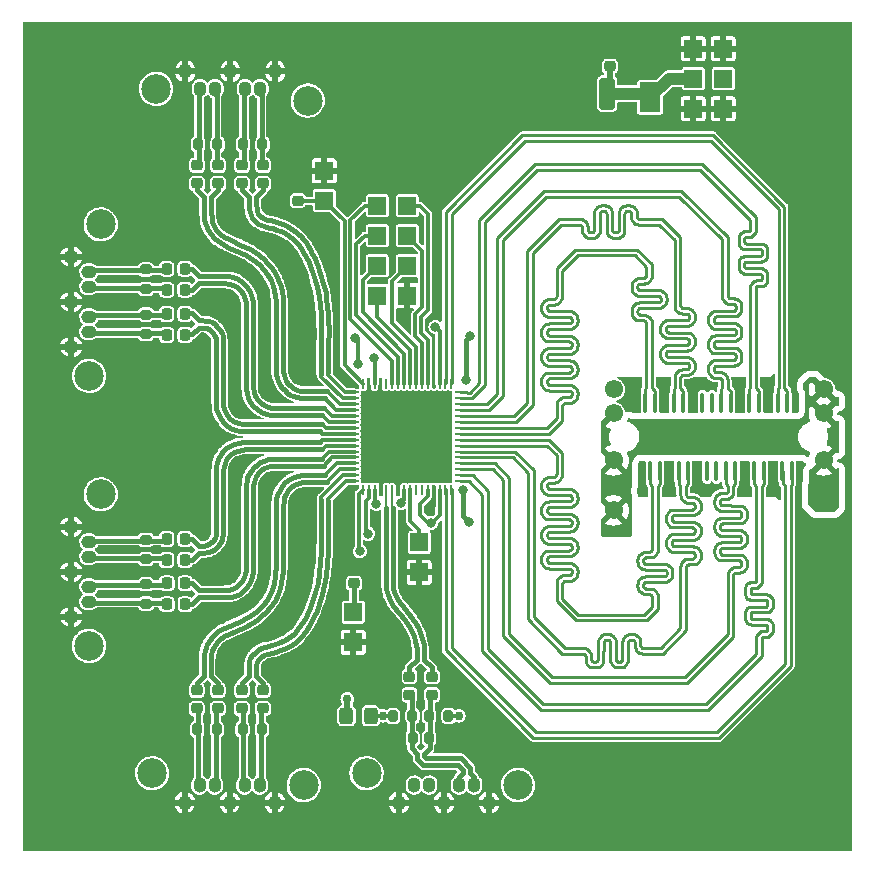
<source format=gbr>
%TF.GenerationSoftware,KiCad,Pcbnew,6.0.4-6f826c9f35~116~ubuntu20.04.1*%
%TF.CreationDate,2022-06-28T22:35:15+00:00*%
%TF.ProjectId,ADCoctoSPI01B,4144436f-6374-46f5-9350-493031422e6b,rev?*%
%TF.SameCoordinates,Original*%
%TF.FileFunction,Copper,L1,Top*%
%TF.FilePolarity,Positive*%
%FSLAX46Y46*%
G04 Gerber Fmt 4.6, Leading zero omitted, Abs format (unit mm)*
G04 Created by KiCad (PCBNEW 6.0.4-6f826c9f35~116~ubuntu20.04.1) date 2022-06-28 22:35:15*
%MOMM*%
%LPD*%
G01*
G04 APERTURE LIST*
G04 Aperture macros list*
%AMRoundRect*
0 Rectangle with rounded corners*
0 $1 Rounding radius*
0 $2 $3 $4 $5 $6 $7 $8 $9 X,Y pos of 4 corners*
0 Add a 4 corners polygon primitive as box body*
4,1,4,$2,$3,$4,$5,$6,$7,$8,$9,$2,$3,0*
0 Add four circle primitives for the rounded corners*
1,1,$1+$1,$2,$3*
1,1,$1+$1,$4,$5*
1,1,$1+$1,$6,$7*
1,1,$1+$1,$8,$9*
0 Add four rect primitives between the rounded corners*
20,1,$1+$1,$2,$3,$4,$5,0*
20,1,$1+$1,$4,$5,$6,$7,0*
20,1,$1+$1,$6,$7,$8,$9,0*
20,1,$1+$1,$8,$9,$2,$3,0*%
G04 Aperture macros list end*
%TA.AperFunction,ComponentPad*%
%ADD10C,6.000000*%
%TD*%
%TA.AperFunction,SMDPad,CuDef*%
%ADD11RoundRect,0.250000X0.412500X1.100000X-0.412500X1.100000X-0.412500X-1.100000X0.412500X-1.100000X0*%
%TD*%
%TA.AperFunction,SMDPad,CuDef*%
%ADD12R,1.800000X2.500000*%
%TD*%
%TA.AperFunction,SMDPad,CuDef*%
%ADD13RoundRect,0.200000X0.200000X0.275000X-0.200000X0.275000X-0.200000X-0.275000X0.200000X-0.275000X0*%
%TD*%
%TA.AperFunction,SMDPad,CuDef*%
%ADD14RoundRect,0.200000X-0.275000X0.200000X-0.275000X-0.200000X0.275000X-0.200000X0.275000X0.200000X0*%
%TD*%
%TA.AperFunction,SMDPad,CuDef*%
%ADD15RoundRect,0.200000X-0.200000X-0.275000X0.200000X-0.275000X0.200000X0.275000X-0.200000X0.275000X0*%
%TD*%
%TA.AperFunction,SMDPad,CuDef*%
%ADD16RoundRect,0.225000X-0.250000X0.225000X-0.250000X-0.225000X0.250000X-0.225000X0.250000X0.225000X0*%
%TD*%
%TA.AperFunction,SMDPad,CuDef*%
%ADD17RoundRect,0.225000X0.250000X-0.225000X0.250000X0.225000X-0.250000X0.225000X-0.250000X-0.225000X0*%
%TD*%
%TA.AperFunction,SMDPad,CuDef*%
%ADD18RoundRect,0.225000X0.225000X0.250000X-0.225000X0.250000X-0.225000X-0.250000X0.225000X-0.250000X0*%
%TD*%
%TA.AperFunction,ComponentPad*%
%ADD19O,1.100000X1.300000*%
%TD*%
%TA.AperFunction,ComponentPad*%
%ADD20C,2.500000*%
%TD*%
%TA.AperFunction,ComponentPad*%
%ADD21O,1.300000X1.100000*%
%TD*%
%TA.AperFunction,ComponentPad*%
%ADD22R,1.524000X1.524000*%
%TD*%
%TA.AperFunction,ComponentPad*%
%ADD23C,1.550000*%
%TD*%
%TA.AperFunction,SMDPad,CuDef*%
%ADD24O,0.350000X1.800000*%
%TD*%
%TA.AperFunction,SMDPad,CuDef*%
%ADD25RoundRect,0.060000X0.340000X-0.060000X0.340000X0.060000X-0.340000X0.060000X-0.340000X-0.060000X0*%
%TD*%
%TA.AperFunction,SMDPad,CuDef*%
%ADD26RoundRect,0.060000X-0.060000X-0.340000X0.060000X-0.340000X0.060000X0.340000X-0.060000X0.340000X0*%
%TD*%
%TA.AperFunction,ComponentPad*%
%ADD27C,0.400000*%
%TD*%
%TA.AperFunction,SMDPad,CuDef*%
%ADD28R,7.400000X7.400000*%
%TD*%
%TA.AperFunction,SMDPad,CuDef*%
%ADD29RoundRect,0.250000X-0.325000X-0.450000X0.325000X-0.450000X0.325000X0.450000X-0.325000X0.450000X0*%
%TD*%
%TA.AperFunction,ViaPad*%
%ADD30C,0.800000*%
%TD*%
%TA.AperFunction,ViaPad*%
%ADD31C,0.750000*%
%TD*%
%TA.AperFunction,Conductor*%
%ADD32C,0.400000*%
%TD*%
%TA.AperFunction,Conductor*%
%ADD33C,0.300000*%
%TD*%
%TA.AperFunction,Conductor*%
%ADD34C,0.280000*%
%TD*%
%TA.AperFunction,Conductor*%
%ADD35C,0.200000*%
%TD*%
%TA.AperFunction,Conductor*%
%ADD36C,1.000000*%
%TD*%
%TA.AperFunction,Conductor*%
%ADD37C,0.500000*%
%TD*%
%TA.AperFunction,Conductor*%
%ADD38C,0.250000*%
%TD*%
G04 APERTURE END LIST*
D10*
%TO.P,M1,1*%
%TO.N,GND*%
X64770000Y-71120000D03*
%TD*%
%TO.P,M2,1*%
%TO.N,GND*%
X125730000Y-71120000D03*
%TD*%
%TO.P,M3,1*%
%TO.N,GND*%
X125730000Y-132080000D03*
%TD*%
%TO.P,M4,1*%
%TO.N,GND*%
X64770000Y-132080000D03*
%TD*%
D11*
%TO.P,C31,1*%
%TO.N,VCC*%
X109639500Y-72557640D03*
%TO.P,C31,2*%
%TO.N,GND*%
X106514500Y-72557640D03*
%TD*%
D12*
%TO.P,D1,1,K*%
%TO.N,VCC*%
X113284000Y-72866000D03*
%TO.P,D1,2,A*%
%TO.N,GND*%
X113284000Y-68866000D03*
%TD*%
D13*
%TO.P,R1,1*%
%TO.N,Net-(C1-Pad2)*%
X80454000Y-76835000D03*
%TO.P,R1,2*%
%TO.N,Net-(C2-Pad2)*%
X78804000Y-76835000D03*
%TD*%
%TO.P,R2,1*%
%TO.N,Net-(C9-Pad2)*%
X76644000Y-76835000D03*
%TO.P,R2,2*%
%TO.N,Net-(C10-Pad2)*%
X74994000Y-76835000D03*
%TD*%
D14*
%TO.P,R3,1*%
%TO.N,Net-(C3-Pad2)*%
X70581520Y-87432380D03*
%TO.P,R3,2*%
%TO.N,Net-(C4-Pad2)*%
X70581520Y-89082380D03*
%TD*%
%TO.P,R4,1*%
%TO.N,Net-(C11-Pad2)*%
X70586600Y-91250000D03*
%TO.P,R4,2*%
%TO.N,Net-(C12-Pad2)*%
X70586600Y-92900000D03*
%TD*%
%TO.P,R5,1*%
%TO.N,Net-(C5-Pad2)*%
X70586600Y-110312700D03*
%TO.P,R5,2*%
%TO.N,Net-(C6-Pad2)*%
X70586600Y-111962700D03*
%TD*%
%TO.P,R6,1*%
%TO.N,Net-(C13-Pad2)*%
X70599300Y-114071900D03*
%TO.P,R6,2*%
%TO.N,Net-(C14-Pad2)*%
X70599300Y-115721900D03*
%TD*%
D15*
%TO.P,R7,1*%
%TO.N,Net-(C7-Pad2)*%
X74943200Y-126365000D03*
%TO.P,R7,2*%
%TO.N,Net-(C8-Pad2)*%
X76593200Y-126365000D03*
%TD*%
%TO.P,R8,1*%
%TO.N,Net-(C15-Pad2)*%
X78765900Y-126365000D03*
%TO.P,R8,2*%
%TO.N,Net-(C16-Pad2)*%
X80415900Y-126365000D03*
%TD*%
%TO.P,R9,1*%
%TO.N,/CLK1_N*%
X94552000Y-125222000D03*
%TO.P,R9,2*%
%TO.N,Net-(C18-Pad1)*%
X96202000Y-125222000D03*
%TD*%
D13*
%TO.P,R14,1*%
%TO.N,GND*%
X96202000Y-127127000D03*
%TO.P,R14,2*%
%TO.N,/CLK1_N*%
X94552000Y-127127000D03*
%TD*%
%TO.P,R10,1*%
%TO.N,/CLK1_P*%
X93154000Y-125222000D03*
%TO.P,R10,2*%
%TO.N,Net-(C18-Pad1)*%
X91504000Y-125222000D03*
%TD*%
D15*
%TO.P,R15,1*%
%TO.N,GND*%
X91516000Y-127127000D03*
%TO.P,R15,2*%
%TO.N,/CLK1_P*%
X93166000Y-127127000D03*
%TD*%
D16*
%TO.P,C34,1*%
%TO.N,GND*%
X109855000Y-68682000D03*
%TO.P,C34,2*%
%TO.N,VCC*%
X109855000Y-70232000D03*
%TD*%
D17*
%TO.P,C1,1*%
%TO.N,/IN1_P*%
X80518000Y-80150000D03*
%TO.P,C1,2*%
%TO.N,Net-(C1-Pad2)*%
X80518000Y-78600000D03*
%TD*%
%TO.P,C2,1*%
%TO.N,/IN1_N*%
X78740000Y-80150000D03*
%TO.P,C2,2*%
%TO.N,Net-(C2-Pad2)*%
X78740000Y-78600000D03*
%TD*%
%TO.P,C9,1*%
%TO.N,/IN2_P*%
X76708000Y-80150000D03*
%TO.P,C9,2*%
%TO.N,Net-(C9-Pad2)*%
X76708000Y-78600000D03*
%TD*%
%TO.P,C10,1*%
%TO.N,/IN2_N*%
X74930000Y-80150000D03*
%TO.P,C10,2*%
%TO.N,Net-(C10-Pad2)*%
X74930000Y-78600000D03*
%TD*%
D18*
%TO.P,C3,1*%
%TO.N,/IN3_P*%
X73896520Y-87368380D03*
%TO.P,C3,2*%
%TO.N,Net-(C3-Pad2)*%
X72346520Y-87368380D03*
%TD*%
%TO.P,C4,1*%
%TO.N,/IN3_N*%
X73896520Y-89146380D03*
%TO.P,C4,2*%
%TO.N,Net-(C4-Pad2)*%
X72346520Y-89146380D03*
%TD*%
%TO.P,C11,1*%
%TO.N,/IN4_P*%
X73901600Y-91186000D03*
%TO.P,C11,2*%
%TO.N,Net-(C11-Pad2)*%
X72351600Y-91186000D03*
%TD*%
%TO.P,C12,1*%
%TO.N,/IN4_N*%
X73901600Y-92964000D03*
%TO.P,C12,2*%
%TO.N,Net-(C12-Pad2)*%
X72351600Y-92964000D03*
%TD*%
%TO.P,C5,1*%
%TO.N,/IN5_P*%
X73901600Y-110248700D03*
%TO.P,C5,2*%
%TO.N,Net-(C5-Pad2)*%
X72351600Y-110248700D03*
%TD*%
%TO.P,C6,1*%
%TO.N,/IN5_N*%
X73901600Y-112026700D03*
%TO.P,C6,2*%
%TO.N,Net-(C6-Pad2)*%
X72351600Y-112026700D03*
%TD*%
%TO.P,C13,1*%
%TO.N,/IN6_P*%
X73914300Y-114007900D03*
%TO.P,C13,2*%
%TO.N,Net-(C13-Pad2)*%
X72364300Y-114007900D03*
%TD*%
%TO.P,C14,1*%
%TO.N,/IN6_N*%
X73914300Y-115785900D03*
%TO.P,C14,2*%
%TO.N,Net-(C14-Pad2)*%
X72364300Y-115785900D03*
%TD*%
D16*
%TO.P,C7,1*%
%TO.N,/IN7_P*%
X74879200Y-123050000D03*
%TO.P,C7,2*%
%TO.N,Net-(C7-Pad2)*%
X74879200Y-124600000D03*
%TD*%
%TO.P,C8,1*%
%TO.N,/IN7_N*%
X76657200Y-123050000D03*
%TO.P,C8,2*%
%TO.N,Net-(C8-Pad2)*%
X76657200Y-124600000D03*
%TD*%
%TO.P,C15,1*%
%TO.N,/IN8_P*%
X78701900Y-123050000D03*
%TO.P,C15,2*%
%TO.N,Net-(C15-Pad2)*%
X78701900Y-124600000D03*
%TD*%
%TO.P,C16,1*%
%TO.N,/IN8_N*%
X80479900Y-123050000D03*
%TO.P,C16,2*%
%TO.N,Net-(C16-Pad2)*%
X80479900Y-124600000D03*
%TD*%
D17*
%TO.P,C19,1*%
%TO.N,Net-(C19-Pad1)*%
X83444080Y-81597800D03*
%TO.P,C19,2*%
%TO.N,GND*%
X83444080Y-80047800D03*
%TD*%
%TO.P,C20,1*%
%TO.N,/CLK1_P*%
X92900500Y-123457000D03*
%TO.P,C20,2*%
%TO.N,/CLK_P*%
X92900500Y-121907000D03*
%TD*%
%TO.P,C21,1*%
%TO.N,/CLK1_N*%
X94805500Y-123457000D03*
%TO.P,C21,2*%
%TO.N,/CLK_N*%
X94805500Y-121907000D03*
%TD*%
D16*
%TO.P,C17,1*%
%TO.N,GND*%
X88219280Y-112453120D03*
%TO.P,C17,2*%
%TO.N,Net-(C17-Pad2)*%
X88219280Y-114003120D03*
%TD*%
D19*
%TO.P,J7,1,1*%
%TO.N,GND*%
X99635000Y-132588000D03*
%TO.P,J7,2,2*%
%TO.N,/CLK1_N*%
X98365000Y-131088000D03*
%TO.P,J7,3,3*%
%TO.N,/CLK1_P*%
X97095000Y-131088000D03*
%TO.P,J7,4,4*%
%TO.N,GND*%
X95825000Y-132588000D03*
%TO.P,J7,5,5*%
%TO.N,unconnected-(J7-Pad5)*%
X94555000Y-131088000D03*
%TO.P,J7,6,6*%
%TO.N,unconnected-(J7-Pad6)*%
X93285000Y-131088000D03*
%TO.P,J7,7,7*%
%TO.N,GND*%
X92015000Y-132588000D03*
D20*
%TO.P,J7,8*%
%TO.N,N/C*%
X89265000Y-130088000D03*
%TO.P,J7,9*%
X102095000Y-131088000D03*
%TD*%
D19*
%TO.P,J4,1,1*%
%TO.N,GND*%
X81485000Y-132588000D03*
%TO.P,J4,2,2*%
%TO.N,Net-(C16-Pad2)*%
X80215000Y-131088000D03*
%TO.P,J4,3,3*%
%TO.N,Net-(C15-Pad2)*%
X78945000Y-131088000D03*
%TO.P,J4,4,4*%
%TO.N,GND*%
X77675000Y-132588000D03*
%TO.P,J4,5,5*%
%TO.N,Net-(C8-Pad2)*%
X76405000Y-131088000D03*
%TO.P,J4,6,6*%
%TO.N,Net-(C7-Pad2)*%
X75135000Y-131088000D03*
%TO.P,J4,7,7*%
%TO.N,GND*%
X73865000Y-132588000D03*
D20*
%TO.P,J4,8*%
%TO.N,N/C*%
X71115000Y-130088000D03*
%TO.P,J4,9*%
X83945000Y-131088000D03*
%TD*%
D19*
%TO.P,J1,1,1*%
%TO.N,GND*%
X73915000Y-70636000D03*
%TO.P,J1,2,2*%
%TO.N,Net-(C10-Pad2)*%
X75185000Y-72136000D03*
%TO.P,J1,3,3*%
%TO.N,Net-(C9-Pad2)*%
X76455000Y-72136000D03*
%TO.P,J1,4,4*%
%TO.N,GND*%
X77725000Y-70636000D03*
%TO.P,J1,5,5*%
%TO.N,Net-(C2-Pad2)*%
X78995000Y-72136000D03*
%TO.P,J1,6,6*%
%TO.N,Net-(C1-Pad2)*%
X80265000Y-72136000D03*
%TO.P,J1,7,7*%
%TO.N,GND*%
X81535000Y-70636000D03*
D20*
%TO.P,J1,8*%
%TO.N,N/C*%
X84285000Y-73136000D03*
%TO.P,J1,9*%
X71455000Y-72136000D03*
%TD*%
D21*
%TO.P,J2,1,1*%
%TO.N,GND*%
X64262000Y-93980000D03*
%TO.P,J2,2,2*%
%TO.N,Net-(C12-Pad2)*%
X65762000Y-92710000D03*
%TO.P,J2,3,3*%
%TO.N,Net-(C11-Pad2)*%
X65762000Y-91440000D03*
%TO.P,J2,4,4*%
%TO.N,GND*%
X64262000Y-90170000D03*
%TO.P,J2,5,5*%
%TO.N,Net-(C4-Pad2)*%
X65762000Y-88900000D03*
%TO.P,J2,6,6*%
%TO.N,Net-(C3-Pad2)*%
X65762000Y-87630000D03*
%TO.P,J2,7,7*%
%TO.N,GND*%
X64262000Y-86360000D03*
D20*
%TO.P,J2,8*%
%TO.N,N/C*%
X66762000Y-83610000D03*
%TO.P,J2,9*%
X65762000Y-96440000D03*
%TD*%
D21*
%TO.P,J3,1,1*%
%TO.N,GND*%
X64262000Y-116840000D03*
%TO.P,J3,2,2*%
%TO.N,Net-(C14-Pad2)*%
X65762000Y-115570000D03*
%TO.P,J3,3,3*%
%TO.N,Net-(C13-Pad2)*%
X65762000Y-114300000D03*
%TO.P,J3,4,4*%
%TO.N,GND*%
X64262000Y-113030000D03*
%TO.P,J3,5,5*%
%TO.N,Net-(C6-Pad2)*%
X65762000Y-111760000D03*
%TO.P,J3,6,6*%
%TO.N,Net-(C5-Pad2)*%
X65762000Y-110490000D03*
%TO.P,J3,7,7*%
%TO.N,GND*%
X64262000Y-109220000D03*
D20*
%TO.P,J3,8*%
%TO.N,N/C*%
X66762000Y-106470000D03*
%TO.P,J3,9*%
X65762000Y-119300000D03*
%TD*%
D22*
%TO.P,J8,1*%
%TO.N,Net-(J8-Pad1)*%
X90170000Y-82042000D03*
%TO.P,J8,2*%
%TO.N,Net-(J8-Pad2)*%
X92710000Y-82042000D03*
%TO.P,J8,3*%
%TO.N,Net-(J8-Pad3)*%
X90170000Y-84582000D03*
%TO.P,J8,4*%
%TO.N,Net-(J8-Pad4)*%
X92710000Y-84582000D03*
%TO.P,J8,5*%
%TO.N,Net-(J8-Pad5)*%
X90170000Y-87122000D03*
%TO.P,J8,6*%
%TO.N,Net-(J8-Pad6)*%
X92710000Y-87122000D03*
%TO.P,J8,7*%
%TO.N,Net-(J8-Pad7)*%
X90170000Y-89662000D03*
%TO.P,J8,8*%
%TO.N,GND*%
X92710000Y-89662000D03*
%TD*%
%TO.P,J6,1*%
%TO.N,Net-(C19-Pad1)*%
X85675000Y-81610000D03*
%TO.P,J6,2*%
%TO.N,GND*%
X85675000Y-79070000D03*
%TD*%
%TO.P,J5,1*%
%TO.N,Net-(C17-Pad2)*%
X88140000Y-116460000D03*
%TO.P,J5,2*%
%TO.N,GND*%
X88140000Y-119000000D03*
%TD*%
%TO.P,J9,1*%
%TO.N,Net-(C22-Pad2)*%
X93730000Y-110550000D03*
%TO.P,J9,2*%
%TO.N,GND*%
X93730000Y-113090000D03*
%TD*%
%TO.P,J11,1*%
%TO.N,GND*%
X116940000Y-68730000D03*
%TO.P,J11,2*%
X119480000Y-68730000D03*
%TO.P,J11,3*%
%TO.N,VCC*%
X116940000Y-71270000D03*
%TO.P,J11,4*%
X119480000Y-71270000D03*
%TO.P,J11,5*%
%TO.N,GND*%
X116940000Y-73810000D03*
%TO.P,J11,6*%
X119480000Y-73810000D03*
%TD*%
D23*
%TO.P,J10,1*%
%TO.N,Net-(C23-Pad2)*%
X127980280Y-106840000D03*
%TO.P,J10,2*%
X127980280Y-103600000D03*
%TO.P,J10,3*%
X127980280Y-99610000D03*
%TO.P,J10,4*%
X127980280Y-97580000D03*
%TO.P,J10,5*%
X110180280Y-107840000D03*
%TO.P,J10,6*%
X110180280Y-103600000D03*
%TO.P,J10,7*%
X110180280Y-99610000D03*
%TO.P,J10,8*%
X110180280Y-97580000D03*
D24*
%TO.P,J10,A1,A1*%
%TO.N,GND*%
X125680280Y-98700000D03*
%TO.P,J10,A2,A2*%
%TO.N,/D1_P*%
X124880280Y-98700000D03*
%TO.P,J10,A3,A3*%
%TO.N,/D1_N*%
X124080280Y-98700000D03*
%TO.P,J10,A4,A4*%
%TO.N,GND*%
X123280280Y-98700000D03*
%TO.P,J10,A5,A5*%
%TO.N,/D2_P*%
X122480280Y-98700000D03*
%TO.P,J10,A6,A6*%
%TO.N,/D2_N*%
X121680280Y-98700000D03*
%TO.P,J10,A7,A7*%
%TO.N,GND*%
X120880280Y-98700000D03*
%TO.P,J10,A8,A8*%
%TO.N,/D3_P*%
X120080280Y-98700000D03*
%TO.P,J10,A9,A9*%
%TO.N,/D3_N*%
X119280280Y-98700000D03*
%TO.P,J10,A10,A10*%
%TO.N,unconnected-(J10-PadA10)*%
X118480280Y-98700000D03*
%TO.P,J10,A11,A11*%
%TO.N,unconnected-(J10-PadA11)*%
X117680280Y-98700000D03*
%TO.P,J10,A12,A12*%
%TO.N,GND*%
X116880280Y-98700000D03*
%TO.P,J10,A13,A13*%
%TO.N,/D4_P*%
X116080280Y-98700000D03*
%TO.P,J10,A14,A14*%
%TO.N,/D4_N*%
X115280280Y-98700000D03*
%TO.P,J10,A15,A15*%
%TO.N,GND*%
X114480280Y-98700000D03*
%TO.P,J10,A16,A16*%
%TO.N,/DCLK_P*%
X113680280Y-98700000D03*
%TO.P,J10,A17,A17*%
%TO.N,/DCLK_N*%
X112880280Y-98700000D03*
%TO.P,J10,A18,A18*%
%TO.N,GND*%
X112080280Y-98700000D03*
%TO.P,J10,B1,B1*%
X126080280Y-104510000D03*
%TO.P,J10,B2,B2*%
%TO.N,/D8_N*%
X125280280Y-104510000D03*
%TO.P,J10,B3,B3*%
%TO.N,/D8_P*%
X124480280Y-104510000D03*
%TO.P,J10,B4,B4*%
%TO.N,GND*%
X123680280Y-104510000D03*
%TO.P,J10,B5,B5*%
%TO.N,/D7_N*%
X122880280Y-104510000D03*
%TO.P,J10,B6,B6*%
%TO.N,/D7_P*%
X122080280Y-104510000D03*
%TO.P,J10,B7,B7*%
%TO.N,GND*%
X121280280Y-104510000D03*
%TO.P,J10,B8,B8*%
%TO.N,/D6_N*%
X120480280Y-104510000D03*
%TO.P,J10,B9,B9*%
%TO.N,/D6_P*%
X119680280Y-104510000D03*
%TO.P,J10,B10,B10*%
%TO.N,unconnected-(J10-PadB10)*%
X118880280Y-104510000D03*
%TO.P,J10,B11,B11*%
%TO.N,unconnected-(J10-PadB11)*%
X118080280Y-104510000D03*
%TO.P,J10,B12,B12*%
%TO.N,GND*%
X117280280Y-104510000D03*
%TO.P,J10,B13,B13*%
%TO.N,/D5_N*%
X116480280Y-104510000D03*
%TO.P,J10,B14,B14*%
%TO.N,/D5_P*%
X115680280Y-104510000D03*
%TO.P,J10,B15,B15*%
%TO.N,GND*%
X114880280Y-104510000D03*
%TO.P,J10,B16,B16*%
%TO.N,/FCLK_N*%
X114080280Y-104510000D03*
%TO.P,J10,B17,B17*%
%TO.N,/FCLK_P*%
X113280280Y-104510000D03*
%TO.P,J10,B18,B18*%
%TO.N,GND*%
X112480280Y-104510000D03*
%TD*%
D25*
%TO.P,U1,1,IN1P*%
%TO.N,/IN1_P*%
X88194800Y-97850000D03*
%TO.P,U1,2,IN1M*%
%TO.N,/IN1_N*%
X88194800Y-98350000D03*
%TO.P,U1,3,IN2P*%
%TO.N,/IN2_P*%
X88194800Y-98850000D03*
%TO.P,U1,4,IN2M*%
%TO.N,/IN2_N*%
X88194800Y-99350000D03*
%TO.P,U1,5,IN3P*%
%TO.N,/IN3_P*%
X88194800Y-99850000D03*
%TO.P,U1,6,IN3M*%
%TO.N,/IN3_N*%
X88194800Y-100350000D03*
%TO.P,U1,7,IN4P*%
%TO.N,/IN4_P*%
X88194800Y-100850000D03*
%TO.P,U1,8,IN4M*%
%TO.N,/IN4_N*%
X88194800Y-101350000D03*
%TO.P,U1,9,IN5P*%
%TO.N,/IN5_P*%
X88194800Y-101850000D03*
%TO.P,U1,10,IN5M*%
%TO.N,/IN5_N*%
X88194800Y-102350000D03*
%TO.P,U1,11,IN6P*%
%TO.N,/IN6_P*%
X88194800Y-102850000D03*
%TO.P,U1,12,IN6M*%
%TO.N,/IN6_N*%
X88194800Y-103350000D03*
%TO.P,U1,13,IN7P*%
%TO.N,/IN7_P*%
X88194800Y-103850000D03*
%TO.P,U1,14,IN7M*%
%TO.N,/IN7_N*%
X88194800Y-104350000D03*
%TO.P,U1,15,IN8P*%
%TO.N,/IN8_P*%
X88194800Y-104850000D03*
%TO.P,U1,16,IN8M*%
%TO.N,/IN8_N*%
X88194800Y-105350000D03*
D26*
%TO.P,U1,17,VCM*%
%TO.N,Net-(C17-Pad2)*%
X88944800Y-106100000D03*
%TO.P,U1,18,AVDD3*%
%TO.N,AVDD3V3*%
X89444800Y-106100000D03*
%TO.P,U1,19,AVDD18*%
%TO.N,AVDD*%
X89944800Y-106100000D03*
%TO.P,U1,20,AVSS*%
%TO.N,GNDA*%
X90444800Y-106100000D03*
%TO.P,U1,21,CLKINP*%
%TO.N,/CLK_P*%
X90944800Y-106100000D03*
%TO.P,U1,22,CLKINM*%
%TO.N,/CLK_N*%
X91444800Y-106100000D03*
%TO.P,U1,23,AVSS*%
%TO.N,GNDA*%
X91944800Y-106100000D03*
%TO.P,U1,24,AVDD18*%
%TO.N,AVDD*%
X92444800Y-106100000D03*
%TO.P,U1,25,VREF_IN*%
%TO.N,Net-(C22-Pad2)*%
X92944800Y-106100000D03*
%TO.P,U1,26,NC*%
%TO.N,unconnected-(U1-Pad26)*%
X93444800Y-106100000D03*
%TO.P,U1,27,NC*%
%TO.N,unconnected-(U1-Pad27)*%
X93944800Y-106100000D03*
%TO.P,U1,28,DVDD18*%
%TO.N,DVDD*%
X94444800Y-106100000D03*
%TO.P,U1,29,DVSS*%
%TO.N,GND*%
X94944800Y-106100000D03*
%TO.P,U1,30,DVDD18*%
%TO.N,DVDD*%
X95444800Y-106100000D03*
%TO.P,U1,31,D8M*%
%TO.N,/D8_N*%
X95944800Y-106100000D03*
%TO.P,U1,32,D8P*%
%TO.N,/D8_P*%
X96444800Y-106100000D03*
D25*
%TO.P,U1,33,D7M*%
%TO.N,/D7_N*%
X97194800Y-105350000D03*
%TO.P,U1,34,D7P*%
%TO.N,/D7_P*%
X97194800Y-104850000D03*
%TO.P,U1,35,D6M*%
%TO.N,/D6_N*%
X97194800Y-104350000D03*
%TO.P,U1,36,D6P*%
%TO.N,/D6_P*%
X97194800Y-103850000D03*
%TO.P,U1,37,D5M*%
%TO.N,/D5_N*%
X97194800Y-103350000D03*
%TO.P,U1,38,D5P*%
%TO.N,/D5_P*%
X97194800Y-102850000D03*
%TO.P,U1,39,FCLKM*%
%TO.N,/FCLK_N*%
X97194800Y-102350000D03*
%TO.P,U1,40,FCLKP*%
%TO.N,/FCLK_P*%
X97194800Y-101850000D03*
%TO.P,U1,41,DCLKM*%
%TO.N,/DCLK_N*%
X97194800Y-101350000D03*
%TO.P,U1,42,DCLKP*%
%TO.N,/DCLK_P*%
X97194800Y-100850000D03*
%TO.P,U1,43,D4M*%
%TO.N,/D4_N*%
X97194800Y-100350000D03*
%TO.P,U1,44,D4P*%
%TO.N,/D4_P*%
X97194800Y-99850000D03*
%TO.P,U1,45,D3M*%
%TO.N,/D3_N*%
X97194800Y-99350000D03*
%TO.P,U1,46,D3P*%
%TO.N,/D3_P*%
X97194800Y-98850000D03*
%TO.P,U1,47,D2M*%
%TO.N,/D2_N*%
X97194800Y-98350000D03*
%TO.P,U1,48,D2P*%
%TO.N,/D2_P*%
X97194800Y-97850000D03*
D26*
%TO.P,U1,49,D1M*%
%TO.N,/D1_N*%
X96444800Y-97100000D03*
%TO.P,U1,50,D1P*%
%TO.N,/D1_P*%
X95944800Y-97100000D03*
%TO.P,U1,51,DVDD18*%
%TO.N,DVDD*%
X95444800Y-97100000D03*
%TO.P,U1,52,DVSS*%
%TO.N,GND*%
X94944800Y-97100000D03*
%TO.P,U1,53,SDOUT*%
%TO.N,Net-(J8-Pad2)*%
X94444800Y-97100000D03*
%TO.P,U1,54,SEN*%
%TO.N,Net-(J8-Pad4)*%
X93944800Y-97100000D03*
%TO.P,U1,55,SDATA*%
%TO.N,Net-(J8-Pad6)*%
X93444800Y-97100000D03*
%TO.P,U1,56,SCLK*%
%TO.N,Net-(J8-Pad7)*%
X92944800Y-97100000D03*
%TO.P,U1,57,RESET*%
%TO.N,Net-(J8-Pad5)*%
X92444800Y-97100000D03*
%TO.P,U1,58,SYNC*%
%TO.N,Net-(J8-Pad3)*%
X91944800Y-97100000D03*
%TO.P,U1,59,PDN*%
%TO.N,Net-(J8-Pad1)*%
X91444800Y-97100000D03*
%TO.P,U1,60,NC*%
%TO.N,unconnected-(U1-Pad60)*%
X90944800Y-97100000D03*
%TO.P,U1,61,AVSS*%
%TO.N,GNDA*%
X90444800Y-97100000D03*
%TO.P,U1,62,AVDD18*%
%TO.N,AVDD*%
X89944800Y-97100000D03*
%TO.P,U1,63,AVSS*%
%TO.N,GNDA*%
X89444800Y-97100000D03*
%TO.P,U1,64,VCM*%
%TO.N,Net-(C19-Pad1)*%
X88944800Y-97100000D03*
D27*
%TO.P,U1,65,AVSS*%
%TO.N,GNDA*%
X93844800Y-101600000D03*
X96144800Y-102750000D03*
X92694800Y-98150000D03*
X96144800Y-101600000D03*
X92694800Y-105050000D03*
X93844800Y-98150000D03*
X94994800Y-99300000D03*
X92694800Y-102750000D03*
X96144800Y-103900000D03*
X91544800Y-103900000D03*
X94994800Y-100450000D03*
X90394800Y-105050000D03*
X94994800Y-102750000D03*
X90394800Y-100450000D03*
X93844800Y-103900000D03*
X90394800Y-102750000D03*
X93844800Y-105050000D03*
X91544800Y-102750000D03*
X92694800Y-99300000D03*
X96144800Y-100450000D03*
X91544800Y-101600000D03*
X89244800Y-100450000D03*
X89244800Y-99300000D03*
X91544800Y-99300000D03*
X91544800Y-105050000D03*
X93844800Y-99300000D03*
X93844800Y-100450000D03*
X92694800Y-101600000D03*
X94994800Y-98150000D03*
X89244800Y-101600000D03*
X89244800Y-102750000D03*
X94994800Y-105050000D03*
X92694800Y-103900000D03*
X92694800Y-100450000D03*
X90394800Y-99300000D03*
X96144800Y-99300000D03*
X93844800Y-102750000D03*
D28*
X92694800Y-101600000D03*
D27*
X94994800Y-101600000D03*
X90394800Y-103900000D03*
X94994800Y-103900000D03*
X91544800Y-98150000D03*
X91544800Y-100450000D03*
X89244800Y-103900000D03*
X90394800Y-98150000D03*
X90394800Y-101600000D03*
%TD*%
D29*
%TO.P,L1,1,1*%
%TO.N,DVDD3V3*%
X87567700Y-125222000D03*
%TO.P,L1,2,2*%
%TO.N,Net-(C18-Pad1)*%
X89617700Y-125222000D03*
%TD*%
D30*
%TO.N,Net-(C17-Pad2)*%
X88700000Y-111300000D03*
D31*
%TO.N,GND*%
X75690320Y-93977978D03*
X75690320Y-98930978D03*
X79248000Y-99695000D03*
X78230320Y-99057978D03*
X78103320Y-96517978D03*
X78103320Y-93977978D03*
X72388320Y-94200000D03*
X69850000Y-93980000D03*
X67310000Y-93980000D03*
X67308320Y-90167978D03*
X69850000Y-90170000D03*
X71500000Y-90200000D03*
X74930000Y-90170000D03*
X62230000Y-127000000D03*
X69850000Y-113030000D03*
X76200000Y-112141000D03*
X69850000Y-134620000D03*
X76327000Y-116078000D03*
X75692000Y-109220000D03*
X62230000Y-120650000D03*
X73660000Y-129540000D03*
X67310000Y-113030000D03*
X73660000Y-127000000D03*
X69850000Y-127000000D03*
X69850000Y-116840000D03*
X72600000Y-116900000D03*
X62230000Y-95250000D03*
X62230000Y-114300000D03*
X77724000Y-129540000D03*
X76200000Y-134620000D03*
X72600000Y-109100000D03*
X62230000Y-107950000D03*
X69850000Y-109220000D03*
X75184000Y-118364000D03*
X62230000Y-101600000D03*
X76962000Y-116967000D03*
X67310000Y-109220000D03*
X74676000Y-120650000D03*
X77724000Y-127000000D03*
X76327000Y-89408000D03*
X62230000Y-88900000D03*
X62230000Y-76200000D03*
X75311000Y-84836000D03*
X72500000Y-86200000D03*
X78486000Y-116078000D03*
X67310000Y-86360000D03*
X62230000Y-82550000D03*
X80137000Y-114681000D03*
X69848320Y-86357978D03*
X76198320Y-91056978D03*
X77851000Y-89789000D03*
X78103320Y-91437978D03*
X74930000Y-116840000D03*
X73100000Y-113000000D03*
X80645000Y-109220000D03*
X78105000Y-111760000D03*
X77851000Y-113411000D03*
X67310000Y-116840000D03*
X76327000Y-113792000D03*
X78232000Y-104140000D03*
X73660000Y-124460000D03*
X69848320Y-76197978D03*
X74930000Y-113030000D03*
X69850000Y-68580000D03*
X80645000Y-111760000D03*
X78105000Y-109220000D03*
X78105000Y-106680000D03*
X77470000Y-101600000D03*
X73660000Y-121920000D03*
X75692000Y-104267000D03*
X84580320Y-93977978D03*
X84580320Y-91437978D03*
X76200000Y-100584000D03*
X79248000Y-103505000D03*
X86868000Y-109220000D03*
X84582000Y-111760000D03*
X84582000Y-109220000D03*
X80645000Y-106680000D03*
X84201000Y-114300000D03*
X83312000Y-106680000D03*
X76962000Y-86233000D03*
X83185000Y-109220000D03*
X84836000Y-106299000D03*
X81788000Y-104902000D03*
X83185000Y-111760000D03*
X82931000Y-114300000D03*
X87500000Y-96700000D03*
X84709000Y-96901000D03*
X78486000Y-82547978D03*
X81788000Y-98298000D03*
X76325320Y-87119978D03*
X83183320Y-93977978D03*
X80645000Y-96520000D03*
X83312000Y-96520000D03*
X80645000Y-93980000D03*
X80645000Y-91440000D03*
X78486000Y-87122000D03*
X75692000Y-106680000D03*
X84582000Y-84455000D03*
X76200000Y-102616000D03*
X81915000Y-85090000D03*
X120777000Y-97028000D03*
X114427000Y-97028000D03*
X80899000Y-82219800D03*
X114935000Y-106172000D03*
X121285000Y-106172000D03*
X83310320Y-86738978D03*
X77722320Y-76197978D03*
X123698000Y-106172000D03*
X117348000Y-97028000D03*
X123190000Y-97028000D03*
X117602000Y-106172000D03*
X125730000Y-88900000D03*
X97790000Y-78740000D03*
X96100000Y-81200000D03*
X125730000Y-86360000D03*
X82931000Y-88900000D03*
X83056320Y-83055978D03*
X81659320Y-76197978D03*
X125730000Y-91440000D03*
X128270000Y-82550000D03*
X108500000Y-68900000D03*
X128270000Y-88900000D03*
X125730000Y-83820000D03*
X74676000Y-82550000D03*
X80289400Y-85318600D03*
X80137000Y-88519000D03*
X76962000Y-82550000D03*
X77722320Y-81277978D03*
X73660000Y-81280000D03*
X73660000Y-76200000D03*
X81786320Y-86738978D03*
X74928320Y-86357978D03*
X78105000Y-84201000D03*
X82550000Y-68580000D03*
X83183320Y-91437978D03*
X79629000Y-84201000D03*
X76200000Y-68580000D03*
X81786320Y-81277978D03*
X77724000Y-73660000D03*
X73660000Y-73660000D03*
X73658320Y-78737978D03*
X84199320Y-88897978D03*
X81661000Y-73660000D03*
X77722320Y-79300000D03*
X105321100Y-70472300D03*
X81659320Y-78737978D03*
X81661000Y-124460000D03*
X81788000Y-121920000D03*
X80772000Y-120904000D03*
X125730000Y-93980000D03*
X81788000Y-116459000D03*
X83312000Y-116459000D03*
X81661000Y-127000000D03*
X80391000Y-117856000D03*
X83058000Y-120142000D03*
X78486000Y-120650000D03*
X76962000Y-120650000D03*
X82550000Y-134620000D03*
X77700000Y-123900000D03*
X79629000Y-118872000D03*
X78105000Y-118999000D03*
X81915000Y-118110000D03*
X77724000Y-121920000D03*
X81661000Y-129540000D03*
X86487000Y-114300000D03*
X85725000Y-116840000D03*
X84582000Y-118745000D03*
X95250000Y-134620000D03*
X91668600Y-122643900D03*
X88900000Y-134620000D03*
X94234000Y-116840000D03*
X94996000Y-119380000D03*
X91059000Y-116840000D03*
X92583000Y-119380000D03*
X96520000Y-121920000D03*
X126365000Y-109220000D03*
X99060000Y-124460000D03*
X101600000Y-127000000D03*
X118110000Y-128270000D03*
X128270000Y-127000000D03*
X123190000Y-124460000D03*
X128270000Y-120650000D03*
X126365000Y-114300000D03*
X120650000Y-127000000D03*
X125730000Y-121920000D03*
X114300000Y-134620000D03*
X110490000Y-128270000D03*
X113030000Y-128270000D03*
X120650000Y-134620000D03*
X107950000Y-128270000D03*
X105410000Y-128270000D03*
X101600000Y-134620000D03*
X107950000Y-134620000D03*
X115570000Y-128270000D03*
X126365000Y-119380000D03*
X128270000Y-114300000D03*
X126365000Y-111760000D03*
X126365000Y-116840000D03*
X100330000Y-76200000D03*
X95224600Y-83300000D03*
X95224600Y-86360000D03*
X95224600Y-88900000D03*
X123190000Y-78740000D03*
X120650000Y-76200000D03*
X95250000Y-68580000D03*
X110490000Y-74930000D03*
X128270000Y-76200000D03*
X125730000Y-81280000D03*
X95220352Y-89888405D03*
X112014000Y-97028000D03*
X90563700Y-127101600D03*
X89418160Y-70932040D03*
X97200000Y-127100000D03*
X99600000Y-129300000D03*
D30*
X94000000Y-132500000D03*
X97700000Y-74900000D03*
D31*
X112522000Y-106172000D03*
D30*
X89900000Y-110700000D03*
X91400000Y-80800000D03*
X64300000Y-88200000D03*
D31*
X90064611Y-111760000D03*
D30*
X96700000Y-80100000D03*
X97700000Y-132500000D03*
D31*
X91200000Y-76650000D03*
D30*
X79600000Y-70600000D03*
X75800000Y-70600000D03*
X79600000Y-132600000D03*
D31*
X92320000Y-111550000D03*
X125476000Y-96266000D03*
D30*
X64300000Y-92100000D03*
X90000000Y-108400000D03*
X95100000Y-115300000D03*
X75800000Y-132600000D03*
X99300000Y-77700000D03*
X95100000Y-111600000D03*
X98000000Y-71700000D03*
X94600000Y-107800000D03*
D31*
X75692000Y-96520000D03*
D30*
X91400000Y-85900000D03*
D31*
X92500000Y-114660000D03*
D30*
X64300000Y-114900000D03*
D31*
X86900000Y-107400000D03*
X92600000Y-129300000D03*
X90064611Y-114302896D03*
X86791800Y-111531400D03*
D30*
X64300000Y-111100000D03*
%TO.N,AVDD*%
X90100000Y-107300000D03*
X89900000Y-94900000D03*
X92200000Y-107200000D03*
%TO.N,DVDD*%
X88500000Y-95400000D03*
X88300000Y-93200000D03*
X98000000Y-93100000D03*
X95100000Y-92300000D03*
X97400000Y-106100000D03*
X97700000Y-96800000D03*
X94700000Y-108900000D03*
X97900000Y-108800000D03*
D31*
%TO.N,Net-(C18-Pad1)*%
X90627200Y-125222000D03*
X97078800Y-125222000D03*
%TO.N,DVDD3V3*%
X87630000Y-123799600D03*
D30*
%TO.N,AVDD3V3*%
X89400000Y-109800000D03*
%TD*%
D32*
%TO.N,Net-(C6-Pad2)*%
X70586600Y-111887700D02*
X65897700Y-111887700D01*
X70586600Y-111887700D02*
X72237600Y-111887700D01*
X72237600Y-111887700D02*
X72376600Y-112026700D01*
X65897700Y-111887700D02*
X65770000Y-111760000D01*
%TO.N,Net-(C5-Pad2)*%
X70586600Y-110387700D02*
X72237600Y-110387700D01*
X70586600Y-110387700D02*
X65872300Y-110387700D01*
X65872300Y-110387700D02*
X65770000Y-110490000D01*
X72237600Y-110387700D02*
X72376600Y-110248700D01*
%TO.N,Net-(C4-Pad2)*%
X72232520Y-89007380D02*
X72371520Y-89146380D01*
X70581520Y-89007380D02*
X65877380Y-89007380D01*
X70581520Y-89007380D02*
X72232520Y-89007380D01*
X65877380Y-89007380D02*
X65770000Y-88900000D01*
%TO.N,Net-(C3-Pad2)*%
X72232520Y-87507380D02*
X72371520Y-87368380D01*
X65892620Y-87507380D02*
X65770000Y-87630000D01*
X70581520Y-87507380D02*
X72232520Y-87507380D01*
X70569520Y-87495380D02*
X70581520Y-87507380D01*
X70581520Y-87507380D02*
X65892620Y-87507380D01*
%TO.N,Net-(C10-Pad2)*%
X75069000Y-76835000D02*
X75069000Y-78486000D01*
X75069000Y-78486000D02*
X74930000Y-78625000D01*
X75069000Y-76835000D02*
X75069000Y-72235000D01*
X75069000Y-72235000D02*
X75184000Y-72120000D01*
%TO.N,Net-(C9-Pad2)*%
X76569000Y-76835000D02*
X76569000Y-72235000D01*
X76569000Y-78486000D02*
X76708000Y-78625000D01*
X76569000Y-76835000D02*
X76569000Y-78486000D01*
X76569000Y-72235000D02*
X76454000Y-72120000D01*
%TO.N,Net-(C8-Pad2)*%
X76518200Y-130965000D02*
X76403200Y-131080000D01*
X76518200Y-124714000D02*
X76657200Y-124575000D01*
X76518200Y-126365000D02*
X76518200Y-130965000D01*
X76518200Y-126365000D02*
X76518200Y-124714000D01*
%TO.N,Net-(C7-Pad2)*%
X75018200Y-126365000D02*
X75018200Y-124714000D01*
X75018200Y-124714000D02*
X74879200Y-124575000D01*
X75018200Y-126365000D02*
X75018200Y-130965000D01*
X75018200Y-130965000D02*
X75133200Y-131080000D01*
%TO.N,Net-(C14-Pad2)*%
X72250300Y-115646900D02*
X72389300Y-115785900D01*
X70599300Y-115646900D02*
X65846900Y-115646900D01*
X70599300Y-115646900D02*
X72250300Y-115646900D01*
X65846900Y-115646900D02*
X65770000Y-115570000D01*
%TO.N,Net-(C13-Pad2)*%
X70599300Y-114146900D02*
X72250300Y-114146900D01*
X65923100Y-114146900D02*
X65770000Y-114300000D01*
X72250300Y-114146900D02*
X72389300Y-114007900D01*
X70599300Y-114146900D02*
X65923100Y-114146900D01*
%TO.N,Net-(C12-Pad2)*%
X70586600Y-92825000D02*
X65885000Y-92825000D01*
X65885000Y-92825000D02*
X65770000Y-92710000D01*
X70586600Y-92825000D02*
X72237600Y-92825000D01*
X72237600Y-92825000D02*
X72376600Y-92964000D01*
%TO.N,Net-(C11-Pad2)*%
X70586600Y-91325000D02*
X72237600Y-91325000D01*
X72237600Y-91325000D02*
X72376600Y-91186000D01*
X65885000Y-91325000D02*
X65770000Y-91440000D01*
X70586600Y-91325000D02*
X65885000Y-91325000D01*
%TO.N,Net-(C1-Pad2)*%
X80379000Y-72235000D02*
X80264000Y-72120000D01*
X80379000Y-76962000D02*
X80379000Y-78486000D01*
X80379000Y-76962000D02*
X80379000Y-72235000D01*
X80379000Y-78486000D02*
X80518000Y-78625000D01*
D33*
%TO.N,Net-(C17-Pad2)*%
X88219280Y-116392960D02*
X88143080Y-116469160D01*
X88600000Y-111200000D02*
X88600000Y-106444800D01*
X88600000Y-106444800D02*
X88944800Y-106100000D01*
D32*
X88219280Y-113978120D02*
X88219280Y-116392960D01*
D33*
X88700000Y-111300000D02*
X88600000Y-111200000D01*
D32*
%TO.N,Net-(C16-Pad2)*%
X80340900Y-126365000D02*
X80340900Y-124714000D01*
X80340900Y-130952300D02*
X80213200Y-131080000D01*
X80340900Y-126365000D02*
X80340900Y-130952300D01*
X80340900Y-124714000D02*
X80479900Y-124575000D01*
%TO.N,Net-(C15-Pad2)*%
X78840900Y-130977700D02*
X78943200Y-131080000D01*
X78840900Y-126365000D02*
X78840900Y-124714000D01*
X78840900Y-126365000D02*
X78840900Y-130977700D01*
X78840900Y-124714000D02*
X78701900Y-124575000D01*
%TO.N,/IN1_P*%
X85003640Y-86763860D02*
X84871560Y-86487000D01*
X86049977Y-92803980D02*
X86047892Y-92290900D01*
X83908900Y-84889340D02*
X83687920Y-84627720D01*
X84300060Y-85425280D02*
X84112100Y-85140800D01*
D33*
X86030748Y-96138626D02*
X86030748Y-96399030D01*
D32*
X83687920Y-84627720D02*
X83469480Y-84406740D01*
X86025000Y-94213680D02*
X86032340Y-93611700D01*
X85872320Y-89938860D02*
X85793580Y-89408000D01*
X82791300Y-83939380D02*
X82511900Y-83784440D01*
X81434940Y-83370420D02*
X81104740Y-83289140D01*
X80002380Y-82524600D02*
X79949040Y-82301080D01*
X85531960Y-88376760D02*
X85422740Y-87998300D01*
X80111600Y-82717640D02*
X80002380Y-82524600D01*
X86047892Y-92290900D02*
X86032340Y-91960700D01*
X84112100Y-85140800D02*
X83908900Y-84889340D01*
X79949040Y-82301080D02*
X79929000Y-81932780D01*
X83022440Y-84081620D02*
X82791300Y-83939380D01*
X80530700Y-83091020D02*
X80284320Y-82913220D01*
X85140800Y-87111840D02*
X85003640Y-86763860D01*
X80518000Y-80725000D02*
X79929000Y-81314000D01*
X85945980Y-90563700D02*
X85872320Y-89938860D01*
X85793580Y-89408000D02*
X85658960Y-88839040D01*
X84485480Y-85740240D02*
X84300060Y-85425280D01*
D33*
X86030748Y-96138626D02*
X86025000Y-96138626D01*
D32*
X85658960Y-88839040D02*
X85531960Y-88376760D01*
X80807560Y-83215480D02*
X80530700Y-83091020D01*
X85422740Y-87998300D02*
X85280500Y-87530940D01*
X85280500Y-87530940D02*
X85140800Y-87111840D01*
X82511900Y-83784440D02*
X82166460Y-83619340D01*
X86032340Y-93611700D02*
X86049977Y-92803980D01*
X79929000Y-81314000D02*
X79929000Y-81932780D01*
X80518000Y-80125000D02*
X80518000Y-80725000D01*
X82166460Y-83619340D02*
X81823560Y-83487260D01*
X86025000Y-96138626D02*
X86025000Y-94213680D01*
D33*
X86030748Y-96399030D02*
X87481718Y-97850000D01*
D32*
X84688680Y-86111080D02*
X84485480Y-85740240D01*
D33*
X87481718Y-97850000D02*
X88260000Y-97850000D01*
D32*
X84871560Y-86487000D02*
X84688680Y-86111080D01*
X81104740Y-83289140D02*
X80807560Y-83215480D01*
X83266280Y-84256880D02*
X83022440Y-84081620D01*
X81823560Y-83487260D02*
X81434940Y-83370420D01*
X86032340Y-91960700D02*
X85999320Y-91183460D01*
X85999320Y-91183460D02*
X85945980Y-90563700D01*
X80284320Y-82913220D02*
X80111600Y-82717640D01*
X83469480Y-84406740D02*
X83266280Y-84256880D01*
%TO.N,/IN1_N*%
X84353400Y-86796880D02*
X84518500Y-87172800D01*
X85394800Y-91226640D02*
X85426696Y-91973400D01*
X78740000Y-80725000D02*
X79329000Y-81314000D01*
X82364580Y-84388960D02*
X82707480Y-84597240D01*
X85049360Y-88915240D02*
X85219540Y-89662000D01*
X79329000Y-81932780D02*
X79329280Y-82280760D01*
X80312260Y-83685380D02*
X80581500Y-83784440D01*
X85425000Y-94056200D02*
X85425000Y-96288664D01*
X84889340Y-88328500D02*
X85049360Y-88915240D01*
X84142580Y-86367620D02*
X84353400Y-86796880D01*
X80581500Y-83784440D02*
X80995520Y-83886040D01*
X80063340Y-83550760D02*
X80312260Y-83685380D01*
X79801720Y-83327240D02*
X80063340Y-83550760D01*
X79364840Y-82580480D02*
X79458820Y-82849720D01*
X85219540Y-89662000D02*
X85326220Y-90482420D01*
X85425000Y-94056200D02*
X85432900Y-93093540D01*
X85432900Y-93093540D02*
X85426696Y-91973400D01*
D33*
X87274598Y-98350000D02*
X85425000Y-96500402D01*
D32*
X84518500Y-87172800D02*
X84650580Y-87563960D01*
X83911440Y-85958680D02*
X84142580Y-86367620D01*
X84650580Y-87563960D02*
X84889340Y-88328500D01*
X85326220Y-90482420D02*
X85394800Y-91226640D01*
X79329280Y-82280760D02*
X79364840Y-82580480D01*
D33*
X85425000Y-96500402D02*
X85425000Y-96288664D01*
D32*
X83035140Y-84833460D02*
X83423760Y-85260180D01*
X82001360Y-84208620D02*
X82364580Y-84388960D01*
X81310480Y-83959700D02*
X81625440Y-84061300D01*
X83680300Y-85582760D02*
X83911440Y-85958680D01*
X79458820Y-82849720D02*
X79590900Y-83080860D01*
X81625440Y-84061300D02*
X82001360Y-84208620D01*
X83423760Y-85260180D02*
X83680300Y-85582760D01*
D33*
X88260000Y-98350000D02*
X87274598Y-98350000D01*
D32*
X79590900Y-83080860D02*
X79801720Y-83327240D01*
X78740000Y-80125000D02*
X78740000Y-80725000D01*
X82707480Y-84597240D02*
X83035140Y-84833460D01*
X79329000Y-81314000D02*
X79329000Y-81932780D01*
X80995520Y-83886040D02*
X81310480Y-83959700D01*
%TO.N,/IN2_P*%
X80873600Y-86893400D02*
X81180940Y-87251540D01*
X81404460Y-87586820D02*
X81592420Y-87901780D01*
X77200760Y-84675980D02*
X77617320Y-84894420D01*
X79778860Y-85951060D02*
X80172560Y-86212680D01*
X78940660Y-85493860D02*
X79405480Y-85714840D01*
X82214720Y-90477340D02*
X82215000Y-90802460D01*
X78402180Y-85244940D02*
X78940660Y-85493860D01*
X82202020Y-90124280D02*
X82214720Y-90477340D01*
D33*
X87008520Y-98850000D02*
X85896644Y-97749876D01*
D32*
X81861660Y-88473280D02*
X82001360Y-88856820D01*
X81592420Y-87901780D02*
X81699100Y-88074500D01*
X82215000Y-96012000D02*
X82257900Y-96342200D01*
X76119000Y-81314000D02*
X76119000Y-82539840D01*
X76708000Y-80725000D02*
X76119000Y-81314000D01*
X82001360Y-88856820D02*
X82108040Y-89377520D01*
X80556100Y-86555580D02*
X80873600Y-86893400D01*
X85890768Y-97744000D02*
X85896644Y-97749876D01*
X83375500Y-97624900D02*
X83642200Y-97701100D01*
X82257900Y-96342200D02*
X82334100Y-96608900D01*
X77983080Y-85062060D02*
X78402180Y-85244940D01*
X81699100Y-88074500D02*
X81861660Y-88473280D01*
X76202540Y-83408520D02*
X76324460Y-83738720D01*
X82108040Y-89377520D02*
X82163920Y-89768680D01*
X76708000Y-80125000D02*
X76708000Y-80725000D01*
X83947000Y-97744000D02*
X85890768Y-97744000D01*
X82461100Y-96875600D02*
X82626200Y-97104200D01*
X80172560Y-86212680D02*
X80556100Y-86555580D01*
X76119000Y-82539840D02*
X76141580Y-83045300D01*
X76141580Y-83045300D02*
X76202540Y-83408520D01*
X82215000Y-90802460D02*
X82215000Y-96012000D01*
D33*
X88260000Y-98850000D02*
X87008520Y-98850000D01*
D32*
X82334100Y-96608900D02*
X82461100Y-96875600D01*
X82829400Y-97320100D02*
X83070700Y-97497900D01*
X83070700Y-97497900D02*
X83375500Y-97624900D01*
X77617320Y-84894420D02*
X77983080Y-85062060D01*
X76829920Y-84406740D02*
X77200760Y-84675980D01*
X76324460Y-83738720D02*
X76542900Y-84096860D01*
X79405480Y-85714840D02*
X79778860Y-85951060D01*
X81180940Y-87251540D02*
X81404460Y-87586820D01*
X76542900Y-84096860D02*
X76829920Y-84406740D01*
X82163920Y-89768680D02*
X82202020Y-90124280D01*
X82626200Y-97104200D02*
X82829400Y-97320100D01*
X83642200Y-97701100D02*
X83947000Y-97744000D01*
%TO.N,/IN2_N*%
X81147920Y-88333580D02*
X81343500Y-88823800D01*
X81610200Y-96253300D02*
X81686400Y-96583500D01*
X82321400Y-97675700D02*
X82550000Y-97878900D01*
X76055220Y-84460080D02*
X76365100Y-84810600D01*
X74930000Y-80125000D02*
X74930000Y-80725000D01*
X75519000Y-82753396D02*
X75542140Y-83253580D01*
X77071220Y-85310980D02*
X77464920Y-85491320D01*
X81788000Y-96875600D02*
X81940400Y-97180400D01*
X75542140Y-83253580D02*
X75636120Y-83672680D01*
X75821540Y-84099400D02*
X76055220Y-84460080D01*
X81615000Y-90987880D02*
X81610200Y-90556080D01*
X79425800Y-86443820D02*
X79786480Y-86685120D01*
X78493620Y-85951060D02*
X79037180Y-86207600D01*
X83799400Y-98336100D02*
X83807300Y-98344000D01*
D33*
X88260000Y-99350000D02*
X86721120Y-99350000D01*
D32*
X83070700Y-98171000D02*
X83375500Y-98272600D01*
X81610200Y-90556080D02*
X81592420Y-90088720D01*
X81343500Y-88823800D02*
X81457800Y-89214960D01*
X75519000Y-81314000D02*
X75519000Y-82753396D01*
X77464920Y-85491320D02*
X78049120Y-85747860D01*
X80573880Y-87467440D02*
X80855820Y-87856060D01*
X80855820Y-87856060D02*
X81147920Y-88333580D01*
X75636120Y-83672680D02*
X75821540Y-84099400D01*
X82804000Y-98044000D02*
X83070700Y-98171000D01*
X81686400Y-96583500D02*
X81788000Y-96875600D01*
X81615000Y-96012000D02*
X81610200Y-96253300D01*
X81528920Y-89654380D02*
X81592420Y-90088720D01*
X81615000Y-90987880D02*
X81615000Y-96012000D01*
X82550000Y-97878900D02*
X82804000Y-98044000D01*
X79786480Y-86685120D02*
X80205580Y-87066120D01*
X83807300Y-98344000D02*
X85715120Y-98344000D01*
X80205580Y-87066120D02*
X80573880Y-87467440D01*
X74930000Y-80725000D02*
X75519000Y-81314000D01*
X81457800Y-89214960D02*
X81528920Y-89654380D01*
X78049120Y-85747860D02*
X78493620Y-85951060D01*
X79037180Y-86207600D02*
X79425800Y-86443820D01*
D33*
X86721120Y-99350000D02*
X85715120Y-98344000D01*
D32*
X83375500Y-98272600D02*
X83718400Y-98336100D01*
X81940400Y-97180400D02*
X82118200Y-97447100D01*
X83718400Y-98336100D02*
X83799400Y-98336100D01*
X76365100Y-84810600D02*
X76652120Y-85039200D01*
X82118200Y-97447100D02*
X82321400Y-97675700D01*
X76652120Y-85039200D02*
X77071220Y-85310980D01*
%TO.N,/IN3_P*%
X73893120Y-87431880D02*
X74493120Y-87431880D01*
X79420720Y-89336880D02*
X79154020Y-88917780D01*
X79598520Y-89819480D02*
X79420720Y-89336880D01*
X79832200Y-98158300D02*
X80048100Y-98488500D01*
X80911700Y-99060000D02*
X81254600Y-99123500D01*
X77528420Y-88016080D02*
X77236320Y-88020880D01*
X78976220Y-88714580D02*
X78696820Y-88473280D01*
X79675000Y-97396300D02*
X79717900Y-97802700D01*
D33*
X88260000Y-99850000D02*
X86377840Y-99850000D01*
D32*
X80289400Y-98742500D02*
X80581500Y-98933000D01*
X80048100Y-98488500D02*
X80289400Y-98742500D01*
X79662020Y-90213180D02*
X79598520Y-89819480D01*
D33*
X86377840Y-99850000D02*
X85668840Y-99141000D01*
D32*
X81699100Y-99141000D02*
X85668840Y-99141000D01*
X77236320Y-88020880D02*
X75085920Y-88020880D01*
X79717900Y-97802700D02*
X79832200Y-98158300D01*
X77998320Y-88092280D02*
X77528420Y-88016080D01*
X75085920Y-88020880D02*
X74496920Y-87431880D01*
X80581500Y-98933000D02*
X80911700Y-99060000D01*
X78696820Y-88473280D02*
X78392020Y-88244680D01*
X79675000Y-90830400D02*
X79675000Y-97396300D01*
X79154020Y-88917780D02*
X78976220Y-88714580D01*
X78392020Y-88244680D02*
X77998320Y-88092280D01*
X79662020Y-90213180D02*
X79675000Y-90830400D01*
X81254600Y-99123500D02*
X81699100Y-99141000D01*
%TO.N,/IN3_N*%
X74496920Y-89209880D02*
X73896920Y-89209880D01*
X85491010Y-99741000D02*
X81470500Y-99741000D01*
X85498925Y-99748915D02*
X85491010Y-99741000D01*
X78811120Y-89527380D02*
X78595220Y-89222580D01*
X81140300Y-99733100D02*
X80733900Y-99644200D01*
X80733900Y-99644200D02*
X80352900Y-99504500D01*
D33*
X88260000Y-100350000D02*
X86115840Y-100350000D01*
X85506840Y-99741000D02*
X85498925Y-99748915D01*
D32*
X79679800Y-99009200D02*
X79438500Y-98691700D01*
X79075000Y-90843100D02*
X79039720Y-90302080D01*
X79222600Y-98298000D02*
X79108300Y-97878900D01*
X75085920Y-88620880D02*
X74496920Y-89209880D01*
X77630020Y-88651080D02*
X77236320Y-88620880D01*
X79070200Y-97523300D02*
X79075000Y-97294700D01*
X81470500Y-99741000D02*
X81140300Y-99733100D01*
X79984600Y-99288600D02*
X79679800Y-99009200D01*
D33*
X86115840Y-100350000D02*
X85506840Y-99741000D01*
D32*
X77236320Y-88620880D02*
X75085920Y-88620880D01*
X79438500Y-98691700D02*
X79222600Y-98298000D01*
X78277720Y-88930480D02*
X77934820Y-88714580D01*
X79075000Y-97294700D02*
X79075000Y-90843100D01*
X80352900Y-99504500D02*
X79984600Y-99288600D01*
X79039720Y-90302080D02*
X78976220Y-89908380D01*
X77934820Y-88714580D02*
X77630020Y-88651080D01*
X78976220Y-89908380D02*
X78811120Y-89527380D01*
X78595220Y-89222580D02*
X78277720Y-88930480D01*
X79108300Y-97878900D02*
X79070200Y-97523300D01*
%TO.N,/IN4_P*%
X76644500Y-92290900D02*
X76835000Y-92532200D01*
D33*
X88260000Y-100850000D02*
X85804042Y-100850000D01*
D32*
X77152500Y-99021900D02*
X77254100Y-99428300D01*
X77254100Y-99428300D02*
X77444600Y-99783900D01*
X74502000Y-91160600D02*
X75091000Y-91749600D01*
X75311000Y-91749600D02*
X75577700Y-91757500D01*
X75091000Y-91749600D02*
X75311000Y-91749600D01*
X73902000Y-91160600D02*
X74502000Y-91160600D01*
X77736700Y-100126800D02*
X78092300Y-100342700D01*
X77135000Y-98539300D02*
X77152500Y-99021900D01*
D33*
X85804042Y-100850000D02*
X85492042Y-100538000D01*
D32*
X76403200Y-92075000D02*
X76644500Y-92290900D01*
X76174600Y-91922600D02*
X76403200Y-92075000D01*
X76987400Y-92824300D02*
X77076300Y-93078300D01*
X76835000Y-92532200D02*
X76987400Y-92824300D01*
X77076300Y-93078300D02*
X77135000Y-93573600D01*
X75895200Y-91808300D02*
X76174600Y-91922600D01*
X77444600Y-99783900D02*
X77736700Y-100126800D01*
X75577700Y-91757500D02*
X75895200Y-91808300D01*
X78092300Y-100342700D02*
X78486000Y-100469700D01*
X78727300Y-100520500D02*
X79184500Y-100533200D01*
X79184500Y-100533200D02*
X79540100Y-100538000D01*
X77135000Y-93573600D02*
X77135000Y-98539300D01*
X78486000Y-100469700D02*
X78727300Y-100520500D01*
X79540100Y-100538000D02*
X85492042Y-100538000D01*
%TO.N,/IN4_N*%
X76390500Y-93014800D02*
X76479400Y-93268800D01*
X76250800Y-92786200D02*
X76390500Y-93014800D01*
D33*
X88260000Y-101350000D02*
X85526211Y-101350000D01*
D32*
X76555600Y-99225100D02*
X76657200Y-99618800D01*
X79235300Y-101138000D02*
X85314211Y-101138000D01*
X77368400Y-100622100D02*
X77736700Y-100863400D01*
X75412600Y-92354400D02*
X75730100Y-92405200D01*
X78524100Y-101104700D02*
X78803500Y-101130100D01*
X76542900Y-98920300D02*
X76555600Y-99225100D01*
X76535000Y-93662500D02*
X76535000Y-98552000D01*
X76009500Y-92544900D02*
X76250800Y-92786200D01*
X77101700Y-100355400D02*
X77368400Y-100622100D01*
X76479400Y-93268800D02*
X76535000Y-93662500D01*
X73902000Y-92938600D02*
X74502000Y-92938600D01*
X78130400Y-101015800D02*
X78524100Y-101104700D01*
X76835000Y-99961700D02*
X77101700Y-100355400D01*
X76657200Y-99618800D02*
X76835000Y-99961700D01*
D33*
X85349566Y-101173355D02*
X85314211Y-101138000D01*
D32*
X75091000Y-92349600D02*
X75412600Y-92354400D01*
X74502000Y-92938600D02*
X75091000Y-92349600D01*
X78803500Y-101130100D02*
X79235300Y-101138000D01*
D33*
X85526211Y-101350000D02*
X85349566Y-101173355D01*
D32*
X77736700Y-100863400D02*
X78130400Y-101015800D01*
X76535000Y-98552000D02*
X76542900Y-98920300D01*
X75730100Y-92405200D02*
X76009500Y-92544900D01*
%TO.N,/IN5_P*%
X85090000Y-102062000D02*
X85313800Y-102062000D01*
X79771240Y-102062000D02*
X85090000Y-102062000D01*
X77134720Y-102814120D02*
X77363320Y-102585520D01*
X76530200Y-104627680D02*
X76550520Y-104058720D01*
X76702920Y-103489760D02*
X76926440Y-103098600D01*
X75453240Y-110830360D02*
X75737720Y-110779560D01*
X76479400Y-109915960D02*
X76525120Y-109585760D01*
X76535000Y-108879640D02*
X76535000Y-105435400D01*
X78018640Y-102224840D02*
X78440280Y-102113080D01*
X75065600Y-110837700D02*
X75453240Y-110830360D01*
X76606400Y-103779320D02*
X76702920Y-103489760D01*
X73876600Y-110248700D02*
X74476600Y-110248700D01*
X76255880Y-110398560D02*
X76398120Y-110154720D01*
X78785720Y-102067360D02*
X79166720Y-102057200D01*
X74476600Y-110248700D02*
X75065600Y-110837700D01*
X76042520Y-110617000D02*
X76255880Y-110398560D01*
D33*
X85525800Y-101850000D02*
X85313800Y-102062000D01*
D32*
X78440280Y-102113080D02*
X78785720Y-102067360D01*
X76535000Y-105435400D02*
X76530200Y-104627680D01*
X75737720Y-110779560D02*
X76042520Y-110617000D01*
X79166720Y-102057200D02*
X79771240Y-102062000D01*
X76525120Y-109585760D02*
X76530200Y-109352080D01*
X76398120Y-110154720D02*
X76479400Y-109915960D01*
D33*
X88260000Y-101850000D02*
X85525800Y-101850000D01*
D32*
X76550520Y-104058720D02*
X76606400Y-103779320D01*
X76530200Y-109352080D02*
X76535000Y-108879640D01*
X76926440Y-103098600D02*
X77134720Y-102814120D01*
X77693520Y-102362000D02*
X78018640Y-102224840D01*
X77363320Y-102585520D02*
X77693520Y-102362000D01*
%TO.N,/IN5_N*%
X79659480Y-102662000D02*
X85090000Y-102662000D01*
X76987400Y-110378240D02*
X77068680Y-110149640D01*
X77149960Y-104383840D02*
X77160120Y-104180640D01*
D33*
X85803631Y-102350000D02*
X85541621Y-102612010D01*
D32*
X77139800Y-104764840D02*
X77149960Y-104383840D01*
X74476600Y-112026700D02*
X75065600Y-111437700D01*
X73876600Y-112026700D02*
X74476600Y-112026700D01*
X77454760Y-103403400D02*
X77693520Y-103124000D01*
X77241400Y-103819960D02*
X77358240Y-103586280D01*
X77693520Y-103124000D02*
X78033880Y-102895400D01*
X77135000Y-105496360D02*
X77139800Y-104764840D01*
X75448160Y-111439960D02*
X75829160Y-111394240D01*
X79080360Y-102666800D02*
X79659480Y-102662000D01*
X77358240Y-103586280D02*
X77454760Y-103403400D01*
X77160120Y-104180640D02*
X77241400Y-103819960D01*
X77068680Y-110149640D02*
X77109320Y-109870240D01*
X77139800Y-109280960D02*
X77135000Y-108874560D01*
D33*
X88260000Y-102350000D02*
X85803631Y-102350000D01*
D32*
X85090000Y-102662000D02*
X85485960Y-102662000D01*
D33*
X85535950Y-102612010D02*
X85485960Y-102662000D01*
D32*
X76860400Y-110627160D02*
X76987400Y-110378240D01*
X77135000Y-108874560D02*
X77135000Y-105496360D01*
X78033880Y-102895400D02*
X78369160Y-102768400D01*
X77144880Y-109540040D02*
X77139800Y-109280960D01*
X76682600Y-110865920D02*
X76860400Y-110627160D01*
D33*
X85541621Y-102612010D02*
X85535950Y-102612010D01*
D32*
X78694280Y-102687120D02*
X79080360Y-102666800D01*
X76154280Y-111277400D02*
X76448920Y-111084360D01*
X77109320Y-109870240D02*
X77144880Y-109540040D01*
X76448920Y-111084360D02*
X76682600Y-110865920D01*
X75829160Y-111394240D02*
X76154280Y-111277400D01*
X78369160Y-102768400D02*
X78694280Y-102687120D01*
X75065600Y-111437700D02*
X75448160Y-111439960D01*
%TO.N,/IN6_P*%
X79060040Y-112542320D02*
X79075280Y-112207040D01*
X79075280Y-112207040D02*
X79075000Y-111470440D01*
X80888840Y-103520240D02*
X81158080Y-103469440D01*
X78181200Y-114330480D02*
X78486000Y-114086640D01*
X81843880Y-103459280D02*
X83185000Y-103459000D01*
X77530960Y-114564160D02*
X77861160Y-114503200D01*
X79954120Y-103952040D02*
X80264000Y-103738680D01*
X79110840Y-105343960D02*
X79181960Y-105034080D01*
X78877160Y-113512600D02*
X78988920Y-113233200D01*
X79085440Y-105603040D02*
X79110840Y-105343960D01*
X76906120Y-114596900D02*
X77530960Y-114564160D01*
X78719680Y-113807240D02*
X78877160Y-113512600D01*
X81158080Y-103469440D02*
X81843880Y-103459280D01*
X73889300Y-114007900D02*
X74489300Y-114007900D01*
D33*
X88260000Y-102850000D02*
X86095520Y-102850000D01*
D32*
X79476600Y-104470200D02*
X79705200Y-104170480D01*
X79075280Y-105953560D02*
X79085440Y-105603040D01*
X79039720Y-112918240D02*
X79060040Y-112542320D01*
X79181960Y-105034080D02*
X79303880Y-104749600D01*
X77861160Y-114503200D02*
X78181200Y-114330480D01*
D33*
X86095520Y-102850000D02*
X85486520Y-103459000D01*
D32*
X78486000Y-114086640D02*
X78719680Y-113807240D01*
X79075000Y-106593640D02*
X79075280Y-105953560D01*
X83185000Y-103459000D02*
X85486520Y-103459000D01*
X80264000Y-103738680D02*
X80578960Y-103616760D01*
X78988920Y-113233200D02*
X79039720Y-112918240D01*
X79705200Y-104170480D02*
X79954120Y-103952040D01*
X75078300Y-114596900D02*
X76906120Y-114596900D01*
X80578960Y-103616760D02*
X80888840Y-103520240D01*
X79075000Y-111470440D02*
X79075000Y-106593640D01*
X79303880Y-104749600D02*
X79476600Y-104470200D01*
X74489300Y-114007900D02*
X75078300Y-114596900D01*
D33*
%TO.N,/IN6_N*%
X86377840Y-103350000D02*
X85668840Y-104059000D01*
D32*
X79684880Y-105750360D02*
X79715360Y-105465880D01*
X77414120Y-115204240D02*
X77820520Y-115158520D01*
X79080360Y-114371120D02*
X79303880Y-114056160D01*
X79476600Y-113720880D02*
X79598520Y-113360200D01*
X79669640Y-112720120D02*
X79674720Y-112334040D01*
X79303880Y-114056160D02*
X79476600Y-113720880D01*
X77820520Y-115158520D02*
X78150720Y-115067080D01*
X75078300Y-115196900D02*
X76890880Y-115196900D01*
X79675000Y-106801920D02*
X79684880Y-106131360D01*
X78150720Y-115067080D02*
X78516480Y-114874040D01*
X82224880Y-104063800D02*
X83185000Y-104059000D01*
X80335120Y-104424480D02*
X80589120Y-104261920D01*
X79791560Y-105176320D02*
X79923640Y-104891840D01*
D33*
X88260000Y-103350000D02*
X86377840Y-103350000D01*
D32*
X79675000Y-110952280D02*
X79675000Y-106801920D01*
X78516480Y-114874040D02*
X78821280Y-114625120D01*
X74489300Y-115785900D02*
X75078300Y-115196900D01*
X80838040Y-104165400D02*
X81127600Y-104099360D01*
X81127600Y-104099360D02*
X81457800Y-104068880D01*
X79679800Y-111851440D02*
X79675000Y-110952280D01*
X79649320Y-113060480D02*
X79669640Y-112720120D01*
X83185000Y-104059000D02*
X85090000Y-104059000D01*
X79598520Y-113360200D02*
X79649320Y-113060480D01*
X73889300Y-115785900D02*
X74489300Y-115785900D01*
X78821280Y-114625120D02*
X79080360Y-114371120D01*
X76890880Y-115196900D02*
X77414120Y-115204240D01*
X79674720Y-112334040D02*
X79679800Y-111851440D01*
X79923640Y-104891840D02*
X80131920Y-104622600D01*
X81457800Y-104068880D02*
X82224880Y-104063800D01*
X80589120Y-104261920D02*
X80838040Y-104165400D01*
X79684880Y-106131360D02*
X79684880Y-105750360D01*
X80131920Y-104622600D02*
X80335120Y-104424480D01*
X85090000Y-104059000D02*
X85668840Y-104059000D01*
X79715360Y-105465880D02*
X79791560Y-105176320D01*
%TO.N,/IN7_P*%
X76433680Y-118272560D02*
X76708000Y-118087140D01*
X85344000Y-104856000D02*
X85710040Y-104856000D01*
X83479640Y-104896920D02*
X83820000Y-104866440D01*
X79905860Y-116400580D02*
X80459580Y-115844320D01*
X83118960Y-105003600D02*
X83479640Y-104896920D01*
X75547220Y-119720360D02*
X75641200Y-119433340D01*
X81549240Y-113276380D02*
X81597500Y-112494060D01*
X75641200Y-119433340D02*
X75765660Y-119136160D01*
X81625440Y-106888280D02*
X81711800Y-106517440D01*
X81610200Y-107213400D02*
X81625440Y-106888280D01*
X75468200Y-121886000D02*
X75468200Y-120591580D01*
D33*
X85710040Y-104856000D02*
X85720200Y-104856000D01*
D32*
X77470000Y-117690900D02*
X78440280Y-117251480D01*
X82392520Y-105455720D02*
X82743040Y-105181400D01*
X81188560Y-114734340D02*
X81424780Y-114030760D01*
X74879200Y-122475000D02*
X75468200Y-121886000D01*
X81904840Y-106080560D02*
X82113120Y-105755440D01*
X77058520Y-117856000D02*
X77470000Y-117690900D01*
X83820000Y-104866440D02*
X84140040Y-104851200D01*
X81597500Y-112494060D02*
X81615000Y-111693960D01*
X74879200Y-123075000D02*
X74879200Y-122475000D01*
X81615000Y-107985560D02*
X81610200Y-107213400D01*
X80459580Y-115844320D02*
X80797400Y-115394740D01*
X75473560Y-120251220D02*
X75488800Y-119992140D01*
X79204820Y-116890800D02*
X79905860Y-116400580D01*
X78440280Y-117251480D02*
X79204820Y-116890800D01*
X81424780Y-114030760D02*
X81549240Y-113276380D01*
X76708000Y-118087140D02*
X77058520Y-117856000D01*
X76179680Y-118541800D02*
X76433680Y-118272560D01*
X82743040Y-105181400D02*
X83118960Y-105003600D01*
X84140040Y-104851200D02*
X85344000Y-104856000D01*
X82113120Y-105755440D02*
X82392520Y-105455720D01*
D33*
X86726200Y-103850000D02*
X88260000Y-103850000D01*
X85720200Y-104856000D02*
X86726200Y-103850000D01*
D32*
X81615000Y-111693960D02*
X81615000Y-107985560D01*
X75765660Y-119136160D02*
X75976480Y-118795800D01*
X75976480Y-118795800D02*
X76179680Y-118541800D01*
X75488800Y-119992140D02*
X75547220Y-119720360D01*
X81711800Y-106517440D02*
X81904840Y-106080560D01*
X80797400Y-115394740D02*
X81188560Y-114734340D01*
X75468200Y-120591580D02*
X75473560Y-120251220D01*
%TO.N,/IN7_N*%
X76786740Y-118785640D02*
X77203300Y-118483380D01*
X82138520Y-113426240D02*
X82169000Y-113083340D01*
X82240120Y-107096560D02*
X82301080Y-106720640D01*
D33*
X85897440Y-105456000D02*
X85902520Y-105456000D01*
D32*
X81493360Y-115465860D02*
X81780380Y-114894360D01*
X80365600Y-116809520D02*
X80761840Y-116413280D01*
X83525360Y-105537000D02*
X83891120Y-105465880D01*
D33*
X87008520Y-104350000D02*
X88260000Y-104350000D01*
D32*
X82224880Y-107391200D02*
X82240120Y-107096560D01*
X82859880Y-105862120D02*
X83144360Y-105669080D01*
X82301080Y-106720640D02*
X82417920Y-106415840D01*
X83144360Y-105669080D02*
X83525360Y-105537000D01*
X81079340Y-116050060D02*
X81493360Y-115465860D01*
X83891120Y-105465880D02*
X84383880Y-105455720D01*
X76323434Y-119377460D02*
X76602465Y-118976140D01*
X76657200Y-123075000D02*
X76657200Y-122475000D01*
X76085700Y-120114060D02*
X76200000Y-119664480D01*
X81780380Y-114894360D02*
X81965800Y-114393980D01*
X82194400Y-112615980D02*
X82217260Y-112146080D01*
X79949040Y-117132100D02*
X80365600Y-116809520D01*
X82215000Y-108000800D02*
X82224880Y-107391200D01*
D33*
X85902520Y-105456000D02*
X87008520Y-104350000D01*
D32*
X84383880Y-105455720D02*
X84983320Y-105456000D01*
X76200000Y-119664480D02*
X76323434Y-119377460D01*
X77602080Y-118315740D02*
X78234540Y-118043960D01*
X82417920Y-106415840D02*
X82605880Y-106121200D01*
X79006700Y-117680740D02*
X79598520Y-117381020D01*
X82605880Y-106121200D02*
X82859880Y-105862120D01*
X76068200Y-120655080D02*
X76085700Y-120114060D01*
X77203300Y-118483380D02*
X77602080Y-118315740D01*
X81965800Y-114393980D02*
X82044540Y-114020600D01*
X82215000Y-111650780D02*
X82215000Y-108000800D01*
X82044540Y-114020600D02*
X82138520Y-113426240D01*
X79598520Y-117381020D02*
X79949040Y-117132100D01*
X80761840Y-116413280D02*
X81079340Y-116050060D01*
X76602465Y-118976140D02*
X76786740Y-118785640D01*
X76657200Y-122475000D02*
X76068200Y-121886000D01*
X76068200Y-121886000D02*
X76068200Y-120655080D01*
X78234540Y-118043960D02*
X79006700Y-117680740D01*
X82169000Y-113083340D02*
X82194400Y-112615980D01*
X84983320Y-105456000D02*
X85897440Y-105456000D01*
X82217260Y-112146080D02*
X82215000Y-111650780D01*
%TO.N,/IN8_P*%
X81777840Y-119082043D02*
X82344260Y-118826372D01*
X85437700Y-110515400D02*
X85437700Y-110297156D01*
X84018120Y-117038120D02*
X84401660Y-116271040D01*
D33*
X85440240Y-106929200D02*
X85440240Y-106700600D01*
D32*
X79290900Y-121886000D02*
X79290900Y-121574560D01*
X80650080Y-119385080D02*
X81241900Y-119255540D01*
X80050640Y-119649240D02*
X80330040Y-119496840D01*
X79283560Y-121218960D02*
X79303880Y-120904000D01*
X79344520Y-120619520D02*
X79435960Y-120355360D01*
X84912200Y-114739420D02*
X85115400Y-113949480D01*
X84655660Y-115557300D02*
X84912200Y-114739420D01*
X85440240Y-109078822D02*
X85440240Y-106929200D01*
X82892900Y-118473281D02*
X83124040Y-118262400D01*
D33*
X85440240Y-106700600D02*
X87290840Y-104850000D01*
D32*
X85242400Y-113106200D02*
X85346540Y-112163860D01*
X79290900Y-121574560D02*
X79283560Y-121218960D01*
X80330040Y-119496840D02*
X80650080Y-119385080D01*
X78701900Y-122475000D02*
X79290900Y-121886000D01*
X85115400Y-113949480D02*
X85242400Y-113106200D01*
X85397340Y-111295180D02*
X85437700Y-110515400D01*
X81241900Y-119255540D02*
X81777840Y-119082043D01*
X79593440Y-120091200D02*
X79781400Y-119872760D01*
X79435960Y-120355360D02*
X79593440Y-120091200D01*
X85346540Y-112163860D02*
X85397340Y-111295180D01*
X79781400Y-119872760D02*
X80050640Y-119649240D01*
X78701900Y-123075000D02*
X78701900Y-122475000D01*
X83124040Y-118262400D02*
X83583780Y-117726460D01*
X85437700Y-110297156D02*
X85440240Y-110294616D01*
X85440240Y-110294616D02*
X85440240Y-109078822D01*
X82344260Y-118826372D02*
X82892900Y-118473281D01*
X84401660Y-116271040D02*
X84655660Y-115557300D01*
X79303880Y-120904000D02*
X79344520Y-120619520D01*
D33*
X87290840Y-104850000D02*
X88260000Y-104850000D01*
D32*
X83583780Y-117726460D02*
X84018120Y-117038120D01*
%TO.N,/IN8_N*%
X84112100Y-118051580D02*
X84482940Y-117462300D01*
D33*
X87535000Y-105350000D02*
X86040240Y-106844760D01*
D32*
X79890900Y-121886000D02*
X80479900Y-122475000D01*
X79923640Y-120901460D02*
X79974440Y-120683020D01*
X86040240Y-109078822D02*
X86040240Y-107045480D01*
X80820260Y-119984520D02*
X81315560Y-119870220D01*
X86040240Y-110543144D02*
X86040240Y-109078822D01*
X80479900Y-122475000D02*
X80479900Y-123075000D01*
X85046820Y-116321840D02*
X85237320Y-115742720D01*
X84482940Y-117462300D02*
X84828380Y-116809520D01*
X82948780Y-119207368D02*
X83271360Y-118993920D01*
X80289400Y-120256300D02*
X80551020Y-120088660D01*
D33*
X86040240Y-106844760D02*
X86040240Y-107045480D01*
X88260000Y-105350000D02*
X87535000Y-105350000D01*
D32*
X83271360Y-118993920D02*
X83705700Y-118567200D01*
X80551020Y-120088660D02*
X80820260Y-119984520D01*
X80091280Y-120464580D02*
X80289400Y-120256300D01*
X79898240Y-121170700D02*
X79923640Y-120901460D01*
X86004400Y-111376460D02*
X86040240Y-110543144D01*
X83705700Y-118567200D02*
X84112100Y-118051580D01*
X85237320Y-115742720D02*
X85493860Y-114891820D01*
X85943440Y-112278160D02*
X86004400Y-111376460D01*
X79974440Y-120683020D02*
X80091280Y-120464580D01*
X81315560Y-119870220D02*
X81798160Y-119743220D01*
X79890900Y-121676160D02*
X79890900Y-121886000D01*
X82463640Y-119487209D02*
X82948780Y-119207368D01*
X81798160Y-119743220D02*
X82463640Y-119487209D01*
X85493860Y-114891820D02*
X85684360Y-114185700D01*
X85821520Y-113388140D02*
X85943440Y-112278160D01*
X85684360Y-114185700D02*
X85821520Y-113388140D01*
X79890900Y-121676160D02*
X79893160Y-121450100D01*
X84828380Y-116809520D02*
X85046820Y-116321840D01*
X79893160Y-121450100D02*
X79898240Y-121170700D01*
D33*
%TO.N,GND*%
X94944800Y-107455200D02*
X94600000Y-107800000D01*
X112480280Y-106130280D02*
X112522000Y-106172000D01*
X94944800Y-107144800D02*
X94944800Y-107455200D01*
X94944800Y-106100000D02*
X94944800Y-107144800D01*
X114380280Y-97074720D02*
X114427000Y-97028000D01*
X112480280Y-104510000D02*
X112480280Y-106130280D01*
X111980280Y-97061720D02*
X112014000Y-97028000D01*
X123180280Y-97037720D02*
X123190000Y-97028000D01*
D34*
%TO.N,/FCLK_P*%
X112902600Y-113414200D02*
X114425360Y-113414200D01*
X104539492Y-105816345D02*
X104560200Y-105875527D01*
X112467878Y-112702084D02*
X112357475Y-112591681D01*
X104593559Y-107659462D02*
X104560200Y-107712552D01*
X107115335Y-112830780D02*
X107133288Y-112990124D01*
X104690984Y-112246311D02*
X104750166Y-112267019D01*
X105761965Y-105068652D02*
X105676652Y-105204426D01*
X113388636Y-111236307D02*
X113419611Y-111187009D01*
X107115335Y-108670780D02*
X107133288Y-108830124D01*
X113388636Y-115032092D02*
X113347467Y-114990923D01*
X106727901Y-109563125D02*
X106576548Y-109616086D01*
X114425360Y-113414200D02*
X114483216Y-113407681D01*
X107062374Y-111308652D02*
X106977061Y-111444426D01*
X106727901Y-106104954D02*
X106863675Y-106190267D01*
X106863675Y-110350267D02*
X106977061Y-110463653D01*
X112205360Y-114111440D02*
X112222841Y-113956289D01*
X104539492Y-112056345D02*
X104560200Y-112115527D01*
X106576548Y-108131993D02*
X106727901Y-108184954D01*
X107062374Y-112679427D02*
X107115335Y-112830780D01*
X107115335Y-111157299D02*
X107062374Y-111308652D01*
X113347467Y-111277476D02*
X113388636Y-111236307D01*
X97797500Y-101850000D02*
X97807500Y-101860000D01*
X112222841Y-113956289D02*
X112274408Y-113808919D01*
X106417204Y-110194040D02*
X106576548Y-110211993D01*
X106576548Y-109616086D02*
X106417204Y-109634040D01*
X113243215Y-111327681D02*
X113298169Y-111308451D01*
X104637894Y-105535127D02*
X104593559Y-105579462D01*
X106977061Y-108383653D02*
X107062374Y-108519427D01*
X104750166Y-107561060D02*
X104690984Y-107581768D01*
X104690984Y-111741768D02*
X104637894Y-111775127D01*
X106576548Y-107536086D02*
X106417204Y-107554040D01*
X105832880Y-102963630D02*
X105832880Y-104757955D01*
X112274408Y-114539480D02*
X112222841Y-114392110D01*
X114659612Y-113001390D02*
X114628637Y-112952092D01*
X105832880Y-114074040D02*
X105832880Y-115328350D01*
X113298169Y-114959948D02*
X113243215Y-114940718D01*
X106977061Y-112543653D02*
X107062374Y-112679427D01*
X106576548Y-106051993D02*
X106727901Y-106104954D01*
X114483216Y-113407681D02*
X114538170Y-113388451D01*
X105814926Y-104917299D02*
X105761965Y-105068652D01*
X104750166Y-112267019D02*
X104812472Y-112274040D01*
X107133288Y-113077955D02*
X107115335Y-113237299D01*
X104812472Y-107554040D02*
X104750166Y-107561060D01*
X112467878Y-114782084D02*
X112357475Y-114671681D01*
X114628637Y-112952092D02*
X114587468Y-112910923D01*
X112357475Y-111596718D02*
X112467878Y-111486315D01*
X113445360Y-116003950D02*
X113445360Y-115194200D01*
X104812472Y-111714040D02*
X104750166Y-111721060D01*
X113445360Y-105745000D02*
X113285360Y-105585000D01*
X113419611Y-115081390D02*
X113388636Y-115032092D01*
X107133288Y-106750124D02*
X107133288Y-106837955D01*
X106977061Y-107284426D02*
X106863675Y-107397812D01*
X106727901Y-111643125D02*
X106576548Y-111696086D01*
X104560200Y-107955527D02*
X104593559Y-108008617D01*
X104690984Y-110166311D02*
X104750166Y-110187019D01*
X104637894Y-108052952D02*
X104690984Y-108086311D01*
X104690984Y-106006311D02*
X104750166Y-106027019D01*
X106727901Y-113723125D02*
X106576548Y-113776086D01*
X106417204Y-112274040D02*
X106576548Y-112291993D01*
X114483216Y-112860718D02*
X114425360Y-112854200D01*
X104690984Y-105501768D02*
X104637894Y-105535127D01*
X104532472Y-105754040D02*
X104539492Y-105816345D01*
X104593559Y-110088617D02*
X104637894Y-110132952D01*
X106417204Y-106034040D02*
X106576548Y-106051993D01*
X104637894Y-111775127D02*
X104593559Y-111819462D01*
X106417204Y-108114040D02*
X106576548Y-108131993D01*
X104812472Y-112274040D02*
X106417204Y-112274040D01*
X113445360Y-111074200D02*
X113445360Y-105745000D01*
X105116795Y-105474040D02*
X104812472Y-105474040D01*
X105427492Y-105403125D02*
X105276139Y-105456086D01*
X114678842Y-113212055D02*
X114685360Y-113154200D01*
X106727901Y-110264954D02*
X106863675Y-110350267D01*
X104539492Y-107896345D02*
X104560200Y-107955527D01*
X104532472Y-107834040D02*
X104539492Y-107896345D01*
X104750166Y-110187019D02*
X104812472Y-110194040D01*
X104539492Y-111931734D02*
X104532472Y-111994040D01*
X112467878Y-113566315D02*
X112600079Y-113483248D01*
X107133288Y-110997955D02*
X107115335Y-111157299D01*
X114685360Y-113154200D02*
X114685360Y-113114200D01*
X113243215Y-114940718D02*
X113185360Y-114934200D01*
X106863675Y-108270267D02*
X106977061Y-108383653D01*
X104750166Y-108107019D02*
X104812472Y-108114040D01*
X104637894Y-105972952D02*
X104690984Y-106006311D01*
X112274408Y-113808919D02*
X112357475Y-113676718D01*
X112747449Y-114916718D02*
X112600079Y-114865151D01*
X106576548Y-112291993D02*
X106727901Y-112344954D01*
X107062374Y-110599427D02*
X107115335Y-110750780D01*
X104750166Y-105481060D02*
X104690984Y-105501768D01*
X104690984Y-109661768D02*
X104637894Y-109695127D01*
X104560200Y-109792552D02*
X104539492Y-109851734D01*
X105676652Y-105204426D02*
X105563266Y-105317812D01*
X106417204Y-107554040D02*
X104812472Y-107554040D01*
X113438841Y-111132055D02*
X113445360Y-111074200D01*
X105860609Y-113952552D02*
X105839901Y-114011734D01*
X114538170Y-112879948D02*
X114483216Y-112860718D01*
X104750166Y-111721060D02*
X104690984Y-111741768D01*
X106977061Y-109364426D02*
X106863675Y-109477812D01*
X104637894Y-107615127D02*
X104593559Y-107659462D01*
X112600079Y-114865151D02*
X112467878Y-114782084D01*
X104637894Y-110132952D02*
X104690984Y-110166311D01*
X106863675Y-109477812D02*
X106727901Y-109563125D01*
X106576548Y-111696086D02*
X106417204Y-111714040D01*
X104560200Y-105632552D02*
X104539492Y-105691734D01*
X106727901Y-108184954D02*
X106863675Y-108270267D01*
X106863675Y-112430267D02*
X106977061Y-112543653D01*
X106576548Y-110211993D02*
X106727901Y-110264954D01*
X113185360Y-111334200D02*
X113243215Y-111327681D01*
X105938303Y-113855127D02*
X105893968Y-113899462D01*
X104812472Y-106034040D02*
X106417204Y-106034040D01*
X104593559Y-112168617D02*
X104637894Y-112212952D01*
X112902600Y-114934200D02*
X112747449Y-114916718D01*
X106112880Y-113794040D02*
X106050575Y-113801060D01*
X105832880Y-104757955D02*
X105814926Y-104917299D01*
X107062374Y-113388652D02*
X106977061Y-113524426D01*
X97160000Y-101850000D02*
X97797500Y-101850000D01*
X104539492Y-105691734D02*
X104532472Y-105754040D01*
X106727901Y-107483125D02*
X106576548Y-107536086D01*
X104560200Y-107712552D02*
X104539492Y-107771734D01*
X107160410Y-116655880D02*
X112793430Y-116655880D01*
X104593559Y-105928617D02*
X104637894Y-105972952D01*
X106863675Y-111557812D02*
X106727901Y-111643125D01*
X112747449Y-111351681D02*
X112902600Y-111334200D01*
X105893968Y-113899462D02*
X105860609Y-113952552D01*
X104812472Y-109634040D02*
X104750166Y-109641060D01*
X114425360Y-112854200D02*
X112902600Y-112854200D01*
X106727901Y-112344954D02*
X106863675Y-112430267D01*
X113419611Y-111187009D02*
X113438841Y-111132055D01*
X106576548Y-113776086D02*
X106417204Y-113794040D01*
X107062374Y-106439427D02*
X107115335Y-106590780D01*
X106977061Y-113524426D02*
X106863675Y-113637812D01*
X107115335Y-110750780D02*
X107133288Y-110910124D01*
X113445360Y-115194200D02*
X113438841Y-115136344D01*
X104690984Y-107581768D02*
X104637894Y-107615127D01*
X104539492Y-109851734D02*
X104532472Y-109914040D01*
X106863675Y-107397812D02*
X106727901Y-107483125D01*
X106417204Y-109634040D02*
X104812472Y-109634040D01*
X104637894Y-109695127D02*
X104593559Y-109739462D01*
X107133288Y-106837955D02*
X107115335Y-106997299D01*
X104812472Y-108114040D02*
X106417204Y-108114040D01*
X112793430Y-116655880D02*
X113445360Y-116003950D01*
X104560200Y-111872552D02*
X104539492Y-111931734D01*
X107133288Y-108830124D02*
X107133288Y-108917955D01*
X104812472Y-110194040D02*
X106417204Y-110194040D01*
X104532472Y-111994040D02*
X104539492Y-112056345D01*
X104539492Y-107771734D02*
X104532472Y-107834040D01*
X106417204Y-111714040D02*
X104812472Y-111714040D01*
X104690984Y-108086311D02*
X104750166Y-108107019D01*
X104593559Y-108008617D02*
X104637894Y-108052952D01*
X104812472Y-105474040D02*
X104750166Y-105481060D01*
X107133288Y-110910124D02*
X107133288Y-110997955D01*
X112902600Y-112854200D02*
X112747449Y-112836718D01*
X104532472Y-109914040D02*
X104539492Y-109976345D01*
X112205360Y-112031440D02*
X112222841Y-111876289D01*
X112357475Y-113676718D02*
X112467878Y-113566315D01*
X106977061Y-111444426D02*
X106863675Y-111557812D01*
X107062374Y-108519427D02*
X107115335Y-108670780D01*
X107062374Y-107148652D02*
X106977061Y-107284426D01*
X105832880Y-115328350D02*
X107160410Y-116655880D01*
X113438841Y-115136344D02*
X113419611Y-115081390D01*
X104750166Y-109641060D02*
X104690984Y-109661768D01*
X104729250Y-101860000D02*
X105832880Y-102963630D01*
X114587468Y-112910923D02*
X114538170Y-112879948D01*
X105991393Y-113821768D02*
X105938303Y-113855127D01*
X114628637Y-113316307D02*
X114659612Y-113267009D01*
X112222841Y-114392110D02*
X112205360Y-114236959D01*
X112357475Y-114671681D02*
X112274408Y-114539480D01*
X105839901Y-114011734D02*
X105832880Y-114074040D01*
X106863675Y-113637812D02*
X106727901Y-113723125D01*
X104750166Y-106027019D02*
X104812472Y-106034040D01*
X113347467Y-114990923D02*
X113298169Y-114959948D01*
X112205360Y-114236959D02*
X112205360Y-114111440D01*
X114685360Y-113114200D02*
X114678842Y-113056344D01*
X112274408Y-111728919D02*
X112357475Y-111596718D01*
X112600079Y-112785151D02*
X112467878Y-112702084D01*
X112205360Y-112156959D02*
X112205360Y-112031440D01*
X112747449Y-113431681D02*
X112902600Y-113414200D01*
X105563266Y-105317812D02*
X105427492Y-105403125D01*
X107133288Y-108917955D02*
X107115335Y-109077299D01*
X104539492Y-109976345D02*
X104560200Y-110035527D01*
X106050575Y-113801060D02*
X105991393Y-113821768D01*
X107133288Y-112990124D02*
X107133288Y-113077955D01*
X112467878Y-111486315D02*
X112600079Y-111403248D01*
X113185360Y-114934200D02*
X112902600Y-114934200D01*
X113298169Y-111308451D02*
X113347467Y-111277476D01*
X112600079Y-111403248D02*
X112747449Y-111351681D01*
X112222841Y-111876289D02*
X112274408Y-111728919D01*
X104637894Y-112212952D02*
X104690984Y-112246311D01*
X112222841Y-112312110D02*
X112205360Y-112156959D01*
X104593559Y-105579462D02*
X104560200Y-105632552D01*
X104593559Y-111819462D02*
X104560200Y-111872552D01*
X107115335Y-113237299D02*
X107062374Y-113388652D01*
X112274408Y-112459480D02*
X112222841Y-112312110D01*
X112902600Y-111334200D02*
X113185360Y-111334200D01*
X114659612Y-113267009D02*
X114678842Y-113212055D01*
X106977061Y-110463653D02*
X107062374Y-110599427D01*
X106977061Y-106303653D02*
X107062374Y-106439427D01*
X104560200Y-105875527D02*
X104593559Y-105928617D01*
X114538170Y-113388451D02*
X114587468Y-113357476D01*
X112600079Y-113483248D02*
X112747449Y-113431681D01*
X112747449Y-112836718D02*
X112600079Y-112785151D01*
X107115335Y-106997299D02*
X107062374Y-107148652D01*
X105276139Y-105456086D02*
X105116795Y-105474040D01*
X107115335Y-106590780D02*
X107133288Y-106750124D01*
X104560200Y-112115527D02*
X104593559Y-112168617D01*
X106417204Y-113794040D02*
X106112880Y-113794040D01*
X104560200Y-110035527D02*
X104593559Y-110088617D01*
X106863675Y-106190267D02*
X106977061Y-106303653D01*
X107062374Y-109228652D02*
X106977061Y-109364426D01*
X113285360Y-105585000D02*
X113285360Y-104510000D01*
X112357475Y-112591681D02*
X112274408Y-112459480D01*
X97807500Y-101860000D02*
X104729250Y-101860000D01*
X114587468Y-113357476D02*
X114628637Y-113316307D01*
X114678842Y-113056344D02*
X114659612Y-113001390D01*
X107115335Y-109077299D02*
X107062374Y-109228652D01*
X104593559Y-109739462D02*
X104560200Y-109792552D01*
%TO.N,/FCLK_N*%
X104322085Y-108437812D02*
X104457859Y-108523125D01*
X112691878Y-114096344D02*
X112711108Y-114041390D01*
X113925360Y-115151440D02*
X113907878Y-114996289D01*
X104457859Y-110603125D02*
X104609212Y-110656086D01*
X104123386Y-112348652D02*
X104208699Y-112484426D01*
X114623271Y-113876718D02*
X114770641Y-113825151D01*
X112783252Y-114397476D02*
X112742083Y-114356307D01*
X106547866Y-111172952D02*
X106494776Y-111206311D01*
X104609212Y-105011993D02*
X104457859Y-105064954D01*
X104457859Y-112683125D02*
X104609212Y-112736086D01*
X106592201Y-110779462D02*
X106625560Y-110832552D01*
X113856311Y-111419480D02*
X113907878Y-111272110D01*
X106494776Y-109126311D02*
X106435594Y-109147019D01*
X106494776Y-113286311D02*
X106435594Y-113307019D01*
X106592201Y-106968617D02*
X106547866Y-107012952D01*
X104768556Y-104994040D02*
X104609212Y-105011993D01*
X106653288Y-113034040D02*
X106646268Y-113096345D01*
X104609212Y-106496086D02*
X104768556Y-106514040D01*
X104052472Y-109957955D02*
X104070425Y-110117299D01*
X113773244Y-111551681D02*
X113856311Y-111419480D01*
X104609212Y-107091993D02*
X104457859Y-107144954D01*
X104609212Y-111251993D02*
X104457859Y-111304954D01*
X106494776Y-106541768D02*
X106547866Y-106575127D01*
X106547866Y-110735127D02*
X106592201Y-110779462D01*
X104123386Y-111639427D02*
X104070425Y-111790780D01*
X113530640Y-111745151D02*
X113662841Y-111662084D01*
X112832550Y-113919948D02*
X112887504Y-113900718D01*
X106625560Y-108752552D02*
X106646268Y-108811734D01*
X112783252Y-112317476D02*
X112742083Y-112276307D01*
X114902842Y-113742084D02*
X115013245Y-113631681D01*
X115096312Y-113499480D02*
X115147879Y-113352110D01*
X106435594Y-106521060D02*
X106494776Y-106541768D01*
X106592201Y-106619462D02*
X106625560Y-106672552D01*
X104123386Y-110268652D02*
X104208699Y-110404426D01*
X104609212Y-110656086D02*
X104768556Y-110674040D01*
X105352880Y-114030124D02*
X105352880Y-115527170D01*
X104070425Y-110117299D02*
X104123386Y-110268652D01*
X113383270Y-111796718D02*
X113530640Y-111745151D01*
X112685360Y-114154200D02*
X112691878Y-114096344D01*
X105291792Y-104888617D02*
X105247457Y-104932952D01*
X113925360Y-111116959D02*
X113925360Y-105745000D01*
X104457859Y-106443125D02*
X104609212Y-106496086D01*
X104208699Y-112484426D02*
X104322085Y-112597812D01*
X112832550Y-111839948D02*
X112887504Y-111820718D01*
X104070425Y-109710780D02*
X104052472Y-109870124D01*
X105758268Y-113384954D02*
X105622494Y-113470267D01*
X106592201Y-109048617D02*
X106547866Y-109092952D01*
X106592201Y-111128617D02*
X106547866Y-111172952D01*
X104609212Y-109171993D02*
X104457859Y-109224954D01*
X115147879Y-112916289D02*
X115096312Y-112768919D01*
X106547866Y-112815127D02*
X106592201Y-112859462D01*
X106494776Y-107046311D02*
X106435594Y-107067019D01*
X115096312Y-112768919D02*
X115013245Y-112636718D01*
X112783252Y-111870923D02*
X112832550Y-111839948D01*
X104322085Y-110517812D02*
X104457859Y-110603125D01*
X104457859Y-107144954D02*
X104322085Y-107230267D01*
X106653288Y-110954040D02*
X106646268Y-111016345D01*
X104609212Y-112736086D02*
X104768556Y-112754040D01*
X104208699Y-105263653D02*
X104123386Y-105399427D01*
X114468120Y-112374200D02*
X112945360Y-112374200D01*
X106646268Y-106856345D02*
X106625560Y-106915527D01*
X106373288Y-108594040D02*
X106435594Y-108601060D01*
X104609212Y-108576086D02*
X104768556Y-108594040D01*
X106625560Y-106915527D02*
X106592201Y-106968617D01*
X104070425Y-105957299D02*
X104123386Y-106108652D01*
X104123386Y-108188652D02*
X104208699Y-108324426D01*
X104070425Y-105550780D02*
X104052472Y-105710124D01*
X104070425Y-112197299D02*
X104123386Y-112348652D01*
X105423795Y-113719427D02*
X105370834Y-113870780D01*
X104208699Y-106244426D02*
X104322085Y-106357812D01*
X113856311Y-114848919D02*
X113773244Y-114716718D01*
X106646268Y-106731734D02*
X106653288Y-106794040D01*
X105909621Y-113331993D02*
X105758268Y-113384954D01*
X112742083Y-112276307D02*
X112711108Y-112227009D01*
X105622494Y-113470267D02*
X105509108Y-113583653D01*
X112945360Y-111814200D02*
X113228119Y-111814200D01*
X104208699Y-110404426D02*
X104322085Y-110517812D01*
X106435594Y-109147019D02*
X106373288Y-109154040D01*
X105352880Y-115527170D02*
X106961590Y-117135880D01*
X104052472Y-107877955D02*
X104070425Y-108037299D01*
X104070425Y-111790780D02*
X104052472Y-111950124D01*
X115165360Y-113071440D02*
X115147879Y-112916289D01*
X104322085Y-106357812D02*
X104457859Y-106443125D01*
X105072880Y-104994040D02*
X104768556Y-104994040D01*
X106435594Y-108601060D02*
X106494776Y-108621768D01*
X112832550Y-112348451D02*
X112783252Y-112317476D01*
X105509108Y-113583653D02*
X105423795Y-113719427D01*
X112691878Y-112172055D02*
X112685360Y-112114200D01*
X112783252Y-113950923D02*
X112832550Y-113919948D01*
X104768556Y-108594040D02*
X106373288Y-108594040D01*
X106592201Y-113208617D02*
X106547866Y-113252952D01*
X104070425Y-107630780D02*
X104052472Y-107790124D01*
X104208699Y-109423653D02*
X104123386Y-109559427D01*
X113662841Y-111662084D02*
X113773244Y-111551681D01*
X106625560Y-112912552D02*
X106646268Y-112971734D01*
X104123386Y-107479427D02*
X104070425Y-107630780D01*
X113228119Y-111814200D02*
X113383270Y-111796718D01*
X112711108Y-114307009D02*
X112691878Y-114252055D01*
X104208699Y-108324426D02*
X104322085Y-108437812D01*
X104052472Y-105710124D02*
X104052472Y-105797955D01*
X104322085Y-107230267D02*
X104208699Y-107343653D01*
X112887504Y-111820718D02*
X112945360Y-111814200D01*
X106435594Y-107067019D02*
X106373288Y-107074040D01*
X113907878Y-114996289D02*
X113856311Y-114848919D01*
X106646268Y-111016345D02*
X106625560Y-111075527D01*
X106625560Y-108995527D02*
X106592201Y-109048617D01*
X112742083Y-113992092D02*
X112783252Y-113950923D01*
X104322085Y-105150267D02*
X104208699Y-105263653D01*
X104052472Y-111950124D02*
X104052472Y-112037955D01*
X106547866Y-106575127D02*
X106592201Y-106619462D01*
X106653288Y-106794040D02*
X106646268Y-106856345D01*
X104530430Y-102340000D02*
X105352880Y-103162450D01*
X112685360Y-112114200D02*
X112685360Y-112074200D01*
X114623271Y-112391681D02*
X114468120Y-112374200D01*
X115165360Y-113196959D02*
X115165360Y-113071440D01*
X105345859Y-104776345D02*
X105325151Y-104835527D01*
X104123386Y-106108652D02*
X104208699Y-106244426D01*
X105352880Y-103162450D02*
X105352880Y-104714040D01*
X112685360Y-112074200D02*
X112691878Y-112016344D01*
X106373288Y-113314040D02*
X106068965Y-113314040D01*
X114468120Y-113894200D02*
X114623271Y-113876718D01*
X104322085Y-109310267D02*
X104208699Y-109423653D01*
X106625560Y-110832552D02*
X106646268Y-110891734D01*
X104070425Y-108037299D02*
X104123386Y-108188652D01*
X97807500Y-102340000D02*
X104530430Y-102340000D01*
X105325151Y-104835527D02*
X105291792Y-104888617D01*
X105194367Y-104966311D02*
X105135185Y-104987019D01*
X112945360Y-113894200D02*
X114468120Y-113894200D01*
X106435594Y-112761060D02*
X106494776Y-112781768D01*
X106068965Y-113314040D02*
X105909621Y-113331993D01*
X112887504Y-112367681D02*
X112832550Y-112348451D01*
X104123386Y-105399427D02*
X104070425Y-105550780D01*
X105247457Y-104932952D02*
X105194367Y-104966311D01*
X104768556Y-110674040D02*
X106373288Y-110674040D01*
X105370834Y-113870780D02*
X105352880Y-114030124D01*
X106435594Y-111227019D02*
X106373288Y-111234040D01*
X104052472Y-112037955D02*
X104070425Y-112197299D01*
X104457859Y-111304954D02*
X104322085Y-111390267D01*
X106373288Y-112754040D02*
X106435594Y-112761060D01*
X104768556Y-106514040D02*
X106373288Y-106514040D01*
X112992250Y-117135880D02*
X113925360Y-116202770D01*
X106547866Y-107012952D02*
X106494776Y-107046311D01*
X112711108Y-111961390D02*
X112742083Y-111912092D01*
X106373288Y-106514040D02*
X106435594Y-106521060D01*
X106625560Y-111075527D02*
X106592201Y-111128617D01*
X104052472Y-107790124D02*
X104052472Y-107877955D01*
X113773244Y-114716718D02*
X113662841Y-114606315D01*
X104768556Y-107074040D02*
X104609212Y-107091993D01*
X106653288Y-108874040D02*
X106646268Y-108936345D01*
X104768556Y-109154040D02*
X104609212Y-109171993D01*
X104208699Y-111503653D02*
X104123386Y-111639427D01*
X106373288Y-109154040D02*
X104768556Y-109154040D01*
X106547866Y-109092952D02*
X106494776Y-109126311D01*
X106494776Y-108621768D02*
X106547866Y-108655127D01*
X113925360Y-116202770D02*
X113925360Y-115151440D01*
X115147879Y-113352110D02*
X115165360Y-113196959D01*
X112685360Y-114194200D02*
X112685360Y-114154200D01*
X112742083Y-111912092D02*
X112783252Y-111870923D01*
X104052472Y-105797955D02*
X104070425Y-105957299D01*
X104457859Y-109224954D02*
X104322085Y-109310267D01*
X112945360Y-112374200D02*
X112887504Y-112367681D01*
X113907878Y-111272110D02*
X113925360Y-111116959D01*
X106435594Y-110681060D02*
X106494776Y-110701768D01*
X112711108Y-112227009D02*
X112691878Y-112172055D01*
X113383270Y-114471681D02*
X113228119Y-114454200D01*
X112832550Y-114428451D02*
X112783252Y-114397476D01*
X106646268Y-110891734D02*
X106653288Y-110954040D01*
X106592201Y-108699462D02*
X106625560Y-108752552D01*
X112742083Y-114356307D02*
X112711108Y-114307009D01*
X106435594Y-113307019D02*
X106373288Y-113314040D01*
X112691878Y-112016344D02*
X112711108Y-111961390D01*
X112887504Y-114447681D02*
X112832550Y-114428451D01*
X106373288Y-111234040D02*
X104768556Y-111234040D01*
X104322085Y-112597812D02*
X104457859Y-112683125D01*
X112691878Y-114252055D02*
X112685360Y-114194200D01*
X104457859Y-105064954D02*
X104322085Y-105150267D01*
X104052472Y-109870124D02*
X104052472Y-109957955D01*
X113662841Y-114606315D02*
X113530640Y-114523248D01*
X113228119Y-114454200D02*
X112945360Y-114454200D01*
X105135185Y-104987019D02*
X105072880Y-104994040D01*
X115013245Y-112636718D02*
X114902842Y-112526315D01*
X112945360Y-114454200D02*
X112887504Y-114447681D01*
X104457859Y-108523125D02*
X104609212Y-108576086D01*
X104322085Y-111390267D02*
X104208699Y-111503653D01*
X112711108Y-114041390D02*
X112742083Y-113992092D01*
X97160000Y-102350000D02*
X97797500Y-102350000D01*
X106646268Y-108811734D02*
X106653288Y-108874040D01*
X106646268Y-112971734D02*
X106653288Y-113034040D01*
X106494776Y-110701768D02*
X106547866Y-110735127D01*
X106625560Y-106672552D02*
X106646268Y-106731734D01*
X114770641Y-113825151D02*
X114902842Y-113742084D01*
X97797500Y-102350000D02*
X97807500Y-102340000D01*
X114770641Y-112443248D02*
X114623271Y-112391681D01*
X104208699Y-107343653D02*
X104123386Y-107479427D01*
X104123386Y-109559427D02*
X104070425Y-109710780D01*
X113530640Y-114523248D02*
X113383270Y-114471681D01*
X106494776Y-112781768D02*
X106547866Y-112815127D01*
X106646268Y-108936345D02*
X106625560Y-108995527D01*
X106494776Y-111206311D02*
X106435594Y-111227019D01*
X106547866Y-108655127D02*
X106592201Y-108699462D01*
X112887504Y-113900718D02*
X112945360Y-113894200D01*
X105352880Y-104714040D02*
X105345859Y-104776345D01*
X114902842Y-112526315D02*
X114770641Y-112443248D01*
X106373288Y-107074040D02*
X104768556Y-107074040D01*
X106961590Y-117135880D02*
X112992250Y-117135880D01*
X106547866Y-113252952D02*
X106494776Y-113286311D01*
X115013245Y-113631681D02*
X115096312Y-113499480D01*
X106592201Y-112859462D02*
X106625560Y-112912552D01*
X106373288Y-110674040D02*
X106435594Y-110681060D01*
X106646268Y-113096345D02*
X106625560Y-113155527D01*
X113925360Y-105745000D02*
X114085360Y-105585000D01*
X106625560Y-113155527D02*
X106592201Y-113208617D01*
X104768556Y-111234040D02*
X104609212Y-111251993D01*
X104768556Y-112754040D02*
X106373288Y-112754040D01*
X114085360Y-105585000D02*
X114085360Y-104510000D01*
%TO.N,/D5_P*%
X109997845Y-118370117D02*
X110123882Y-118449312D01*
X116987467Y-109782436D02*
X117028636Y-109741267D01*
X114867879Y-109127044D02*
X114757476Y-109016641D01*
X114622842Y-110817070D02*
X114605360Y-110661919D01*
X115845360Y-106501919D02*
X115845360Y-105745000D01*
X115997475Y-112181678D02*
X116107878Y-112071275D01*
X109230474Y-118370117D02*
X109370973Y-118320955D01*
X108619160Y-120646272D02*
X108669337Y-120640618D01*
X111450973Y-118320955D02*
X111598890Y-118304288D01*
X111310474Y-118370117D02*
X111450973Y-118320955D01*
X114867879Y-111207044D02*
X114757476Y-111096641D01*
X115845360Y-117800030D02*
X115845360Y-112616400D01*
X116987467Y-111862436D02*
X117028636Y-111821267D01*
X117028636Y-111821267D02*
X117059611Y-111771969D01*
X116883215Y-107205678D02*
X116825360Y-107199160D01*
X116938169Y-107224908D02*
X116883215Y-107205678D01*
X107767842Y-119491946D02*
X107908341Y-119541108D01*
X108844656Y-118978523D02*
X108854160Y-118969019D01*
X109518890Y-118304288D02*
X109709429Y-118304288D01*
X116825360Y-109279160D02*
X115302601Y-109279160D01*
X117028636Y-109377052D02*
X116987467Y-109335883D01*
X115000080Y-109908208D02*
X115147450Y-109856641D01*
X110806503Y-120623940D02*
X110849258Y-120597075D01*
X114605360Y-110536400D02*
X114622842Y-110381249D01*
X117085360Y-109539160D02*
X117078841Y-109481304D01*
X112437493Y-118821102D02*
X112454160Y-118969019D01*
X116938169Y-111384908D02*
X116883215Y-111365678D01*
X117028636Y-107297052D02*
X116987467Y-107255883D01*
X108459974Y-120640618D02*
X108510152Y-120646272D01*
X108412312Y-120623940D02*
X108459974Y-120640618D01*
X110423356Y-120561370D02*
X110459061Y-120597075D01*
X112454160Y-119249784D02*
X112459813Y-119299962D01*
X115997475Y-106936641D02*
X115914408Y-106804440D01*
X115914408Y-106804440D02*
X115862841Y-106657070D01*
X110950826Y-118821102D02*
X110999988Y-118680603D01*
X114757476Y-109016641D02*
X114674409Y-108884440D01*
X116938169Y-111893411D02*
X116987467Y-111862436D01*
X109857346Y-118320955D02*
X109997845Y-118370117D01*
X114674409Y-108884440D02*
X114622842Y-108737070D01*
X111789429Y-118304288D02*
X111937346Y-118320955D01*
X110357493Y-118821102D02*
X110374160Y-118969019D01*
X112077845Y-118370117D02*
X112203882Y-118449312D01*
X114605360Y-110661919D02*
X114605360Y-110536400D01*
X108669337Y-120640618D02*
X108716999Y-120623940D01*
X114674409Y-110233879D02*
X114757476Y-110101678D01*
X115147450Y-109261678D02*
X115000080Y-109210111D01*
X114867879Y-109991275D02*
X115000080Y-109908208D01*
X110934160Y-120420776D02*
X110934160Y-118969019D01*
X110459061Y-120597075D02*
X110501816Y-120623940D01*
X116883215Y-109285678D02*
X116825360Y-109279160D01*
X115914408Y-112313879D02*
X115997475Y-112181678D01*
X116825360Y-111919160D02*
X116883215Y-111912641D01*
X114757476Y-108021678D02*
X114867879Y-107911275D01*
X117085360Y-107499160D02*
X117085360Y-107459160D01*
X116987467Y-107255883D02*
X116938169Y-107224908D01*
X114757476Y-111096641D02*
X114674409Y-110964440D01*
X114622842Y-108301249D02*
X114674409Y-108153879D01*
X116825360Y-111359160D02*
X115302601Y-111359160D01*
X116938169Y-109304908D02*
X116883215Y-109285678D01*
X116938169Y-107733411D02*
X116987467Y-107702436D01*
X108716999Y-120623940D02*
X108759754Y-120597075D01*
X110308331Y-118680603D02*
X110357493Y-118821102D01*
X108267989Y-119992093D02*
X108284656Y-120140010D01*
X117078841Y-111717015D02*
X117085360Y-111659160D01*
X109370973Y-118320955D02*
X109518890Y-118304288D01*
X115000080Y-111290111D02*
X114867879Y-111207044D01*
X112309136Y-118554566D02*
X112388331Y-118680603D01*
X112388331Y-118680603D02*
X112437493Y-118821102D01*
X108306987Y-120518615D02*
X108333852Y-120561370D01*
X114622842Y-110381249D02*
X114674409Y-110233879D01*
X112459813Y-119299962D02*
X112476491Y-119347624D01*
X116938169Y-109813411D02*
X116987467Y-109782436D01*
X108999183Y-118554566D02*
X109104437Y-118449312D01*
X115147450Y-109856641D02*
X115302601Y-109839160D01*
X112503356Y-119390379D02*
X112539061Y-119426084D01*
X97797500Y-102850000D02*
X97807500Y-102860000D01*
X115685360Y-105585000D02*
X115685360Y-104510000D01*
X108854160Y-118969019D02*
X108870826Y-118821102D01*
X117059611Y-111771969D02*
X117078841Y-111717015D01*
X117085360Y-111619160D02*
X117078841Y-111561304D01*
X116107878Y-112071275D02*
X116240079Y-111988208D01*
X110549478Y-120640618D02*
X110599656Y-120646272D01*
X110928506Y-120470953D02*
X110934160Y-120420776D01*
X115845360Y-105745000D02*
X115685360Y-105585000D01*
X108369557Y-120597075D02*
X108412312Y-120623940D01*
X110934160Y-118969019D02*
X110950826Y-118821102D01*
X108218827Y-119851594D02*
X108267989Y-119992093D01*
X108284656Y-120140010D02*
X108284656Y-120420776D01*
X108795459Y-120561370D02*
X108822324Y-120518615D01*
X110599656Y-120646272D02*
X110708664Y-120646272D01*
X114605360Y-108456400D02*
X114622842Y-108301249D01*
X108139632Y-119725557D02*
X108218827Y-119851594D01*
X97160000Y-102850000D02*
X97797500Y-102850000D01*
X111079183Y-118554566D02*
X111184437Y-118449312D01*
X116387449Y-107181678D02*
X116240079Y-107130111D01*
X110758841Y-120640618D02*
X110806503Y-120623940D01*
X110374160Y-120420776D02*
X110379813Y-120470953D01*
X117078841Y-109481304D02*
X117059611Y-109426350D01*
X116825360Y-109839160D02*
X116883215Y-109832641D01*
X116987467Y-107702436D02*
X117028636Y-107661267D01*
X116107878Y-107047044D02*
X115997475Y-106936641D01*
X97807500Y-102860000D02*
X101832890Y-102860000D01*
X114622842Y-108737070D02*
X114605360Y-108581919D01*
X107619925Y-119475280D02*
X107767842Y-119491946D01*
X117059611Y-111506350D02*
X117028636Y-111457052D01*
X116542600Y-107199160D02*
X116387449Y-107181678D01*
X117078841Y-111561304D02*
X117059611Y-111506350D01*
X114757476Y-110101678D02*
X114867879Y-109991275D01*
X117059611Y-107346350D02*
X117028636Y-107297052D01*
X110849258Y-120597075D02*
X110884963Y-120561370D01*
X110501816Y-120623940D02*
X110549478Y-120640618D01*
X116240079Y-111988208D02*
X116387449Y-111936641D01*
X111937346Y-118320955D02*
X112077845Y-118370117D01*
X110999988Y-118680603D02*
X111079183Y-118554566D01*
X112629478Y-119469627D02*
X112679656Y-119475280D01*
X110396491Y-120518615D02*
X110423356Y-120561370D01*
X111598890Y-118304288D02*
X111789429Y-118304288D01*
X108822324Y-120518615D02*
X108839002Y-120470953D01*
X108870826Y-118821102D02*
X108919988Y-118680603D01*
X108844656Y-120420776D02*
X108844656Y-118978523D01*
X115000080Y-109210111D02*
X114867879Y-109127044D01*
X117085360Y-109579160D02*
X117085360Y-109539160D01*
X110229136Y-118554566D02*
X110308331Y-118680603D01*
X115147450Y-111341678D02*
X115000080Y-111290111D01*
X117028636Y-109741267D02*
X117059611Y-109691969D01*
X115845360Y-112616400D02*
X115862841Y-112461249D01*
X110884963Y-120561370D02*
X110911828Y-120518615D01*
X117078841Y-107557015D02*
X117085360Y-107499160D01*
X115302601Y-111359160D02*
X115147450Y-111341678D01*
X116825360Y-107199160D02*
X116542600Y-107199160D01*
X115147450Y-107776641D02*
X115302601Y-107759160D01*
X116825360Y-107759160D02*
X116883215Y-107752641D01*
X112454160Y-118969019D02*
X112454160Y-119249784D01*
X116542600Y-111919160D02*
X116825360Y-111919160D01*
X116883215Y-109832641D02*
X116938169Y-109813411D01*
X115302601Y-109279160D02*
X115147450Y-109261678D01*
X117059611Y-109426350D02*
X117028636Y-109377052D01*
X114867879Y-107911275D02*
X115000080Y-107828208D01*
X110374160Y-118969019D02*
X110374160Y-120420776D01*
X103404640Y-104431750D02*
X103404640Y-116832030D01*
X117078841Y-107401304D02*
X117059611Y-107346350D01*
X116883215Y-111912641D02*
X116938169Y-111893411D01*
X111184437Y-118449312D02*
X111310474Y-118370117D01*
X109104437Y-118449312D02*
X109230474Y-118370117D01*
X101832890Y-102860000D02*
X103404640Y-104431750D01*
X108333852Y-120561370D02*
X108369557Y-120597075D01*
X103404640Y-116832030D02*
X106047890Y-119475280D01*
X108510152Y-120646272D02*
X108619160Y-120646272D01*
X108919988Y-118680603D02*
X108999183Y-118554566D01*
X115302601Y-109839160D02*
X116825360Y-109839160D01*
X114674409Y-110964440D02*
X114622842Y-110817070D01*
X115862841Y-112461249D02*
X115914408Y-112313879D01*
X117059611Y-109691969D02*
X117078841Y-109637015D01*
X117028636Y-107661267D02*
X117059611Y-107611969D01*
X116987467Y-111415883D02*
X116938169Y-111384908D01*
X116883215Y-107752641D02*
X116938169Y-107733411D01*
X108759754Y-120597075D02*
X108795459Y-120561370D01*
X112679656Y-119475280D02*
X114170110Y-119475280D01*
X117028636Y-111457052D02*
X116987467Y-111415883D01*
X115000080Y-107828208D02*
X115147450Y-107776641D01*
X114170110Y-119475280D02*
X115845360Y-117800030D01*
X110708664Y-120646272D02*
X110758841Y-120640618D01*
X114674409Y-108153879D02*
X114757476Y-108021678D01*
X107908341Y-119541108D02*
X108034378Y-119620303D01*
X116240079Y-107130111D02*
X116107878Y-107047044D01*
X116883215Y-111365678D02*
X116825360Y-111359160D01*
X114605360Y-108581919D02*
X114605360Y-108456400D01*
X112539061Y-119426084D02*
X112581816Y-119452949D01*
X117059611Y-107611969D02*
X117078841Y-107557015D01*
X110911828Y-120518615D02*
X110928506Y-120470953D01*
X117085360Y-107459160D02*
X117078841Y-107401304D01*
X116387449Y-111936641D02*
X116542600Y-111919160D01*
X108284656Y-120420776D02*
X108290309Y-120470953D01*
X112581816Y-119452949D02*
X112629478Y-119469627D01*
X117078841Y-109637015D02*
X117085360Y-109579160D01*
X116987467Y-109335883D02*
X116938169Y-109304908D01*
X115862841Y-106657070D02*
X115845360Y-106501919D01*
X108290309Y-120470953D02*
X108306987Y-120518615D01*
X108034378Y-119620303D02*
X108139632Y-119725557D01*
X115302601Y-107759160D02*
X116825360Y-107759160D01*
X110123882Y-118449312D02*
X110229136Y-118554566D01*
X112203882Y-118449312D02*
X112309136Y-118554566D01*
X112476491Y-119347624D02*
X112503356Y-119390379D01*
X110379813Y-120470953D02*
X110396491Y-120518615D01*
X106047890Y-119475280D02*
X107619925Y-119475280D01*
X117085360Y-111659160D02*
X117085360Y-111619160D01*
X108839002Y-120470953D02*
X108844656Y-120420776D01*
X109709429Y-118304288D02*
X109857346Y-118320955D01*
%TO.N,/D5_N*%
X117413244Y-107976641D02*
X117496311Y-107844440D01*
X117170640Y-106788208D02*
X117023270Y-106736641D01*
X111269136Y-120875994D02*
X111348331Y-120749957D01*
X111951828Y-118911945D02*
X111968506Y-118959607D01*
X117170640Y-108170111D02*
X117302841Y-108087044D01*
X117547878Y-111421249D02*
X117496311Y-111273879D01*
X97807500Y-103340000D02*
X101634070Y-103340000D01*
X117302841Y-108951275D02*
X117170640Y-108868208D01*
X117023270Y-108816641D02*
X116868119Y-108799160D01*
X101634070Y-103340000D02*
X102924640Y-104630570D01*
X117302841Y-108087044D02*
X117413244Y-107976641D01*
X116325360Y-112659160D02*
X116331878Y-112601304D01*
X116585360Y-112399160D02*
X116868119Y-112399160D01*
X117023270Y-106736641D02*
X116868119Y-106719160D01*
X111974160Y-119009784D02*
X111974160Y-119290550D01*
X111924963Y-118869190D02*
X111951828Y-118911945D01*
X107629337Y-119960933D02*
X107676999Y-119977611D01*
X111163882Y-120981248D02*
X111269136Y-120875994D01*
X110410973Y-121109605D02*
X110558890Y-121126272D01*
X115091879Y-110677015D02*
X115085360Y-110619160D01*
X117565360Y-109621919D02*
X117565360Y-109496400D01*
X110144437Y-120981248D02*
X110270474Y-121060443D01*
X111639656Y-118784288D02*
X111748664Y-118784288D01*
X105849070Y-119955280D02*
X107579160Y-119955280D01*
X117565360Y-111701919D02*
X117565360Y-111576400D01*
X117547878Y-107261249D02*
X117496311Y-107113879D01*
X115183253Y-108742436D02*
X115142084Y-108701267D01*
X109383356Y-118869190D02*
X109419061Y-118833485D01*
X116331878Y-112601304D02*
X116351108Y-112546350D01*
X116325360Y-105745000D02*
X116485360Y-105585000D01*
X115345360Y-108239160D02*
X116868119Y-108239160D01*
X109307989Y-120609458D02*
X109324656Y-120461541D01*
X116382083Y-106621267D02*
X116351108Y-106571969D01*
X109809258Y-118833485D02*
X109844963Y-118869190D01*
X115345360Y-110879160D02*
X115287505Y-110872641D01*
X111463356Y-118869190D02*
X111499061Y-118833485D01*
X115183253Y-110375883D02*
X115232551Y-110344908D01*
X108054933Y-120981248D02*
X108180970Y-121060443D01*
X107804656Y-120461541D02*
X107821322Y-120609458D01*
X108659925Y-121126272D02*
X108807842Y-121109605D01*
X112490973Y-119938614D02*
X112638890Y-119955280D01*
X117413244Y-106981678D02*
X117302841Y-106871275D01*
X116325360Y-106459160D02*
X116325360Y-105745000D01*
X116351108Y-106571969D02*
X116331878Y-106517015D01*
X116527504Y-106712641D02*
X116472550Y-106693411D01*
X115287505Y-110872641D02*
X115232551Y-110853411D01*
X117496311Y-107844440D02*
X117547878Y-107697070D01*
X116423252Y-106662436D02*
X116382083Y-106621267D01*
X111037845Y-121060443D02*
X111163882Y-120981248D01*
X117565360Y-111576400D02*
X117547878Y-111421249D01*
X107821322Y-120609458D02*
X107870484Y-120749957D01*
X117302841Y-111031275D02*
X117170640Y-110948208D01*
X109888506Y-118959607D02*
X109894160Y-119009784D01*
X110039183Y-120875994D02*
X110144437Y-120981248D01*
X116868119Y-108799160D02*
X115345360Y-108799160D01*
X116472550Y-112424908D02*
X116527504Y-112405678D01*
X111889258Y-118833485D02*
X111924963Y-118869190D01*
X117496311Y-109193879D02*
X117413244Y-109061678D01*
X107949679Y-120875994D02*
X108054933Y-120981248D01*
X115287505Y-110325678D02*
X115345360Y-110319160D01*
X115232551Y-110344908D02*
X115287505Y-110325678D01*
X117547878Y-107697070D02*
X117565360Y-107541919D01*
X117496311Y-111273879D02*
X117413244Y-111141678D01*
X115085360Y-108499160D02*
X115091879Y-108441304D01*
X109718841Y-118789942D02*
X109766503Y-118806620D01*
X110558890Y-121126272D02*
X110749429Y-121126272D01*
X109324656Y-119715280D02*
X109334160Y-119715280D01*
X116868119Y-106719160D02*
X116585360Y-106719160D01*
X109871828Y-118911945D02*
X109888506Y-118959607D01*
X97160000Y-103350000D02*
X97797500Y-103350000D01*
X102924640Y-104630570D02*
X102924640Y-117030850D01*
X115287505Y-108792641D02*
X115232551Y-108773411D01*
X112224437Y-119810257D02*
X112350474Y-119889452D01*
X109258827Y-120749957D02*
X109307989Y-120609458D01*
X112638890Y-119955280D02*
X114368930Y-119955280D01*
X109334160Y-119715280D02*
X109334160Y-119009784D01*
X116485360Y-105585000D02*
X116485360Y-105307708D01*
X116325360Y-117998850D02*
X116325360Y-112659160D01*
X116472550Y-106693411D02*
X116423252Y-106662436D01*
X108321469Y-121109605D02*
X108469386Y-121126272D01*
X117023270Y-110896641D02*
X116868119Y-110879160D01*
X110270474Y-121060443D02*
X110410973Y-121109605D01*
X107804656Y-120180776D02*
X107804656Y-120461541D01*
X115232551Y-110853411D02*
X115183253Y-110822436D01*
X117170640Y-108868208D02*
X117023270Y-108816641D01*
X107579160Y-119955280D02*
X107629337Y-119960933D01*
X109324656Y-120461541D02*
X109324656Y-119715280D01*
X111589478Y-118789942D02*
X111639656Y-118784288D01*
X117547878Y-109777070D02*
X117565360Y-109621919D01*
X115142084Y-108701267D02*
X115111109Y-108651969D01*
X107870484Y-120749957D02*
X107949679Y-120875994D01*
X111748664Y-118784288D02*
X111798841Y-118789942D01*
X117023270Y-112381678D02*
X117170640Y-112330111D01*
X109334160Y-119009784D02*
X109339813Y-118959607D01*
X109509478Y-118789942D02*
X109559656Y-118784288D01*
X107799002Y-120130598D02*
X107804656Y-120180776D01*
X117496311Y-107113879D02*
X117413244Y-106981678D01*
X117565360Y-107541919D02*
X117565360Y-107416400D01*
X111499061Y-118833485D02*
X111541816Y-118806620D01*
X115345360Y-110319160D02*
X116868119Y-110319160D01*
X117413244Y-110056641D02*
X117496311Y-109924440D01*
X117170640Y-110948208D02*
X117023270Y-110896641D01*
X108948341Y-121060443D02*
X109074378Y-120981248D01*
X109844963Y-118869190D02*
X109871828Y-118911945D01*
X116331878Y-106517015D02*
X116325360Y-106459160D01*
X115111109Y-110731969D02*
X115091879Y-110677015D01*
X115232551Y-108773411D02*
X115183253Y-108742436D01*
X116868119Y-112399160D02*
X117023270Y-112381678D01*
X115091879Y-108441304D02*
X115111109Y-108386350D01*
X111846503Y-118806620D02*
X111889258Y-118833485D01*
X117565360Y-107416400D02*
X117547878Y-107261249D01*
X109668664Y-118784288D02*
X109718841Y-118789942D01*
X109461816Y-118806620D02*
X109509478Y-118789942D01*
X108807842Y-121109605D02*
X108948341Y-121060443D01*
X115091879Y-108597015D02*
X115085360Y-108539160D01*
X117413244Y-111141678D02*
X117302841Y-111031275D01*
X115183253Y-108295883D02*
X115232551Y-108264908D01*
X114368930Y-119955280D02*
X116325360Y-117998850D01*
X107676999Y-119977611D02*
X107719754Y-120004476D01*
X108469386Y-121126272D02*
X108659925Y-121126272D01*
X109894160Y-120461541D02*
X109910826Y-120609458D01*
X107782324Y-120082936D02*
X107799002Y-120130598D01*
X112039988Y-119578966D02*
X112119183Y-119705003D01*
X116527504Y-112405678D02*
X116585360Y-112399160D01*
X111541816Y-118806620D02*
X111589478Y-118789942D01*
X109419061Y-118833485D02*
X109461816Y-118806620D01*
X115183253Y-110822436D02*
X115142084Y-110781267D01*
X116485360Y-105307708D02*
X116485360Y-104510000D01*
X115142084Y-110781267D02*
X115111109Y-110731969D01*
X116868119Y-110319160D02*
X117023270Y-110301678D01*
X111974160Y-119290550D02*
X111990826Y-119438467D01*
X115111109Y-108386350D02*
X115142084Y-108337052D01*
X117496311Y-109924440D02*
X117547878Y-109777070D01*
X110897346Y-121109605D02*
X111037845Y-121060443D01*
X111798841Y-118789942D02*
X111846503Y-118806620D01*
X117496311Y-112004440D02*
X117547878Y-111857070D01*
X117302841Y-106871275D02*
X117170640Y-106788208D01*
X111397493Y-120609458D02*
X111414160Y-120461541D01*
X111414160Y-120461541D02*
X111414160Y-119009784D01*
X115232551Y-108264908D02*
X115287505Y-108245678D01*
X109179632Y-120875994D02*
X109258827Y-120749957D01*
X115142084Y-110417052D02*
X115183253Y-110375883D01*
X116423252Y-112455883D02*
X116472550Y-112424908D01*
X115111109Y-110466350D02*
X115142084Y-110417052D01*
X109766503Y-118806620D02*
X109809258Y-118833485D01*
X109910826Y-120609458D02*
X109959988Y-120749957D01*
X117547878Y-109341249D02*
X117496311Y-109193879D01*
X115345360Y-108799160D02*
X115287505Y-108792641D01*
X117170640Y-110250111D02*
X117302841Y-110167044D01*
X110749429Y-121126272D02*
X110897346Y-121109605D01*
X115287505Y-108245678D02*
X115345360Y-108239160D01*
X112119183Y-119705003D02*
X112224437Y-119810257D01*
X107755459Y-120040181D02*
X107782324Y-120082936D01*
X112350474Y-119889452D02*
X112490973Y-119938614D01*
X111414160Y-119009784D02*
X111419813Y-118959607D01*
X116868119Y-110879160D02*
X115345360Y-110879160D01*
X116382083Y-112497052D02*
X116423252Y-112455883D01*
X115091879Y-110521304D02*
X115111109Y-110466350D01*
X116351108Y-112546350D02*
X116382083Y-112497052D01*
X108180970Y-121060443D02*
X108321469Y-121109605D01*
X115085360Y-108539160D02*
X115085360Y-108499160D01*
X115085360Y-110619160D02*
X115085360Y-110579160D01*
X102924640Y-117030850D02*
X105849070Y-119955280D01*
X109356491Y-118911945D02*
X109383356Y-118869190D01*
X116868119Y-108239160D02*
X117023270Y-108221678D01*
X109339813Y-118959607D02*
X109356491Y-118911945D01*
X117547878Y-111857070D02*
X117565360Y-111701919D01*
X117302841Y-112247044D02*
X117413244Y-112136641D01*
X111436491Y-118911945D02*
X111463356Y-118869190D01*
X111968506Y-118959607D02*
X111974160Y-119009784D01*
X109074378Y-120981248D02*
X109179632Y-120875994D01*
X109559656Y-118784288D02*
X109668664Y-118784288D01*
X117413244Y-109061678D02*
X117302841Y-108951275D01*
X117302841Y-110167044D02*
X117413244Y-110056641D01*
X117023270Y-108221678D02*
X117170640Y-108170111D01*
X109959988Y-120749957D02*
X110039183Y-120875994D01*
X115111109Y-108651969D02*
X115091879Y-108597015D01*
X116585360Y-106719160D02*
X116527504Y-106712641D01*
X117170640Y-112330111D02*
X117302841Y-112247044D01*
X117023270Y-110301678D02*
X117170640Y-110250111D01*
X115142084Y-108337052D02*
X115183253Y-108295883D01*
X111990826Y-119438467D02*
X112039988Y-119578966D01*
X111348331Y-120749957D02*
X111397493Y-120609458D01*
X107719754Y-120004476D02*
X107755459Y-120040181D01*
X115085360Y-110579160D02*
X115091879Y-110521304D01*
X111419813Y-118959607D02*
X111436491Y-118911945D01*
X97797500Y-103350000D02*
X97807500Y-103340000D01*
X117413244Y-112136641D02*
X117496311Y-112004440D01*
X109894160Y-119009784D02*
X109894160Y-120461541D01*
X117565360Y-109496400D02*
X117547878Y-109341249D01*
%TO.N,/D6_P*%
X116232590Y-121934000D02*
X105001410Y-121934000D01*
X120969625Y-108060108D02*
X120974723Y-108105361D01*
X120969625Y-112220108D02*
X120974723Y-112265361D01*
X119842901Y-106217252D02*
X119827860Y-106260235D01*
X118737420Y-108962598D02*
X118721277Y-109105874D01*
X119848000Y-118318590D02*
X116232590Y-121934000D01*
X120969625Y-110140108D02*
X120974723Y-110185361D01*
X120859598Y-110002139D02*
X120898156Y-110026366D01*
X119365151Y-109982000D02*
X120771362Y-109982000D01*
X118785040Y-107530853D02*
X118861750Y-107652935D01*
X119085784Y-108525763D02*
X118963702Y-108602473D01*
X120954584Y-108346874D02*
X120930357Y-108385432D01*
X118861750Y-108704425D02*
X118785040Y-108826507D01*
X120930357Y-110058567D02*
X120954584Y-110097125D01*
X119803633Y-106298793D02*
X119771432Y-106330994D01*
X120954584Y-108017125D02*
X120969625Y-108060108D01*
X120771362Y-107902000D02*
X120816615Y-107907098D01*
X120974723Y-110185361D02*
X120974723Y-110338639D01*
X118721277Y-109105874D02*
X118721277Y-109338125D01*
X118737420Y-111561401D02*
X118785040Y-111697492D01*
X97807500Y-103860000D02*
X97797500Y-103850000D01*
X120898156Y-112577633D02*
X120859598Y-112601860D01*
X118721277Y-109338125D02*
X118737420Y-109481401D01*
X119365151Y-107895361D02*
X120088000Y-107895361D01*
X119848000Y-113265874D02*
X119848000Y-118318590D01*
X118785040Y-108826507D02*
X118737420Y-108962598D01*
X118737420Y-107394762D02*
X118785040Y-107530853D01*
X120969625Y-110383891D02*
X120954584Y-110426874D01*
X120859598Y-108441860D02*
X120816615Y-108456901D01*
X119085784Y-106439124D02*
X118963702Y-106515834D01*
X119689891Y-106370262D02*
X119644639Y-106375361D01*
X118861750Y-110784425D02*
X118785040Y-110906507D01*
X101332000Y-105056590D02*
X100135410Y-103860000D01*
X119085784Y-110605763D02*
X118963702Y-110682473D01*
X119221875Y-110558143D02*
X119085784Y-110605763D01*
X97797500Y-103850000D02*
X97160000Y-103850000D01*
X118963702Y-108602473D02*
X118861750Y-108704425D01*
X119085784Y-107831597D02*
X119221875Y-107879217D01*
X120954584Y-110426874D02*
X120930357Y-110465432D01*
X100135410Y-103860000D02*
X97807500Y-103860000D01*
X120090426Y-112762473D02*
X119988474Y-112864425D01*
X119732874Y-106355221D02*
X119689891Y-106370262D01*
X119848000Y-105745000D02*
X119848000Y-106172000D01*
X119085784Y-111998236D02*
X119221875Y-112045856D01*
X120859598Y-107922139D02*
X120898156Y-107946366D01*
X120898156Y-108417633D02*
X120859598Y-108441860D01*
X120954584Y-112177125D02*
X120969625Y-112220108D01*
X120859598Y-110521860D02*
X120816615Y-110536901D01*
X119365151Y-110542000D02*
X119221875Y-110558143D01*
X118963702Y-106515834D02*
X118861750Y-106617786D01*
X120974723Y-108105361D02*
X120974723Y-108258639D01*
X120930357Y-107978567D02*
X120954584Y-108017125D01*
X120212508Y-112685763D02*
X120090426Y-112762473D01*
X119221875Y-112045856D02*
X119365151Y-112062000D01*
X120088000Y-107902000D02*
X120771362Y-107902000D01*
X120859598Y-112601860D02*
X120816615Y-112616901D01*
X118785040Y-109617492D02*
X118861750Y-109739574D01*
X118721277Y-111185874D02*
X118721277Y-111418125D01*
X120969625Y-112463891D02*
X120954584Y-112506874D01*
X120930357Y-112545432D02*
X120898156Y-112577633D01*
X120898156Y-110497633D02*
X120859598Y-110521860D01*
X119221875Y-108478143D02*
X119085784Y-108525763D01*
X120816615Y-108456901D02*
X120771362Y-108462000D01*
X120771362Y-112062000D02*
X120816615Y-112067098D01*
X119365151Y-106375361D02*
X119221875Y-106391504D01*
X118861750Y-109739574D02*
X118963702Y-109841526D01*
X120816615Y-112067098D02*
X120859598Y-112082139D01*
X120954584Y-112506874D02*
X120930357Y-112545432D01*
X118785040Y-110906507D02*
X118737420Y-111042598D01*
X118785040Y-111697492D02*
X118861750Y-111819574D01*
X120930357Y-110465432D02*
X120898156Y-110497633D01*
X118963702Y-107754887D02*
X119085784Y-107831597D01*
X118963702Y-111921526D02*
X119085784Y-111998236D01*
X120898156Y-107946366D02*
X120930357Y-107978567D01*
X118861750Y-111819574D02*
X118963702Y-111921526D01*
X120930357Y-112138567D02*
X120954584Y-112177125D01*
X120771362Y-108462000D02*
X119365151Y-108462000D01*
X119688000Y-104510000D02*
X119688000Y-105585000D01*
X118861750Y-106617786D02*
X118785040Y-106739868D01*
X120974723Y-108258639D02*
X120969625Y-108303891D01*
X119911764Y-112986507D02*
X119864144Y-113122598D01*
X118861750Y-107652935D02*
X118963702Y-107754887D01*
X118963702Y-110682473D02*
X118861750Y-110784425D01*
X118963702Y-109841526D02*
X119085784Y-109918236D01*
X120771362Y-109982000D02*
X120816615Y-109987098D01*
X120954584Y-110097125D02*
X120969625Y-110140108D01*
X118721277Y-111418125D02*
X118737420Y-111561401D01*
X120974723Y-110338639D02*
X120969625Y-110383891D01*
X105001410Y-121934000D02*
X101332000Y-118264590D01*
X119644639Y-106375361D02*
X119365151Y-106375361D01*
X119688000Y-105585000D02*
X119848000Y-105745000D01*
X118737420Y-106875959D02*
X118721277Y-107019235D01*
X101332000Y-118264590D02*
X101332000Y-105056590D01*
X119221875Y-109965856D02*
X119365151Y-109982000D01*
X118737420Y-109481401D02*
X118785040Y-109617492D01*
X120859598Y-112082139D02*
X120898156Y-112106366D01*
X120348599Y-112638143D02*
X120212508Y-112685763D01*
X118785040Y-106739868D02*
X118737420Y-106875959D01*
X120771362Y-112622000D02*
X120491875Y-112622000D01*
X119221875Y-106391504D02*
X119085784Y-106439124D01*
X119365151Y-108462000D02*
X119221875Y-108478143D01*
X119085784Y-109918236D02*
X119221875Y-109965856D01*
X118737420Y-111042598D02*
X118721277Y-111185874D01*
X119848000Y-106172000D02*
X119842901Y-106217252D01*
X118721277Y-107251486D02*
X118737420Y-107394762D01*
X119771432Y-106330994D02*
X119732874Y-106355221D01*
X119827860Y-106260235D02*
X119803633Y-106298793D01*
X120816615Y-110536901D02*
X120771362Y-110542000D01*
X120898156Y-110026366D02*
X120930357Y-110058567D01*
X119221875Y-107879217D02*
X119365151Y-107895361D01*
X119864144Y-113122598D02*
X119848000Y-113265874D01*
X120969625Y-108303891D02*
X120954584Y-108346874D01*
X120816615Y-109987098D02*
X120859598Y-110002139D01*
X119365151Y-112062000D02*
X120771362Y-112062000D01*
X120816615Y-112616901D02*
X120771362Y-112622000D01*
X120974723Y-112418639D02*
X120969625Y-112463891D01*
X120930357Y-108385432D02*
X120898156Y-108417633D01*
X120771362Y-110542000D02*
X119365151Y-110542000D01*
X120974723Y-112265361D02*
X120974723Y-112418639D01*
X118721277Y-107019235D02*
X118721277Y-107251486D01*
X120898156Y-112106366D02*
X120930357Y-112138567D01*
X120491875Y-112622000D02*
X120348599Y-112638143D01*
X120816615Y-107907098D02*
X120859598Y-107922139D01*
X119988474Y-112864425D02*
X119911764Y-112986507D01*
%TO.N,/D6_N*%
X119277844Y-107370994D02*
X119316402Y-107395221D01*
X121314250Y-110779574D02*
X121212298Y-110881526D01*
X119206375Y-109100108D02*
X119201277Y-109145361D01*
X120954125Y-111598143D02*
X121090216Y-111645763D01*
X121438580Y-108441401D02*
X121390960Y-108577492D01*
X119277844Y-108986366D02*
X119245643Y-109018567D01*
X119277844Y-111066366D02*
X119245643Y-111098567D01*
X120954125Y-108925856D02*
X120810849Y-108942000D01*
X120328000Y-105745000D02*
X120328000Y-106211486D01*
X121090216Y-108878236D02*
X120954125Y-108925856D01*
X121390960Y-110657492D02*
X121314250Y-110779574D01*
X120328000Y-113305361D02*
X120328000Y-118517410D01*
X121212298Y-108801526D02*
X121090216Y-108878236D01*
X119963492Y-106791597D02*
X119827401Y-106839217D01*
X121212298Y-112961526D02*
X121090216Y-113038236D01*
X121314250Y-109744425D02*
X121390960Y-109866507D01*
X120372367Y-113178567D02*
X120348140Y-113217125D01*
X119277844Y-111537633D02*
X119316402Y-111561860D01*
X119404638Y-107415361D02*
X120088000Y-107415361D01*
X119245643Y-111098567D02*
X119221416Y-111137125D01*
X120085574Y-106714887D02*
X119963492Y-106791597D01*
X120328000Y-106211486D02*
X120311856Y-106354762D01*
X119684125Y-106855361D02*
X119404638Y-106855361D01*
X100852000Y-105255410D02*
X99936590Y-104340000D01*
X120954125Y-107438143D02*
X121090216Y-107485763D01*
X119277844Y-109457633D02*
X119316402Y-109481860D01*
X119201277Y-111225361D02*
X119201277Y-111378639D01*
X119359385Y-107410262D02*
X119404638Y-107415361D01*
X119316402Y-106875500D02*
X119277844Y-106899727D01*
X121212298Y-109642473D02*
X121314250Y-109744425D01*
X120486109Y-113107098D02*
X120443126Y-113122139D01*
X120810849Y-109502000D02*
X120954125Y-109518143D01*
X121390960Y-107786507D02*
X121438580Y-107922598D01*
X121314250Y-111824425D02*
X121390960Y-111946507D01*
X119827401Y-106839217D02*
X119684125Y-106855361D01*
X104802590Y-122414000D02*
X100852000Y-118463410D01*
X120954125Y-113085856D02*
X120810849Y-113102000D01*
X119404638Y-108942000D02*
X119359385Y-108947098D01*
X121438580Y-112601401D02*
X121390960Y-112737492D01*
X119221416Y-106970486D02*
X119206375Y-107013469D01*
X119206375Y-111180108D02*
X119201277Y-111225361D01*
X121438580Y-110002598D02*
X121454723Y-110145874D01*
X121314250Y-108699574D02*
X121212298Y-108801526D01*
X119316402Y-108962139D02*
X119277844Y-108986366D01*
X119201277Y-109298639D02*
X119206375Y-109343891D01*
X121454723Y-110145874D02*
X121454723Y-110378125D01*
X120810849Y-108942000D02*
X119404638Y-108942000D01*
X121390960Y-112737492D02*
X121314250Y-112859574D01*
X119359385Y-109496901D02*
X119404638Y-109502000D01*
X119201277Y-111378639D02*
X119206375Y-111423891D01*
X121090216Y-109565763D02*
X121212298Y-109642473D01*
X120404568Y-113146366D02*
X120372367Y-113178567D01*
X120954125Y-109518143D02*
X121090216Y-109565763D01*
X121438580Y-112082598D02*
X121454723Y-112225874D01*
X119221416Y-107300235D02*
X119245643Y-107338793D01*
X119245643Y-109425432D02*
X119277844Y-109457633D01*
X120488000Y-105585000D02*
X120328000Y-105745000D01*
X121454723Y-110378125D02*
X121438580Y-110521401D01*
X119221416Y-111466874D02*
X119245643Y-111505432D01*
X121454723Y-112458125D02*
X121438580Y-112601401D01*
X119221416Y-109386874D02*
X119245643Y-109425432D01*
X119201277Y-109145361D02*
X119201277Y-109298639D01*
X121090216Y-111645763D02*
X121212298Y-111722473D01*
X121314250Y-107664425D02*
X121390960Y-107786507D01*
X121390960Y-109866507D02*
X121438580Y-110002598D01*
X119245643Y-106931928D02*
X119221416Y-106970486D01*
X121438580Y-110521401D02*
X121390960Y-110657492D01*
X120328000Y-118517410D02*
X116431410Y-122414000D01*
X119359385Y-111027098D02*
X119316402Y-111042139D01*
X119206375Y-107257252D02*
X119221416Y-107300235D01*
X119404638Y-111022000D02*
X119359385Y-111027098D01*
X119316402Y-109481860D02*
X119359385Y-109496901D01*
X119404638Y-106855361D02*
X119359385Y-106860459D01*
X119404638Y-109502000D02*
X120810849Y-109502000D01*
X119206375Y-107013469D02*
X119201277Y-107058722D01*
X121314250Y-112859574D02*
X121212298Y-112961526D01*
X119316402Y-111042139D02*
X119277844Y-111066366D01*
X120810849Y-107422000D02*
X120954125Y-107438143D01*
X120333099Y-113260108D02*
X120328000Y-113305361D01*
X121212298Y-110881526D02*
X121090216Y-110958236D01*
X119359385Y-111576901D02*
X119404638Y-111582000D01*
X121454723Y-108298125D02*
X121438580Y-108441401D01*
X121212298Y-111722473D02*
X121314250Y-111824425D01*
X120348140Y-113217125D02*
X120333099Y-113260108D01*
X121090216Y-107485763D02*
X121212298Y-107562473D01*
X121438580Y-107922598D02*
X121454723Y-108065874D01*
X119201277Y-107212000D02*
X119206375Y-107257252D01*
X97797500Y-104350000D02*
X97160000Y-104350000D01*
X116431410Y-122414000D02*
X104802590Y-122414000D01*
X119245643Y-111505432D02*
X119277844Y-111537633D01*
X120810849Y-111582000D02*
X120954125Y-111598143D01*
X121390960Y-111946507D02*
X121438580Y-112082598D01*
X121090216Y-113038236D02*
X120954125Y-113085856D01*
X119404638Y-111582000D02*
X120810849Y-111582000D01*
X119359385Y-108947098D02*
X119316402Y-108962139D01*
X121390960Y-108577492D02*
X121314250Y-108699574D01*
X119359385Y-106860459D02*
X119316402Y-106875500D01*
X120531361Y-113102000D02*
X120486109Y-113107098D01*
X119206375Y-111423891D02*
X119221416Y-111466874D01*
X119316402Y-107395221D02*
X119359385Y-107410262D01*
X121454723Y-112225874D02*
X121454723Y-112458125D01*
X121090216Y-110958236D02*
X120954125Y-111005856D01*
X121454723Y-108065874D02*
X121454723Y-108298125D01*
X100852000Y-118463410D02*
X100852000Y-105255410D01*
X120443126Y-113122139D02*
X120404568Y-113146366D01*
X119316402Y-111561860D02*
X119359385Y-111576901D01*
X120810849Y-111022000D02*
X119404638Y-111022000D01*
X121212298Y-107562473D02*
X121314250Y-107664425D01*
X120187526Y-106612935D02*
X120085574Y-106714887D01*
X119221416Y-111137125D02*
X119206375Y-111180108D01*
X119221416Y-109057125D02*
X119206375Y-109100108D01*
X120264236Y-106490853D02*
X120187526Y-106612935D01*
X120311856Y-106354762D02*
X120264236Y-106490853D01*
X119201277Y-107058722D02*
X119201277Y-107212000D01*
X120810849Y-113102000D02*
X120531361Y-113102000D01*
X97807500Y-104340000D02*
X97797500Y-104350000D01*
X120954125Y-111005856D02*
X120810849Y-111022000D01*
X120088000Y-107422000D02*
X120810849Y-107422000D01*
X99936590Y-104340000D02*
X97807500Y-104340000D01*
X119245643Y-107338793D02*
X119277844Y-107370994D01*
X120488000Y-104510000D02*
X120488000Y-105585000D01*
X119206375Y-109343891D02*
X119221416Y-109386874D01*
X119245643Y-109018567D02*
X119221416Y-109057125D01*
X119277844Y-106899727D02*
X119245643Y-106931928D01*
%TO.N,/D7_P*%
X123162034Y-115463000D02*
X123144791Y-115445757D01*
X123144791Y-118038242D02*
X123162034Y-118020999D01*
X123183061Y-115506663D02*
X123175008Y-115483647D01*
X118010590Y-124220000D02*
X122248000Y-119982590D01*
X121624328Y-113955844D02*
X121741606Y-113914806D01*
X123101128Y-118059269D02*
X123124144Y-118051216D01*
X121324120Y-117070602D02*
X121310209Y-116947133D01*
X121365158Y-116296119D02*
X121431263Y-116190912D01*
X122248000Y-113792000D02*
X122248000Y-105745000D01*
X122456913Y-118183054D02*
X122562120Y-118116949D01*
X123076896Y-118062000D02*
X123101128Y-118059269D01*
X99554000Y-119534590D02*
X104239410Y-124220000D01*
X123175008Y-117563647D02*
X123162034Y-117543000D01*
X123144791Y-117525757D02*
X123124144Y-117512783D01*
X121624328Y-116036949D02*
X121741606Y-115995911D01*
X123101128Y-115424730D02*
X123076896Y-115422000D01*
X121365158Y-115106775D02*
X121324120Y-114989497D01*
X121624328Y-115365945D02*
X121519121Y-115299840D01*
X123183061Y-115897336D02*
X123185791Y-115873105D01*
X121519121Y-115299840D02*
X121431263Y-115211982D01*
X123162034Y-118020999D02*
X123175008Y-118000352D01*
X121431263Y-116190912D02*
X121519121Y-116103054D01*
X122248000Y-118616866D02*
X122261912Y-118493397D01*
X123162034Y-115940999D02*
X123175008Y-115920352D01*
X123185791Y-117953105D02*
X123185791Y-117610895D01*
X123144791Y-115958242D02*
X123162034Y-115940999D01*
X122237216Y-113839247D02*
X122245269Y-113816231D01*
X123101128Y-117504730D02*
X123076896Y-117502000D01*
X122488000Y-115420895D02*
X121865075Y-115420895D01*
X121365158Y-114215014D02*
X121431263Y-114109807D01*
X98250000Y-104850000D02*
X99554000Y-106154000D01*
X121741606Y-117488088D02*
X121624328Y-117447050D01*
X123183061Y-117977336D02*
X123185791Y-117953105D01*
X121324120Y-114989497D02*
X121310209Y-114866028D01*
X123175008Y-115920352D02*
X123183061Y-115897336D01*
X121431263Y-117293087D02*
X121365158Y-117187880D01*
X123183061Y-117586663D02*
X123175008Y-117563647D01*
X123076896Y-115422000D02*
X122488000Y-115422000D01*
X123124144Y-118051216D02*
X123144791Y-118038242D01*
X123124144Y-115432783D02*
X123101128Y-115424730D01*
X121519121Y-117380945D02*
X121431263Y-117293087D01*
X123101128Y-115979269D02*
X123124144Y-115971216D01*
X123162034Y-117543000D02*
X123144791Y-117525757D01*
X123175008Y-115483647D02*
X123162034Y-115463000D01*
X121865075Y-115982000D02*
X123076896Y-115982000D01*
X121741606Y-115995911D02*
X121865075Y-115982000D01*
X121310209Y-114866028D02*
X121310209Y-114455761D01*
X122261912Y-118493397D02*
X122302950Y-118376119D01*
X121519121Y-114021949D02*
X121624328Y-113955844D01*
X121324120Y-114332292D02*
X121365158Y-114215014D01*
X122562120Y-118116949D02*
X122679398Y-118075911D01*
X122369055Y-118270912D02*
X122456913Y-118183054D01*
X122206999Y-113877137D02*
X122224242Y-113859894D01*
X122186352Y-113890111D02*
X122206999Y-113877137D01*
X123144791Y-115445757D02*
X123124144Y-115432783D01*
X123185791Y-115873105D02*
X123185791Y-115530895D01*
X99554000Y-106154000D02*
X99554000Y-119534590D01*
X121310209Y-116947133D02*
X121310209Y-116536866D01*
X121741606Y-113914806D02*
X121865075Y-113900895D01*
X121310209Y-116536866D02*
X121324120Y-116413397D01*
X121310209Y-114455761D02*
X121324120Y-114332292D01*
X121865075Y-115420895D02*
X121741606Y-115406983D01*
X122139105Y-113900895D02*
X122163336Y-113898164D01*
X121365158Y-117187880D02*
X121324120Y-117070602D01*
X121865075Y-117502000D02*
X121741606Y-117488088D01*
X123175008Y-118000352D02*
X123183061Y-117977336D01*
X121624328Y-117447050D02*
X121519121Y-117380945D01*
X97160000Y-104850000D02*
X98250000Y-104850000D01*
X122802867Y-118062000D02*
X123076896Y-118062000D01*
X123124144Y-117512783D02*
X123101128Y-117504730D01*
X122248000Y-105745000D02*
X122088000Y-105585000D01*
X123185791Y-117610895D02*
X123183061Y-117586663D01*
X122248000Y-119982590D02*
X122248000Y-118616866D01*
X122245269Y-113816231D02*
X122248000Y-113792000D01*
X123076896Y-117502000D02*
X121865075Y-117502000D01*
X123124144Y-115971216D02*
X123144791Y-115958242D01*
X122302950Y-118376119D02*
X122369055Y-118270912D01*
X121431263Y-114109807D02*
X121519121Y-114021949D01*
X121324120Y-116413397D02*
X121365158Y-116296119D01*
X123076896Y-115982000D02*
X123101128Y-115979269D01*
X122088000Y-105585000D02*
X122088000Y-104510000D01*
X122163336Y-113898164D02*
X122186352Y-113890111D01*
X104239410Y-124220000D02*
X118010590Y-124220000D01*
X122679398Y-118075911D02*
X122802867Y-118062000D01*
X123185791Y-115530895D02*
X123183061Y-115506663D01*
X121519121Y-116103054D02*
X121624328Y-116036949D01*
X121431263Y-115211982D02*
X121365158Y-115106775D01*
X122224242Y-113859894D02*
X122237216Y-113839247D01*
X121741606Y-115406983D02*
X121624328Y-115365945D01*
X121865075Y-113900895D02*
X122139105Y-113900895D01*
%TO.N,/D7_N*%
X121792939Y-116937336D02*
X121790209Y-116913105D01*
X122888000Y-105585000D02*
X122888000Y-104510000D01*
X123351672Y-118487050D02*
X123456879Y-118420945D01*
X121851856Y-114930111D02*
X121831209Y-114917137D01*
X121800992Y-114442542D02*
X121813966Y-114421895D01*
X123456879Y-118420945D02*
X123544737Y-118333087D01*
X123651880Y-115373397D02*
X123610842Y-115256119D01*
X122519087Y-114259840D02*
X122606945Y-114171982D01*
X123234394Y-114955911D02*
X123110925Y-114942000D01*
X118209410Y-124700000D02*
X122728000Y-120181410D01*
X122728000Y-118650895D02*
X122730731Y-118626663D01*
X122296602Y-114366983D02*
X122413880Y-114325945D01*
X121874872Y-116464730D02*
X121899104Y-116462000D01*
X99074000Y-106516200D02*
X99074000Y-119733410D01*
X121899104Y-117022000D02*
X121874872Y-117019269D01*
X122730731Y-118626663D02*
X122738784Y-118603647D01*
X123665791Y-117576866D02*
X123651880Y-117453397D01*
X121831209Y-116998242D02*
X121813966Y-116980999D01*
X121792939Y-114465558D02*
X121800992Y-114442542D01*
X122173133Y-114380895D02*
X122296602Y-114366983D01*
X123351672Y-117076949D02*
X123234394Y-117035911D01*
X123610842Y-115256119D02*
X123544737Y-115150912D01*
X122488000Y-114940895D02*
X121899104Y-114940895D01*
X123651880Y-116030602D02*
X123665791Y-115907133D01*
X123544737Y-117230912D02*
X123456879Y-117143054D01*
X122738784Y-118603647D02*
X122751758Y-118583000D01*
X121790209Y-116913105D02*
X121790209Y-116570895D01*
X122714088Y-113949497D02*
X122728000Y-113826028D01*
X97160000Y-105350000D02*
X97907800Y-105350000D01*
X99074000Y-119733410D02*
X104040590Y-124700000D01*
X123234394Y-118528088D02*
X123351672Y-118487050D01*
X123456879Y-117143054D02*
X123351672Y-117076949D01*
X121899104Y-114380895D02*
X122173133Y-114380895D01*
X123544737Y-115150912D02*
X123456879Y-115063054D01*
X123351672Y-116407050D02*
X123456879Y-116340945D01*
X122728000Y-105745000D02*
X122888000Y-105585000D01*
X123110925Y-117022000D02*
X121899104Y-117022000D01*
X123110925Y-116462000D02*
X123234394Y-116448088D01*
X121813966Y-116503000D02*
X121831209Y-116485757D01*
X121851856Y-116472783D02*
X121874872Y-116464730D01*
X121813966Y-114899894D02*
X121800992Y-114879247D01*
X121800992Y-116523647D02*
X121813966Y-116503000D01*
X123456879Y-116340945D02*
X123544737Y-116253087D01*
X122836895Y-118542000D02*
X123110925Y-118542000D01*
X121851856Y-114391678D02*
X121874872Y-114383625D01*
X121790209Y-116570895D02*
X121792939Y-116546663D01*
X123651880Y-117453397D02*
X123610842Y-117336119D01*
X121813966Y-116980999D02*
X121800992Y-116960352D01*
X123110925Y-114942000D02*
X122488000Y-114942000D01*
X121899104Y-116462000D02*
X123110925Y-116462000D01*
X123544737Y-116253087D02*
X123610842Y-116147880D01*
X122789648Y-118552783D02*
X122812664Y-118544730D01*
X123651880Y-118110602D02*
X123665791Y-117987133D01*
X122769001Y-118565757D02*
X122789648Y-118552783D01*
X121899104Y-114940895D02*
X121874872Y-114938164D01*
X123665791Y-117987133D02*
X123665791Y-117576866D01*
X123610842Y-117336119D02*
X123544737Y-117230912D01*
X121874872Y-117019269D02*
X121851856Y-117011216D01*
X123544737Y-118333087D02*
X123610842Y-118227880D01*
X121831209Y-116485757D02*
X121851856Y-116472783D01*
X121792939Y-116546663D02*
X121800992Y-116523647D01*
X123110925Y-118542000D02*
X123234394Y-118528088D01*
X122751758Y-118583000D02*
X122769001Y-118565757D01*
X121800992Y-116960352D02*
X121792939Y-116937336D01*
X123665791Y-115496866D02*
X123651880Y-115373397D01*
X123665791Y-115907133D02*
X123665791Y-115496866D01*
X122413880Y-114325945D02*
X122519087Y-114259840D01*
X123610842Y-118227880D02*
X123651880Y-118110602D01*
X122728000Y-113826028D02*
X122728000Y-105745000D01*
X123234394Y-117035911D02*
X123110925Y-117022000D01*
X121831209Y-114917137D02*
X121813966Y-114899894D01*
X121813966Y-114421895D02*
X121831209Y-114404652D01*
X123610842Y-116147880D02*
X123651880Y-116030602D01*
X123234394Y-116448088D02*
X123351672Y-116407050D01*
X123456879Y-115063054D02*
X123351672Y-114996949D01*
X121800992Y-114879247D02*
X121792939Y-114856231D01*
X122728000Y-120181410D02*
X122728000Y-118650895D01*
X121831209Y-114404652D02*
X121851856Y-114391678D01*
X97907800Y-105350000D02*
X99074000Y-106516200D01*
X123351672Y-114996949D02*
X123234394Y-114955911D01*
X121874872Y-114938164D02*
X121851856Y-114930111D01*
X122812664Y-118544730D02*
X122836895Y-118542000D01*
X121790209Y-114832000D02*
X121790209Y-114489790D01*
X122673050Y-114066775D02*
X122714088Y-113949497D01*
X121874872Y-114383625D02*
X121899104Y-114380895D01*
X121851856Y-117011216D02*
X121831209Y-116998242D01*
X121790209Y-114489790D02*
X121792939Y-114465558D01*
X104040590Y-124700000D02*
X118209410Y-124700000D01*
X121792939Y-114856231D02*
X121790209Y-114832000D01*
X122606945Y-114171982D02*
X122673050Y-114066775D01*
%TO.N,/D8_P*%
X103577433Y-126606023D02*
X118896136Y-126606023D01*
X96460000Y-119488590D02*
X103577433Y-126606023D01*
X96460000Y-106050000D02*
X96460000Y-119488590D01*
X124488000Y-105547838D02*
X124488000Y-104510000D01*
X118896136Y-126606023D02*
X124682373Y-120819786D01*
X124682373Y-105742211D02*
X124488000Y-105547838D01*
X124682373Y-120819786D02*
X124682373Y-105742211D01*
%TO.N,/D8_N*%
X119094963Y-127086034D02*
X125162384Y-121018613D01*
X103378606Y-127086034D02*
X119094963Y-127086034D01*
X95960000Y-106050000D02*
X95960000Y-119667428D01*
X125162384Y-105735855D02*
X125288000Y-105610239D01*
X95960000Y-119667428D02*
X103378606Y-127086034D01*
X125162384Y-121018613D02*
X125162384Y-105735855D01*
X125288000Y-105610239D02*
X125288000Y-104510000D01*
%TO.N,/D1_P*%
X102459298Y-76086989D02*
X95960000Y-82586287D01*
X124632434Y-82129006D02*
X118590418Y-76086990D01*
X124880280Y-97690747D02*
X124632434Y-97442901D01*
X118590418Y-76086990D02*
X102459298Y-76086989D01*
X95960000Y-82586287D02*
X95960000Y-97084800D01*
X124880280Y-98700000D02*
X124880280Y-97690747D01*
X124632434Y-97442901D02*
X124632434Y-82129006D01*
%TO.N,/D1_N*%
X124152423Y-82327833D02*
X118391590Y-76567000D01*
X124077585Y-97509185D02*
X124152423Y-97434347D01*
X124080280Y-97511880D02*
X124080280Y-98700000D01*
X96460000Y-82765125D02*
X96460000Y-97084800D01*
X124152423Y-97434347D02*
X124152423Y-82327833D01*
X118391590Y-76567000D02*
X102658125Y-76567000D01*
X102658125Y-76567000D02*
X96460000Y-82765125D01*
%TO.N,/D2_P*%
X121330553Y-87316744D02*
X121356709Y-87325897D01*
X117701410Y-78500000D02*
X122228000Y-83026590D01*
X121263597Y-87232785D02*
X121272750Y-87258941D01*
X121384247Y-84677752D02*
X121356709Y-84680854D01*
X121287493Y-85191158D02*
X121307088Y-85210753D01*
X121330553Y-86781255D02*
X121307088Y-86795998D01*
X123071397Y-85463183D02*
X123139170Y-85571043D01*
X121260495Y-85114000D02*
X121263597Y-85141537D01*
X123195505Y-86200134D02*
X123181243Y-86326719D01*
X121307088Y-84704750D02*
X121287493Y-84724345D01*
X98015590Y-97860000D02*
X98820000Y-97055590D01*
X122981322Y-88724891D02*
X122873462Y-88792664D01*
X121330553Y-84690007D02*
X121307088Y-84704750D01*
X122873462Y-85305335D02*
X122981322Y-85373108D01*
X123071397Y-86554816D02*
X122981322Y-86644891D01*
X122873462Y-86712664D02*
X122753225Y-86754737D01*
X122626640Y-86769000D02*
X121384247Y-86769000D01*
X122388000Y-97615000D02*
X122480280Y-97707280D01*
X121384247Y-85237752D02*
X121988000Y-85237752D01*
X121785719Y-84663489D02*
X121659134Y-84677752D01*
X122103891Y-84463568D02*
X122013816Y-84553643D01*
X123181243Y-88406719D02*
X123139170Y-88526956D01*
X123181243Y-87771280D02*
X123195505Y-87897865D01*
X122873462Y-87385335D02*
X122981322Y-87453108D01*
X98820000Y-97055590D02*
X98820000Y-83212590D01*
X122753225Y-88834737D02*
X122626640Y-88849000D01*
X122753225Y-85263262D02*
X122873462Y-85305335D01*
X121988000Y-85249000D02*
X122626640Y-85249000D01*
X121356709Y-86772102D02*
X121330553Y-86781255D01*
X122753225Y-86754737D02*
X122626640Y-86769000D01*
X122981322Y-85373108D02*
X123071397Y-85463183D01*
X122228000Y-97455000D02*
X122388000Y-97615000D01*
X123139170Y-87651043D02*
X123181243Y-87771280D01*
X122228000Y-88972752D02*
X122228000Y-97455000D01*
X123139170Y-86446956D02*
X123071397Y-86554816D01*
X123071397Y-88634816D02*
X122981322Y-88724891D01*
X123071397Y-87543183D02*
X123139170Y-87651043D01*
X121260495Y-84801504D02*
X121260495Y-85114000D01*
X103532590Y-78500000D02*
X117701410Y-78500000D01*
X121307088Y-87302001D02*
X121330553Y-87316744D01*
X97797500Y-97850000D02*
X97807500Y-97860000D01*
X123195505Y-87897865D02*
X123195505Y-88280134D01*
X121260495Y-86892752D02*
X121260495Y-87205248D01*
X97160000Y-97850000D02*
X97797500Y-97850000D01*
X122626640Y-87329000D02*
X122753225Y-87343262D01*
X122240256Y-88919058D02*
X122231103Y-88945214D01*
X122298059Y-88861255D02*
X122274594Y-88875998D01*
X123139170Y-85571043D02*
X123181243Y-85691280D01*
X121287493Y-86815593D02*
X121272750Y-86839058D01*
X121260495Y-87205248D02*
X121263597Y-87232785D01*
X122228000Y-84108886D02*
X122213737Y-84235471D01*
X122981322Y-87453108D02*
X123071397Y-87543183D01*
X123181243Y-86326719D02*
X123139170Y-86446956D01*
X122231103Y-88945214D02*
X122228000Y-88972752D01*
X122013816Y-84553643D02*
X121905956Y-84621416D01*
X122228000Y-83026590D02*
X122228000Y-84108886D01*
X121307088Y-85210753D02*
X121330553Y-85225496D01*
X122626640Y-88849000D02*
X122351752Y-88849000D01*
X122626640Y-85249000D02*
X122753225Y-85263262D01*
X122981322Y-86644891D02*
X122873462Y-86712664D01*
X121356709Y-85234649D02*
X121384247Y-85237752D01*
X121272750Y-84747810D02*
X121263597Y-84773966D01*
X121356709Y-87325897D02*
X121384247Y-87329000D01*
X121263597Y-86865214D02*
X121260495Y-86892752D01*
X121307088Y-86795998D02*
X121287493Y-86815593D01*
X121272750Y-86839058D02*
X121263597Y-86865214D01*
X122213737Y-84235471D02*
X122171664Y-84355708D01*
X121384247Y-86769000D02*
X121356709Y-86772102D01*
X122324215Y-88852102D02*
X122298059Y-88861255D01*
X123139170Y-88526956D02*
X123071397Y-88634816D01*
X97807500Y-97860000D02*
X98015590Y-97860000D01*
X121905956Y-84621416D02*
X121785719Y-84663489D01*
X121272750Y-87258941D02*
X121287493Y-87282406D01*
X121356709Y-84680854D02*
X121330553Y-84690007D01*
X121272750Y-85167693D02*
X121287493Y-85191158D01*
X122480280Y-97707280D02*
X122480280Y-98700000D01*
X123195505Y-85817865D02*
X123195505Y-86200134D01*
X122171664Y-84355708D02*
X122103891Y-84463568D01*
X121384247Y-87329000D02*
X122626640Y-87329000D01*
X123181243Y-85691280D02*
X123195505Y-85817865D01*
X123195505Y-88280134D02*
X123181243Y-88406719D01*
X122254999Y-88895593D02*
X122240256Y-88919058D01*
X121263597Y-85141537D02*
X121272750Y-85167693D01*
X122351752Y-88849000D02*
X122324215Y-88852102D01*
X98820000Y-83212590D02*
X103532590Y-78500000D01*
X121659134Y-84677752D02*
X121384247Y-84677752D01*
X122274594Y-88875998D02*
X122254999Y-88895593D01*
X121330553Y-85225496D02*
X121356709Y-85234649D01*
X121263597Y-84773966D02*
X121260495Y-84801504D01*
X121287493Y-84724345D02*
X121272750Y-84747810D01*
X121287493Y-87282406D02*
X121307088Y-87302001D01*
X122873462Y-88792664D02*
X122753225Y-88834737D01*
X122753225Y-87343262D02*
X122873462Y-87385335D01*
%TO.N,/D2_N*%
X122688507Y-85775593D02*
X122703250Y-85799058D01*
X121748000Y-84074000D02*
X121744897Y-84101537D01*
X121102538Y-84254087D02*
X120994678Y-84321860D01*
X121651785Y-84194649D02*
X121624248Y-84197752D01*
X120904603Y-84411935D02*
X120836830Y-84519795D01*
X122688507Y-87855593D02*
X122703250Y-87879058D01*
X122591753Y-88369000D02*
X122316866Y-88369000D01*
X122668912Y-85755998D02*
X122688507Y-85775593D01*
X121624248Y-84197752D02*
X121349360Y-84197752D01*
X122645447Y-85741255D02*
X122668912Y-85755998D01*
X121744897Y-84101537D02*
X121735744Y-84127693D01*
X120780495Y-85148886D02*
X120794757Y-85275471D01*
X122645447Y-87821255D02*
X122668912Y-87835998D01*
X121102538Y-85661416D02*
X121222775Y-85703489D01*
X122712403Y-88272785D02*
X122703250Y-88298941D01*
X122715505Y-88245248D02*
X122712403Y-88272785D01*
X122070044Y-88425335D02*
X121962184Y-88493108D01*
X120904603Y-87594816D02*
X120994678Y-87684891D01*
X121680280Y-97522720D02*
X121680280Y-98700000D01*
X120994678Y-85593643D02*
X121102538Y-85661416D01*
X121701406Y-84170753D02*
X121677941Y-84185496D01*
X99300000Y-97254410D02*
X99300000Y-83411410D01*
X120994678Y-87684891D02*
X121102538Y-87752664D01*
X97797500Y-98350000D02*
X97807500Y-98340000D01*
X122703250Y-85799058D02*
X122712403Y-85825214D01*
X122645447Y-86276744D02*
X122619291Y-86285897D01*
X121804336Y-88691043D02*
X121762263Y-88811280D01*
X121988000Y-85729000D02*
X122591753Y-85729000D01*
X122619291Y-86285897D02*
X122591753Y-86289000D01*
X120904603Y-85503568D02*
X120994678Y-85593643D01*
X121735744Y-84127693D02*
X121721001Y-84151158D01*
X122688507Y-88322406D02*
X122668912Y-88342001D01*
X122591753Y-85729000D02*
X122619291Y-85732102D01*
X120780495Y-84766617D02*
X120780495Y-85148886D01*
X98214410Y-98340000D02*
X99300000Y-97254410D01*
X120836830Y-85395708D02*
X120904603Y-85503568D01*
X121872109Y-88583183D02*
X121804336Y-88691043D01*
X121349360Y-85717752D02*
X121988000Y-85717752D01*
X121962184Y-88493108D02*
X121872109Y-88583183D01*
X121349360Y-86289000D02*
X121222775Y-86303262D01*
X121748000Y-88937865D02*
X121748000Y-97455000D01*
X117502590Y-78980000D02*
X121748000Y-83225410D01*
X122668912Y-86262001D02*
X122645447Y-86276744D01*
X120780495Y-86857865D02*
X120780495Y-87240134D01*
X97807500Y-98340000D02*
X98214410Y-98340000D01*
X122703250Y-88298941D02*
X122688507Y-88322406D01*
X121677941Y-84185496D02*
X121651785Y-84194649D01*
X120836830Y-84519795D02*
X120794757Y-84640032D01*
X120794757Y-86731280D02*
X120780495Y-86857865D01*
X122668912Y-88342001D02*
X122645447Y-88356744D01*
X122712403Y-86192785D02*
X122703250Y-86218941D01*
X122316866Y-88369000D02*
X122190281Y-88383262D01*
X121748000Y-97455000D02*
X121680280Y-97522720D01*
X97160000Y-98350000D02*
X97797500Y-98350000D01*
X121748000Y-83225410D02*
X121748000Y-84074000D01*
X120994678Y-86413108D02*
X120904603Y-86503183D01*
X121102538Y-86345335D02*
X120994678Y-86413108D01*
X122715505Y-87932752D02*
X122715505Y-88245248D01*
X122703250Y-86218941D02*
X122688507Y-86242406D01*
X120836830Y-87486956D02*
X120904603Y-87594816D01*
X120794757Y-84640032D02*
X120780495Y-84766617D01*
X103731410Y-78980000D02*
X117502590Y-78980000D01*
X122591753Y-87809000D02*
X122619291Y-87812102D01*
X120904603Y-86503183D02*
X120836830Y-86611043D01*
X122591753Y-86289000D02*
X121349360Y-86289000D01*
X122668912Y-87835998D02*
X122688507Y-87855593D01*
X121222775Y-85703489D02*
X121349360Y-85717752D01*
X122715505Y-85852752D02*
X122715505Y-86165248D01*
X122703250Y-87879058D02*
X122712403Y-87905214D01*
X121349360Y-87809000D02*
X122591753Y-87809000D01*
X122715505Y-86165248D02*
X122712403Y-86192785D01*
X121721001Y-84151158D02*
X121701406Y-84170753D01*
X122619291Y-85732102D02*
X122645447Y-85741255D01*
X121762263Y-88811280D02*
X121748000Y-88937865D01*
X122619291Y-87812102D02*
X122645447Y-87821255D01*
X122645447Y-88356744D02*
X122619291Y-88365897D01*
X120794757Y-87366719D02*
X120836830Y-87486956D01*
X99300000Y-83411410D02*
X103731410Y-78980000D01*
X122712403Y-87905214D02*
X122715505Y-87932752D01*
X120836830Y-86611043D02*
X120794757Y-86731280D01*
X121222775Y-84212014D02*
X121102538Y-84254087D01*
X122688507Y-86242406D02*
X122668912Y-86262001D01*
X122712403Y-85825214D02*
X122715505Y-85852752D01*
X121222775Y-86303262D02*
X121102538Y-86345335D01*
X120780495Y-87240134D02*
X120794757Y-87366719D01*
X121349360Y-84197752D02*
X121222775Y-84212014D01*
X122190281Y-88383262D02*
X122070044Y-88425335D01*
X120994678Y-84321860D02*
X120904603Y-84411935D01*
X122619291Y-88365897D02*
X122591753Y-88369000D01*
X120794757Y-85275471D02*
X120836830Y-85395708D01*
X121102538Y-87752664D02*
X121222775Y-87794737D01*
X121222775Y-87794737D02*
X121349360Y-87809000D01*
%TO.N,/D3_P*%
X120339571Y-93497000D02*
X118877485Y-93497000D01*
X120862976Y-90144573D02*
X120942733Y-90271506D01*
X118697261Y-95663791D02*
X118669798Y-95707498D01*
X118826190Y-96131220D02*
X118877485Y-96137000D01*
X118877485Y-93497000D02*
X118826190Y-93502779D01*
X118733761Y-91467291D02*
X118697261Y-91503791D01*
X121009030Y-90743055D02*
X120992246Y-90892024D01*
X118652749Y-95756220D02*
X118646970Y-95807515D01*
X118697261Y-96050208D02*
X118733761Y-96086708D01*
X119449008Y-96203297D02*
X119575941Y-96283054D01*
X119878292Y-89805723D02*
X119914792Y-89842223D01*
X118777468Y-94034171D02*
X118826190Y-94051220D01*
X118777468Y-95599828D02*
X118733761Y-95627291D01*
X120862976Y-92229058D02*
X120942733Y-92355991D01*
X120862976Y-93244941D02*
X120756972Y-93350945D01*
X120630039Y-89958812D02*
X120756972Y-90038569D01*
X118652749Y-93877779D02*
X118669798Y-93926501D01*
X119914792Y-89842223D02*
X119958499Y-89869686D01*
X100344000Y-84736590D02*
X104294590Y-80786000D01*
X121009030Y-90561974D02*
X121009030Y-90743055D01*
X119681945Y-96389058D02*
X119761702Y-96515991D01*
X118733761Y-96086708D02*
X118777468Y-96114171D01*
X120630039Y-95510702D02*
X120488540Y-95560215D01*
X97797500Y-98850000D02*
X97807500Y-98860000D01*
X118646970Y-91647515D02*
X118646970Y-91746485D01*
X120488540Y-91395730D02*
X120339571Y-91412515D01*
X120942733Y-90271506D02*
X120992246Y-90413005D01*
X119988000Y-97615000D02*
X120080280Y-97707280D01*
X121009030Y-92827540D02*
X120992246Y-92976509D01*
X118646970Y-95906485D02*
X118652749Y-95957779D01*
X118652749Y-91797779D02*
X118669798Y-91846501D01*
X120339571Y-91977000D02*
X120488540Y-91993784D01*
X118877485Y-95577000D02*
X118826190Y-95582779D01*
X120630039Y-94123297D02*
X120756972Y-94203054D01*
X120630039Y-91346217D02*
X120488540Y-91395730D01*
X120756972Y-94203054D02*
X120862976Y-94309058D01*
X120339571Y-89892515D02*
X120488540Y-89909299D01*
X120992246Y-90413005D02*
X121009030Y-90561974D01*
X118777468Y-91954171D02*
X118826190Y-91971220D01*
X120992246Y-90892024D02*
X120942733Y-91033523D01*
X118877485Y-96137000D02*
X119158540Y-96137000D01*
X120339571Y-94057000D02*
X120488540Y-94073784D01*
X118652749Y-91596220D02*
X118646970Y-91647515D01*
X120630039Y-92043297D02*
X120756972Y-92123054D01*
X118669798Y-96006501D02*
X118697261Y-96050208D01*
X118669798Y-93926501D02*
X118697261Y-93970208D01*
X118646970Y-91746485D02*
X118652749Y-91797779D01*
X118646970Y-93826485D02*
X118652749Y-93877779D01*
X120339571Y-91412515D02*
X119588000Y-91412515D01*
X118669798Y-91547498D02*
X118652749Y-91596220D01*
X97160000Y-98850000D02*
X97797500Y-98850000D01*
X120862976Y-94309058D02*
X120942733Y-94435991D01*
X118652749Y-93676220D02*
X118646970Y-93727515D01*
X118826190Y-91971220D02*
X118877485Y-91977000D01*
X120339571Y-95577000D02*
X118877485Y-95577000D01*
X120756972Y-95430945D02*
X120630039Y-95510702D01*
X120080280Y-97707280D02*
X120080280Y-98700000D01*
X119811215Y-96657490D02*
X119828000Y-96806459D01*
X120992246Y-92497490D02*
X121009030Y-92646459D01*
X120942733Y-91033523D02*
X120862976Y-91160456D01*
X120007221Y-89886735D02*
X120058515Y-89892515D01*
X120756972Y-93350945D02*
X120630039Y-93430702D01*
X104294590Y-80786000D02*
X115923410Y-80786000D01*
X118777468Y-96114171D02*
X118826190Y-96131220D01*
X119828000Y-97455000D02*
X119988000Y-97615000D01*
X120992246Y-92976509D02*
X120942733Y-93118008D01*
X120756972Y-90038569D02*
X120862976Y-90144573D01*
X120992246Y-95056509D02*
X120942733Y-95198008D01*
X119850829Y-89762016D02*
X119878292Y-89805723D01*
X120756972Y-91266460D02*
X120630039Y-91346217D01*
X118826190Y-95582779D02*
X118777468Y-95599828D01*
X115923410Y-80786000D02*
X119828000Y-84690590D01*
X118826190Y-94051220D02*
X118877485Y-94057000D01*
X118669798Y-93627498D02*
X118652749Y-93676220D01*
X119828000Y-96806459D02*
X119828000Y-97455000D01*
X118777468Y-93519828D02*
X118733761Y-93547291D01*
X118697261Y-91890208D02*
X118733761Y-91926708D01*
X118646970Y-95807515D02*
X118646970Y-95906485D01*
X120630039Y-93430702D02*
X120488540Y-93480215D01*
X120488540Y-93480215D02*
X120339571Y-93497000D01*
X120942733Y-95198008D02*
X120862976Y-95324941D01*
X119761702Y-96515991D02*
X119811215Y-96657490D01*
X119588000Y-91417000D02*
X118877485Y-91417000D01*
X119158540Y-96137000D02*
X119307509Y-96153784D01*
X120862976Y-95324941D02*
X120756972Y-95430945D01*
X118877485Y-91417000D02*
X118826190Y-91422779D01*
X120992246Y-94577490D02*
X121009030Y-94726459D01*
X118733761Y-91926708D02*
X118777468Y-91954171D01*
X119828000Y-84690590D02*
X119828000Y-89662000D01*
X118877485Y-94057000D02*
X120339571Y-94057000D01*
X120756972Y-92123054D02*
X120862976Y-92229058D01*
X118697261Y-93583791D02*
X118669798Y-93627498D01*
X120058515Y-89892515D02*
X120339571Y-89892515D01*
X119958499Y-89869686D02*
X120007221Y-89886735D01*
X120488540Y-94073784D02*
X120630039Y-94123297D01*
X118777468Y-91439828D02*
X118733761Y-91467291D01*
X119833780Y-89713294D02*
X119850829Y-89762016D01*
X118697261Y-91503791D02*
X118669798Y-91547498D01*
X121009030Y-94907540D02*
X120992246Y-95056509D01*
X118733761Y-95627291D02*
X118697261Y-95663791D01*
X97807500Y-98860000D02*
X99428590Y-98860000D01*
X100344000Y-97944590D02*
X100344000Y-84736590D01*
X118646970Y-93727515D02*
X118646970Y-93826485D01*
X118697261Y-93970208D02*
X118733761Y-94006708D01*
X121009030Y-94726459D02*
X121009030Y-94907540D01*
X118652749Y-95957779D02*
X118669798Y-96006501D01*
X118826190Y-93502779D02*
X118777468Y-93519828D01*
X120862976Y-91160456D02*
X120756972Y-91266460D01*
X120488540Y-89909299D02*
X120630039Y-89958812D01*
X118669798Y-95707498D02*
X118652749Y-95756220D01*
X119575941Y-96283054D02*
X119681945Y-96389058D01*
X118826190Y-91422779D02*
X118777468Y-91439828D01*
X120942733Y-94435991D02*
X120992246Y-94577490D01*
X118669798Y-91846501D02*
X118697261Y-91890208D01*
X119307509Y-96153784D02*
X119449008Y-96203297D01*
X120488540Y-91993784D02*
X120630039Y-92043297D01*
X119828000Y-89662000D02*
X119833780Y-89713294D01*
X121009030Y-92646459D02*
X121009030Y-92827540D01*
X118733761Y-93547291D02*
X118697261Y-93583791D01*
X120488540Y-95560215D02*
X120339571Y-95577000D01*
X120942733Y-92355991D02*
X120992246Y-92497490D01*
X118877485Y-91977000D02*
X120339571Y-91977000D01*
X118733761Y-94006708D02*
X118777468Y-94034171D01*
X99428590Y-98860000D02*
X100344000Y-97944590D01*
X120942733Y-93118008D02*
X120862976Y-93244941D01*
%TO.N,/D3_N*%
X120478739Y-90845723D02*
X120442239Y-90882223D01*
X120349810Y-90378294D02*
X120398532Y-90395343D01*
X118687460Y-92440215D02*
X118836429Y-92457000D01*
X119494055Y-90120456D02*
X119600059Y-90226460D01*
X118836429Y-93017000D02*
X118687460Y-93033784D01*
X120298515Y-90372515D02*
X120349810Y-90378294D01*
X120529030Y-94866485D02*
X120523251Y-94917779D01*
X118687460Y-95113784D02*
X118545961Y-95163297D01*
X120506202Y-94966501D02*
X120478739Y-95010208D01*
X119414298Y-89993523D02*
X119494055Y-90120456D01*
X120523251Y-90551735D02*
X120529030Y-90603030D01*
X120478739Y-95010208D02*
X120442239Y-95046708D01*
X120478739Y-92543791D02*
X120506202Y-92587498D01*
X118233267Y-96238008D02*
X118313024Y-96364941D01*
X118419028Y-96470945D02*
X118545961Y-96550702D01*
X120398532Y-92994171D02*
X120349810Y-93011220D01*
X99627410Y-99340000D02*
X100824000Y-98143410D01*
X120017460Y-90372515D02*
X120298515Y-90372515D01*
X118183754Y-94016509D02*
X118233267Y-94158008D01*
X120298515Y-90932515D02*
X119588000Y-90932515D01*
X119588000Y-90937000D02*
X118836429Y-90937000D01*
X120298515Y-95097000D02*
X118836429Y-95097000D01*
X118545961Y-94470702D02*
X118687460Y-94520215D01*
X97160000Y-99350000D02*
X97797500Y-99350000D01*
X120349810Y-93011220D02*
X120298515Y-93017000D01*
X118183754Y-91936509D02*
X118233267Y-92078008D01*
X120529030Y-94767515D02*
X120529030Y-94866485D01*
X120298515Y-94537000D02*
X120349810Y-94542779D01*
X120478739Y-92930208D02*
X120442239Y-92966708D01*
X118687460Y-90953784D02*
X118545961Y-91003297D01*
X118836429Y-94537000D02*
X120298515Y-94537000D01*
X120442239Y-95046708D02*
X120398532Y-95074171D01*
X118166970Y-93686459D02*
X118166970Y-93867540D01*
X119168779Y-96622779D02*
X119217501Y-96639828D01*
X118313024Y-91189058D02*
X118233267Y-91315991D01*
X120398532Y-90909686D02*
X120349810Y-90926735D01*
X118166970Y-91787540D02*
X118183754Y-91936509D01*
X119280280Y-97522720D02*
X119280280Y-98700000D01*
X115724590Y-81266000D02*
X119348000Y-84889410D01*
X118233267Y-92078008D02*
X118313024Y-92204941D01*
X120442239Y-90422806D02*
X120478739Y-90459306D01*
X118545961Y-95163297D02*
X118419028Y-95243054D01*
X120398532Y-92479828D02*
X120442239Y-92507291D01*
X118545961Y-91003297D02*
X118419028Y-91083054D01*
X120529030Y-90702000D02*
X120523251Y-90753294D01*
X118233267Y-95475991D02*
X118183754Y-95617490D01*
X120478739Y-94623791D02*
X120506202Y-94667498D01*
X118233267Y-94158008D02*
X118313024Y-94284941D01*
X120478739Y-90459306D02*
X120506202Y-90503013D01*
X119726992Y-90306217D02*
X119868491Y-90355730D01*
X120523251Y-94917779D02*
X120506202Y-94966501D01*
X118687460Y-96600215D02*
X118836429Y-96617000D01*
X119348000Y-96847515D02*
X119348000Y-97455000D01*
X119364785Y-89852024D02*
X119414298Y-89993523D01*
X118313024Y-96364941D02*
X118419028Y-96470945D01*
X118233267Y-93395991D02*
X118183754Y-93537490D01*
X120523251Y-90753294D02*
X120506202Y-90802016D01*
X120298515Y-92457000D02*
X120349810Y-92462779D01*
X104493410Y-81266000D02*
X115724590Y-81266000D01*
X97807500Y-99340000D02*
X99627410Y-99340000D01*
X118687460Y-94520215D02*
X118836429Y-94537000D01*
X118545961Y-93083297D02*
X118419028Y-93163054D01*
X120349810Y-95091220D02*
X120298515Y-95097000D01*
X118313024Y-93269058D02*
X118233267Y-93395991D01*
X118545961Y-96550702D02*
X118687460Y-96600215D01*
X120506202Y-94667498D02*
X120523251Y-94716220D01*
X118545961Y-92390702D02*
X118687460Y-92440215D01*
X120506202Y-92886501D02*
X120478739Y-92930208D01*
X118166970Y-95947540D02*
X118183754Y-96096509D01*
X118419028Y-91083054D02*
X118313024Y-91189058D01*
X100824000Y-98143410D02*
X100824000Y-84935410D01*
X120529030Y-90603030D02*
X120529030Y-90702000D01*
X120523251Y-94716220D02*
X120529030Y-94767515D01*
X119297708Y-96703791D02*
X119325171Y-96747498D01*
X120398532Y-94559828D02*
X120442239Y-94587291D01*
X118313024Y-94284941D02*
X118419028Y-94390945D01*
X120398532Y-95074171D02*
X120349810Y-95091220D01*
X118836429Y-90937000D02*
X118687460Y-90953784D01*
X120506202Y-90802016D02*
X120478739Y-90845723D01*
X118166970Y-91606459D02*
X118166970Y-91787540D01*
X100824000Y-84935410D02*
X104493410Y-81266000D01*
X118419028Y-94390945D02*
X118545961Y-94470702D01*
X120523251Y-92837779D02*
X120506202Y-92886501D01*
X118183754Y-96096509D02*
X118233267Y-96238008D01*
X119348000Y-84889410D02*
X119348000Y-89703055D01*
X118419028Y-93163054D02*
X118313024Y-93269058D01*
X120442239Y-90882223D02*
X120398532Y-90909686D01*
X118836429Y-95097000D02*
X118687460Y-95113784D01*
X118313024Y-95349058D02*
X118233267Y-95475991D01*
X97797500Y-99350000D02*
X97807500Y-99340000D01*
X120349810Y-92462779D02*
X120398532Y-92479828D01*
X120442239Y-94587291D02*
X120478739Y-94623791D01*
X120529030Y-92786485D02*
X120523251Y-92837779D01*
X120442239Y-92507291D02*
X120478739Y-92543791D01*
X118836429Y-96617000D02*
X119117485Y-96617000D01*
X118313024Y-92204941D02*
X118419028Y-92310945D01*
X120506202Y-92587498D02*
X120523251Y-92636220D01*
X120349810Y-94542779D02*
X120398532Y-94559828D01*
X118183754Y-91457490D02*
X118166970Y-91606459D01*
X119325171Y-96747498D02*
X119342220Y-96796220D01*
X118183754Y-93537490D02*
X118166970Y-93686459D01*
X120442239Y-92966708D02*
X120398532Y-92994171D01*
X118233267Y-91315991D02*
X118183754Y-91457490D01*
X120298515Y-93017000D02*
X118836429Y-93017000D01*
X118687460Y-93033784D02*
X118545961Y-93083297D01*
X119117485Y-96617000D02*
X119168779Y-96622779D01*
X119348000Y-97455000D02*
X119280280Y-97522720D01*
X120349810Y-90926735D02*
X120298515Y-90932515D01*
X118419028Y-95243054D02*
X118313024Y-95349058D01*
X120506202Y-90503013D02*
X120523251Y-90551735D01*
X119342220Y-96796220D02*
X119348000Y-96847515D01*
X118419028Y-92310945D02*
X118545961Y-92390702D01*
X119348000Y-89703055D02*
X119364785Y-89852024D01*
X118166970Y-95766459D02*
X118166970Y-95947540D01*
X118166970Y-93867540D02*
X118183754Y-94016509D01*
X119868491Y-90355730D02*
X120017460Y-90372515D01*
X119217501Y-96639828D02*
X119261208Y-96667291D01*
X118836429Y-92457000D02*
X120298515Y-92457000D01*
X120529030Y-92687515D02*
X120529030Y-92786485D01*
X120523251Y-92636220D02*
X120529030Y-92687515D01*
X119261208Y-96667291D02*
X119297708Y-96703791D01*
X120398532Y-90395343D02*
X120442239Y-90422806D01*
X119600059Y-90226460D02*
X119726992Y-90306217D01*
X118183754Y-95617490D02*
X118166970Y-95766459D01*
%TO.N,/D4_P*%
X117047878Y-95398929D02*
X117065360Y-95554080D01*
X109696631Y-82082744D02*
X109819899Y-82160198D01*
X108425795Y-84277563D02*
X108465612Y-84252544D01*
X114683253Y-92720116D02*
X114732551Y-92751091D01*
X108381409Y-84293094D02*
X108425795Y-84277563D01*
X114591879Y-94498984D02*
X114585360Y-94556840D01*
X110869460Y-82160198D02*
X110992728Y-82082744D01*
X116027504Y-90690321D02*
X116085360Y-90696840D01*
X110461409Y-84293094D02*
X110505795Y-84277563D01*
X114585360Y-94596840D02*
X114591879Y-94654695D01*
X112149945Y-82995090D02*
X112165476Y-83039476D01*
X114787505Y-92770321D02*
X114845360Y-92776840D01*
X116913244Y-94034321D02*
X116802841Y-94144724D01*
X116523270Y-92199358D02*
X116368119Y-92216840D01*
X116368119Y-92216840D02*
X114845360Y-92216840D01*
X107984680Y-84088360D02*
X107989945Y-84135089D01*
X117065360Y-93474080D02*
X117065360Y-93599599D01*
X114642084Y-92314732D02*
X114611109Y-92364030D01*
X108030495Y-84219292D02*
X108063747Y-84252544D01*
X114591879Y-92574695D02*
X114611109Y-92629649D01*
X110414680Y-84298360D02*
X110461409Y-84293094D01*
X108609063Y-82386409D02*
X108686517Y-82263141D01*
X108544680Y-84088360D02*
X108544680Y-82668490D01*
X114845360Y-92776840D02*
X116368119Y-92776840D01*
X114591879Y-94654695D02*
X114611109Y-94709649D01*
X114262250Y-83158360D02*
X115825360Y-84721470D01*
X116670640Y-90765888D02*
X116802841Y-90848955D01*
X115831878Y-96578984D02*
X115825360Y-96636840D01*
X111130142Y-82034661D02*
X111274809Y-82018360D01*
X97797500Y-99850000D02*
X97807500Y-99860000D01*
X109922842Y-82263141D02*
X110000296Y-82386409D01*
X116913244Y-95119358D02*
X116996311Y-95251559D01*
X116802841Y-92928955D02*
X116913244Y-93039358D01*
X111494550Y-82018360D02*
X111639217Y-82034661D01*
X116027504Y-96383358D02*
X115972550Y-96402588D01*
X116523270Y-94279358D02*
X116368119Y-94296840D01*
X108523883Y-84179475D02*
X108539414Y-84135089D01*
X115825360Y-96636840D02*
X115825360Y-97455000D01*
X116802841Y-90848955D02*
X116913244Y-90959358D01*
X115882083Y-90598947D02*
X115923252Y-90640116D01*
X110992728Y-82082744D02*
X111130142Y-82034661D01*
X115972550Y-96402588D02*
X115923252Y-96433563D01*
X116802841Y-96224724D02*
X116670640Y-96307791D01*
X114591879Y-92418984D02*
X114585360Y-92476840D01*
X116913244Y-93039358D02*
X116996311Y-93171559D01*
X102868760Y-85844030D02*
X105554430Y-83158360D01*
X116670640Y-94925888D02*
X116802841Y-95008955D01*
X110064680Y-84088360D02*
X110069945Y-84135089D01*
X108498864Y-84219292D02*
X108523883Y-84179475D01*
X110064680Y-82668490D02*
X110064680Y-84088360D01*
X110000296Y-82386409D02*
X110048379Y-82523823D01*
X107616631Y-83222743D02*
X107739899Y-83300197D01*
X114683253Y-92273563D02*
X114642084Y-92314732D01*
X110624680Y-84088360D02*
X110624680Y-82668490D01*
X111274809Y-82018360D02*
X111494550Y-82018360D01*
X109559217Y-82034661D02*
X109696631Y-82082744D01*
X114611109Y-92364030D02*
X114591879Y-92418984D01*
X116523270Y-94874321D02*
X116670640Y-94925888D01*
X112165476Y-83039476D02*
X112190495Y-83079293D01*
X114732551Y-92751091D02*
X114787505Y-92770321D01*
X114732551Y-94831091D02*
X114787505Y-94850321D01*
X114787505Y-94850321D02*
X114845360Y-94856840D01*
X116080280Y-97709920D02*
X116080280Y-98700000D01*
X110143747Y-84252544D02*
X110183564Y-84277563D01*
X112080296Y-82386409D02*
X112128379Y-82523823D01*
X114845360Y-94296840D02*
X114787505Y-94303358D01*
X108560980Y-82523823D02*
X108609063Y-82386409D01*
X97160000Y-99850000D02*
X97797500Y-99850000D01*
X110274680Y-84298360D02*
X110414680Y-84298360D01*
X116996311Y-91822120D02*
X116913244Y-91954321D01*
X110227950Y-84293094D02*
X110274680Y-84298360D01*
X110545612Y-84252544D02*
X110578864Y-84219292D01*
X110624680Y-82668490D02*
X110640980Y-82523823D01*
X114787505Y-94303358D02*
X114732551Y-94322588D01*
X112223747Y-83112545D02*
X112263564Y-83137564D01*
X116523270Y-96359358D02*
X116368119Y-96376840D01*
X117065360Y-95679599D02*
X117047878Y-95834750D01*
X116368119Y-92776840D02*
X116523270Y-92794321D01*
X114845360Y-94856840D02*
X116368119Y-94856840D01*
X116368119Y-90696840D02*
X116523270Y-90714321D01*
X112128379Y-82523823D02*
X112144680Y-82668490D01*
X111899899Y-82160198D02*
X112002842Y-82263141D01*
X110110495Y-84219292D02*
X110143747Y-84252544D01*
X114642084Y-94394732D02*
X114611109Y-94444030D01*
X117047878Y-91674750D02*
X116996311Y-91822120D01*
X108005476Y-84179475D02*
X108030495Y-84219292D01*
X114787505Y-92223358D02*
X114732551Y-92242588D01*
X111776631Y-82082744D02*
X111899899Y-82160198D01*
X110048379Y-82523823D02*
X110064680Y-82668490D01*
X110603883Y-84179475D02*
X110619414Y-84135089D01*
X108147950Y-84293094D02*
X108194680Y-84298360D01*
X108063747Y-84252544D02*
X108103564Y-84277563D01*
X115825360Y-97455000D02*
X116080280Y-97709920D01*
X107968379Y-83663822D02*
X107984680Y-83808489D01*
X114585360Y-94556840D02*
X114585360Y-94596840D01*
X116368119Y-96376840D02*
X116085360Y-96376840D01*
X114611109Y-94709649D02*
X114642084Y-94758947D01*
X108686517Y-82263141D02*
X108789460Y-82160198D01*
X105554430Y-83158360D02*
X107334550Y-83158360D01*
X114585360Y-92476840D02*
X114585360Y-92516840D01*
X110505795Y-84277563D02*
X110545612Y-84252544D01*
X108103564Y-84277563D02*
X108147950Y-84293094D01*
X110085476Y-84179475D02*
X110110495Y-84219292D01*
X112002842Y-82263141D02*
X112080296Y-82386409D01*
X110183564Y-84277563D02*
X110227950Y-84293094D01*
X107984680Y-83808489D02*
X107984680Y-84088360D01*
X116802841Y-94144724D02*
X116670640Y-94227791D01*
X116996311Y-93171559D02*
X117047878Y-93318929D01*
X114585360Y-92516840D02*
X114591879Y-92574695D01*
X116670640Y-92845888D02*
X116802841Y-92928955D01*
X116996311Y-93902120D02*
X116913244Y-94034321D01*
X110766517Y-82263141D02*
X110869460Y-82160198D01*
X109050142Y-82034661D02*
X109194809Y-82018360D01*
X114845360Y-92216840D02*
X114787505Y-92223358D01*
X116085360Y-90696840D02*
X116368119Y-90696840D01*
X112144680Y-82668490D02*
X112144680Y-82948360D01*
X115851108Y-90549649D02*
X115882083Y-90598947D01*
X115923252Y-90640116D02*
X115972550Y-90671091D01*
X111639217Y-82034661D02*
X111776631Y-82082744D01*
X102868760Y-98721830D02*
X102868760Y-85844030D01*
X112307950Y-83153095D02*
X112354680Y-83158360D01*
X112354680Y-83158360D02*
X114262250Y-83158360D01*
X116085360Y-96376840D02*
X116027504Y-96383358D01*
X115882083Y-96474732D02*
X115851108Y-96524030D01*
X107842842Y-83403140D02*
X107920296Y-83526408D01*
X114683253Y-94353563D02*
X114642084Y-94394732D01*
X116368119Y-94856840D02*
X116523270Y-94874321D01*
X107920296Y-83526408D02*
X107968379Y-83663822D01*
X108789460Y-82160198D02*
X108912728Y-82082744D01*
X115831878Y-90494695D02*
X115851108Y-90549649D01*
X117047878Y-93754750D02*
X116996311Y-93902120D01*
X114683253Y-94800116D02*
X114732551Y-94831091D01*
X117047878Y-91238929D02*
X117065360Y-91394080D01*
X115972550Y-90671091D02*
X116027504Y-90690321D01*
X109414550Y-82018360D02*
X109559217Y-82034661D01*
X108544680Y-82668490D02*
X108560980Y-82523823D01*
X112190495Y-83079293D02*
X112223747Y-83112545D01*
X110640980Y-82523823D02*
X110689063Y-82386409D01*
X116670640Y-92147791D02*
X116523270Y-92199358D01*
X117047878Y-95834750D02*
X116996311Y-95982120D01*
X116996311Y-95982120D02*
X116913244Y-96114321D01*
X114642084Y-94758947D02*
X114683253Y-94800116D01*
X116913244Y-91954321D02*
X116802841Y-92064724D01*
X107479217Y-83174660D02*
X107616631Y-83222743D01*
X112263564Y-83137564D02*
X112307950Y-83153095D01*
X116996311Y-91091559D02*
X117047878Y-91238929D01*
X114611109Y-94444030D02*
X114591879Y-94498984D01*
X116913244Y-90959358D02*
X116996311Y-91091559D01*
X108465612Y-84252544D02*
X108498864Y-84219292D01*
X101730590Y-99860000D02*
X102868760Y-98721830D01*
X110619414Y-84135089D02*
X110624680Y-84088360D01*
X116913244Y-96114321D02*
X116802841Y-96224724D01*
X107739899Y-83300197D02*
X107842842Y-83403140D01*
X116368119Y-94296840D02*
X114845360Y-94296840D01*
X117065360Y-91519599D02*
X117047878Y-91674750D01*
X117065360Y-91394080D02*
X117065360Y-91519599D01*
X110578864Y-84219292D02*
X110603883Y-84179475D01*
X116802841Y-95008955D02*
X116913244Y-95119358D01*
X110689063Y-82386409D02*
X110766517Y-82263141D01*
X107989945Y-84135089D02*
X108005476Y-84179475D01*
X108912728Y-82082744D02*
X109050142Y-82034661D01*
X107334550Y-83158360D02*
X107479217Y-83174660D01*
X112144680Y-82948360D02*
X112149945Y-82995090D01*
X114732551Y-94322588D02*
X114683253Y-94353563D01*
X114611109Y-92629649D02*
X114642084Y-92678947D01*
X117065360Y-95554080D02*
X117065360Y-95679599D01*
X116523270Y-90714321D02*
X116670640Y-90765888D01*
X117047878Y-93318929D02*
X117065360Y-93474080D01*
X116523270Y-92794321D02*
X116670640Y-92845888D01*
X115825360Y-97455000D02*
X115985360Y-97615000D01*
X109194809Y-82018360D02*
X109414550Y-82018360D01*
X114642084Y-92678947D02*
X114683253Y-92720116D01*
X108539414Y-84135089D02*
X108544680Y-84088360D01*
X108334680Y-84298360D02*
X108381409Y-84293094D01*
X115923252Y-96433563D02*
X115882083Y-96474732D01*
X114732551Y-92242588D02*
X114683253Y-92273563D01*
X116670640Y-94227791D02*
X116523270Y-94279358D01*
X116996311Y-95251559D02*
X117047878Y-95398929D01*
X115851108Y-96524030D02*
X115831878Y-96578984D01*
X116670640Y-96307791D02*
X116523270Y-96359358D01*
X117065360Y-93599599D02*
X117047878Y-93754750D01*
X108194680Y-84298360D02*
X108334680Y-84298360D01*
X110069945Y-84135089D02*
X110085476Y-84179475D01*
X115825360Y-90436840D02*
X115831878Y-90494695D01*
X109819899Y-82160198D02*
X109922842Y-82263141D01*
X97807500Y-99860000D02*
X101730590Y-99860000D01*
X115825360Y-84721470D02*
X115825360Y-90436840D01*
X116802841Y-92064724D02*
X116670640Y-92147791D01*
%TO.N,/D4_N*%
X111223564Y-82519157D02*
X111267950Y-82503626D01*
X116487467Y-95840116D02*
X116438169Y-95871091D01*
X116438169Y-93282588D02*
X116487467Y-93313563D01*
X116325360Y-91176840D02*
X116383215Y-91183358D01*
X111267950Y-82503626D02*
X111314680Y-82498360D01*
X108154809Y-84778360D02*
X108374550Y-84778360D01*
X116559611Y-91324030D02*
X116578841Y-91378984D01*
X115362841Y-90634750D02*
X115414408Y-90782120D01*
X107569063Y-84410311D02*
X107646517Y-84533579D01*
X116528636Y-93718947D02*
X116487467Y-93760116D01*
X109465795Y-82519157D02*
X109505612Y-82544176D01*
X111040296Y-84410311D02*
X111088379Y-84272897D01*
X114122842Y-94794750D02*
X114174409Y-94942120D01*
X116438169Y-91202588D02*
X116487467Y-91233563D01*
X116559611Y-95749649D02*
X116528636Y-95798947D01*
X116528636Y-95434732D02*
X116559611Y-95484030D01*
X115345360Y-90479599D02*
X115362841Y-90634750D01*
X116559611Y-95484030D02*
X116578841Y-95538984D01*
X110454550Y-84778360D02*
X110599217Y-84762059D01*
X111150495Y-82577428D02*
X111183747Y-82544176D01*
X114802601Y-93816840D02*
X114647450Y-93834321D01*
X115345360Y-84920290D02*
X115345360Y-90479599D01*
X115345360Y-96594080D02*
X115345360Y-97455000D01*
X111109945Y-82661631D02*
X111125476Y-82617245D01*
X105753250Y-83638360D02*
X107294680Y-83638360D01*
X116528636Y-95798947D02*
X116487467Y-95840116D01*
X109024680Y-82708360D02*
X109029945Y-82661631D01*
X109505612Y-82544176D02*
X109538864Y-82577428D01*
X116528636Y-91274732D02*
X116559611Y-91324030D01*
X97807500Y-100340000D02*
X101929410Y-100340000D01*
X109143564Y-82519157D02*
X109187950Y-82503626D01*
X114257476Y-94079358D02*
X114174409Y-94211559D01*
X115414408Y-90782120D02*
X115497475Y-90914321D01*
X114802601Y-91736840D02*
X114647450Y-91754321D01*
X111454680Y-82498360D02*
X111501409Y-82503626D01*
X116578841Y-95538984D02*
X116585360Y-95596840D01*
X114122842Y-92278929D02*
X114105360Y-92434080D01*
X112170142Y-83622060D02*
X112314809Y-83638360D01*
X111501409Y-82503626D02*
X111545795Y-82519157D01*
X107341409Y-83643625D02*
X107385795Y-83659156D01*
X108519217Y-84762059D02*
X108656631Y-84713976D01*
X116325360Y-95336840D02*
X116383215Y-95343358D01*
X115497475Y-96159358D02*
X115414408Y-96291559D01*
X116383215Y-91730321D02*
X116325360Y-91736840D01*
X114647450Y-95319358D02*
X114802601Y-95336840D01*
X112032728Y-83573977D02*
X112170142Y-83622060D01*
X110859899Y-84636522D02*
X110962842Y-84533579D01*
X116585360Y-93556840D02*
X116578841Y-93614695D01*
X115497475Y-90914321D02*
X115607878Y-91024724D01*
X114500080Y-91805888D02*
X114367879Y-91888955D01*
X116528636Y-91638947D02*
X116487467Y-91680116D01*
X110962842Y-84533579D02*
X111040296Y-84410311D01*
X116559611Y-93404030D02*
X116578841Y-93458984D01*
X115887449Y-95914321D02*
X115740079Y-95965888D01*
X110234809Y-84778360D02*
X110454550Y-84778360D01*
X109584680Y-84128230D02*
X109600980Y-84272897D01*
X116383215Y-93810321D02*
X116325360Y-93816840D01*
X116325360Y-95896840D02*
X116042600Y-95896840D01*
X116438169Y-93791091D02*
X116383215Y-93810321D01*
X116438169Y-95871091D02*
X116383215Y-95890321D01*
X109045476Y-82617245D02*
X109070495Y-82577428D01*
X114105360Y-92559599D02*
X114122842Y-92714750D01*
X107646517Y-84533579D02*
X107749460Y-84636522D01*
X107504680Y-83848360D02*
X107504680Y-84128230D01*
X114802601Y-93256840D02*
X116325360Y-93256840D01*
X114500080Y-93885888D02*
X114367879Y-93968955D01*
X108960296Y-84410311D02*
X109008379Y-84272897D01*
X108010142Y-84762059D02*
X108154809Y-84778360D01*
X109563883Y-82617245D02*
X109579414Y-82661631D01*
X116559611Y-91589649D02*
X116528636Y-91638947D01*
X107749460Y-84636522D02*
X107872728Y-84713976D01*
X107872728Y-84713976D02*
X108010142Y-84762059D01*
X110090142Y-84762059D02*
X110234809Y-84778360D01*
X109726517Y-84533579D02*
X109829460Y-84636522D01*
X114174409Y-94211559D02*
X114122842Y-94358929D01*
X111806517Y-83393580D02*
X111909460Y-83496523D01*
X109829460Y-84636522D02*
X109952728Y-84713976D01*
X111088379Y-84272897D02*
X111104680Y-84128230D01*
X109024680Y-84128230D02*
X109024680Y-82708360D01*
X114500080Y-93187791D02*
X114647450Y-93239358D01*
X114647450Y-93834321D02*
X114500080Y-93885888D01*
X114647450Y-91754321D02*
X114500080Y-91805888D01*
X116578841Y-95694695D02*
X116559611Y-95749649D01*
X114122842Y-94358929D02*
X114105360Y-94514080D01*
X116487467Y-93313563D02*
X116528636Y-93354732D01*
X111314680Y-82498360D02*
X111454680Y-82498360D01*
X97797500Y-100350000D02*
X97807500Y-100340000D01*
X116585360Y-95596840D02*
X116585360Y-95636840D01*
X111125476Y-82617245D02*
X111150495Y-82577428D01*
X115362841Y-96438929D02*
X115345360Y-96594080D01*
X116325360Y-91736840D02*
X114802601Y-91736840D01*
X111585612Y-82544176D02*
X111618864Y-82577428D01*
X109600980Y-84272897D02*
X109649063Y-84410311D01*
X111659414Y-82661631D02*
X111664680Y-82708360D01*
X111680980Y-83132898D02*
X111729063Y-83270312D01*
X116578841Y-93614695D02*
X116559611Y-93669649D01*
X114367879Y-93104724D02*
X114500080Y-93187791D01*
X108656631Y-84713976D02*
X108779899Y-84636522D01*
X116438169Y-95362588D02*
X116487467Y-95393563D01*
X116325360Y-93816840D02*
X114802601Y-93816840D01*
X97160000Y-100350000D02*
X97797500Y-100350000D01*
X114174409Y-92862120D02*
X114257476Y-92994321D01*
X109187950Y-82503626D02*
X109234680Y-82498360D01*
X116042600Y-91176840D02*
X116325360Y-91176840D01*
X116585360Y-93516840D02*
X116585360Y-93556840D01*
X116042600Y-95896840D02*
X115887449Y-95914321D01*
X116528636Y-93354732D02*
X116559611Y-93404030D01*
X109234680Y-82498360D02*
X109374680Y-82498360D01*
X107520980Y-84272897D02*
X107569063Y-84410311D01*
X112314809Y-83638360D02*
X114063430Y-83638360D01*
X116383215Y-91183358D02*
X116438169Y-91202588D01*
X116578841Y-91378984D02*
X116585360Y-91436840D01*
X116487467Y-91680116D02*
X116438169Y-91711091D01*
X116438169Y-91711091D02*
X116383215Y-91730321D01*
X114174409Y-94942120D02*
X114257476Y-95074321D01*
X116585360Y-91476840D02*
X116578841Y-91534695D01*
X114105360Y-94639599D02*
X114122842Y-94794750D01*
X116383215Y-95343358D02*
X116438169Y-95362588D01*
X115607878Y-91024724D02*
X115740079Y-91107791D01*
X114257476Y-92994321D02*
X114367879Y-93104724D01*
X111664680Y-82988231D02*
X111680980Y-83132898D01*
X111909460Y-83496523D02*
X112032728Y-83573977D01*
X115740079Y-91107791D02*
X115887449Y-91159358D01*
X114367879Y-95184724D02*
X114500080Y-95267791D01*
X114105360Y-92434080D02*
X114105360Y-92559599D01*
X109952728Y-84713976D02*
X110090142Y-84762059D01*
X111104680Y-82708360D02*
X111109945Y-82661631D01*
X114105360Y-94514080D02*
X114105360Y-94639599D01*
X109070495Y-82577428D02*
X109103747Y-82544176D01*
X114367879Y-93968955D02*
X114257476Y-94079358D01*
X116383215Y-93263358D02*
X116438169Y-93282588D01*
X116585360Y-91436840D02*
X116585360Y-91476840D01*
X107504680Y-84128230D02*
X107520980Y-84272897D01*
X114500080Y-95267791D02*
X114647450Y-95319358D01*
X109103747Y-82544176D02*
X109143564Y-82519157D01*
X114257476Y-91999358D02*
X114174409Y-92131559D01*
X114802601Y-95336840D02*
X116325360Y-95336840D01*
X101929410Y-100340000D02*
X103348760Y-98920650D01*
X114063430Y-83638360D02*
X115345360Y-84920290D01*
X108779899Y-84636522D02*
X108882842Y-84533579D01*
X116578841Y-91534695D02*
X116559611Y-91589649D01*
X116559611Y-93669649D02*
X116528636Y-93718947D01*
X111664680Y-82708360D02*
X111664680Y-82988231D01*
X107499414Y-83801630D02*
X107504680Y-83848360D01*
X109008379Y-84272897D02*
X109024680Y-84128230D01*
X114367879Y-91888955D02*
X114257476Y-91999358D01*
X115280280Y-97520080D02*
X115280280Y-98700000D01*
X103348760Y-86042850D02*
X105753250Y-83638360D01*
X116383215Y-95890321D02*
X116325360Y-95896840D01*
X111104680Y-84128230D02*
X111104680Y-82708360D01*
X107425612Y-83684175D02*
X107458864Y-83717427D01*
X108882842Y-84533579D02*
X108960296Y-84410311D01*
X115887449Y-91159358D02*
X116042600Y-91176840D01*
X109421409Y-82503626D02*
X109465795Y-82519157D01*
X115414408Y-96291559D02*
X115362841Y-96438929D01*
X115607878Y-96048955D02*
X115497475Y-96159358D01*
X109584680Y-82708360D02*
X109584680Y-84128230D01*
X110736631Y-84713976D02*
X110859899Y-84636522D01*
X115345360Y-97455000D02*
X115280280Y-97520080D01*
X111618864Y-82577428D02*
X111643883Y-82617245D01*
X116585360Y-95636840D02*
X116578841Y-95694695D01*
X114647450Y-93239358D02*
X114802601Y-93256840D01*
X116487467Y-95393563D02*
X116528636Y-95434732D01*
X109579414Y-82661631D02*
X109584680Y-82708360D01*
X111183747Y-82544176D02*
X111223564Y-82519157D01*
X114122842Y-92714750D02*
X114174409Y-92862120D01*
X116578841Y-93458984D02*
X116585360Y-93516840D01*
X107385795Y-83659156D02*
X107425612Y-83684175D01*
X116487467Y-93760116D02*
X116438169Y-93791091D01*
X109649063Y-84410311D02*
X109726517Y-84533579D01*
X114174409Y-92131559D02*
X114122842Y-92278929D01*
X114257476Y-95074321D02*
X114367879Y-95184724D01*
X107483883Y-83757244D02*
X107499414Y-83801630D01*
X110599217Y-84762059D02*
X110736631Y-84713976D01*
X115740079Y-95965888D02*
X115607878Y-96048955D01*
X111643883Y-82617245D02*
X111659414Y-82661631D01*
X111545795Y-82519157D02*
X111585612Y-82544176D01*
X116487467Y-91233563D02*
X116528636Y-91274732D01*
X109538864Y-82577428D02*
X109563883Y-82617245D01*
X108374550Y-84778360D02*
X108519217Y-84762059D01*
X103348760Y-98920650D02*
X103348760Y-86042850D01*
X116325360Y-93256840D02*
X116383215Y-93263358D01*
X109029945Y-82661631D02*
X109045476Y-82617245D01*
X107294680Y-83638360D02*
X107341409Y-83643625D01*
X107458864Y-83717427D02*
X107483883Y-83757244D01*
X111729063Y-83270312D02*
X111806517Y-83393580D01*
X109374680Y-82498360D02*
X109421409Y-82503626D01*
%TO.N,/DCLK_P*%
X104125878Y-93123812D02*
X104072917Y-92972459D01*
X104072917Y-90892459D02*
X104054963Y-90733115D01*
X112445360Y-91269080D02*
X112728119Y-91269080D01*
X112211108Y-91121889D02*
X112242083Y-91171187D01*
X104054963Y-94893115D02*
X104054963Y-94805284D01*
X104054963Y-90733115D02*
X104054963Y-90645284D01*
X104324577Y-96325427D02*
X104460351Y-96240114D01*
X105357960Y-87337550D02*
X106946350Y-85749160D01*
X106555534Y-96108112D02*
X106599869Y-96063777D01*
X106555534Y-97750287D02*
X106502444Y-97716928D01*
X106380957Y-96169200D02*
X106443262Y-96162179D01*
X112211108Y-90856270D02*
X112191878Y-90911224D01*
X112283252Y-89132356D02*
X112332550Y-89163331D01*
X104611704Y-93511246D02*
X104460351Y-93458285D01*
X106502444Y-97716928D02*
X106443262Y-97696220D01*
X104324577Y-90085427D02*
X104460351Y-90000114D01*
X104611704Y-91431246D02*
X104460351Y-91378285D01*
X105330232Y-89770687D02*
X105350940Y-89711505D01*
X105296873Y-89823777D02*
X105330232Y-89770687D01*
X104771048Y-97689200D02*
X104611704Y-97671246D01*
X112191878Y-90911224D02*
X112185360Y-90969080D01*
X106599869Y-96063777D02*
X106633228Y-96010687D01*
X106443262Y-98242179D02*
X106502444Y-98221471D01*
X104072917Y-95052459D02*
X104054963Y-94893115D01*
X106443262Y-94082179D02*
X106502444Y-94061471D01*
X106660957Y-97969200D02*
X106653936Y-97906894D01*
X104072917Y-94645940D02*
X104125878Y-94494587D01*
X113680280Y-97709920D02*
X113680280Y-98700000D01*
X113425360Y-97455000D02*
X113585360Y-97615000D01*
X104611704Y-89947153D02*
X104771048Y-89929200D01*
X114123271Y-89206561D02*
X114270641Y-89258128D01*
X104054963Y-92725284D02*
X104072917Y-92565940D01*
X104125878Y-90334587D02*
X104211191Y-90198813D01*
X113968120Y-89189080D02*
X114123271Y-89206561D01*
X104611704Y-97671246D02*
X104460351Y-97618285D01*
X104125878Y-96574587D02*
X104211191Y-96438813D01*
X106555534Y-98188112D02*
X106599869Y-98143777D01*
X104540590Y-100860000D02*
X105357960Y-100042630D01*
X112445360Y-89189080D02*
X113968120Y-89189080D01*
X104125878Y-95203812D02*
X104072917Y-95052459D01*
X106555534Y-91948112D02*
X106599869Y-91903777D01*
X104072917Y-97132459D02*
X104054963Y-96973115D01*
X113425360Y-91966320D02*
X113425360Y-97455000D01*
X113425360Y-97455000D02*
X113680280Y-97709920D01*
X106599869Y-91554622D02*
X106555534Y-91510287D01*
X114647879Y-89731169D02*
X114665360Y-89886320D01*
X106599869Y-98143777D02*
X106633228Y-98090687D01*
X104211191Y-96438813D02*
X104324577Y-96325427D01*
X106653936Y-93746894D02*
X106633228Y-93687712D01*
X113162841Y-88476964D02*
X113030640Y-88560031D01*
X104611704Y-94107153D02*
X104771048Y-94089200D01*
X104072917Y-92972459D02*
X104054963Y-92813115D01*
X104460351Y-94160114D02*
X104611704Y-94107153D01*
X105357960Y-98965284D02*
X105375913Y-98805940D01*
X113273244Y-88366561D02*
X113162841Y-88476964D01*
X104460351Y-95538285D02*
X104324577Y-95452972D01*
X97797500Y-100850000D02*
X97807500Y-100860000D01*
X104460351Y-97618285D02*
X104324577Y-97532972D01*
X106633228Y-91850687D02*
X106653936Y-91791505D01*
X106555534Y-91510287D02*
X106502444Y-91476928D01*
X114647879Y-90166990D02*
X114596312Y-90314360D01*
X114596312Y-89583799D02*
X114647879Y-89731169D01*
X112191878Y-88986935D02*
X112211108Y-89041889D01*
X106653936Y-91791505D02*
X106660957Y-91729200D01*
X104460351Y-92080114D02*
X104611704Y-92027153D01*
X114513245Y-89451598D02*
X114596312Y-89583799D01*
X113407878Y-91811169D02*
X113425360Y-91966320D01*
X105199448Y-89901471D02*
X105252538Y-89868112D01*
X105914700Y-98267153D02*
X106074044Y-98249200D01*
X106443262Y-96162179D02*
X106502444Y-96141471D01*
X105357960Y-100042630D02*
X105357960Y-98965284D01*
X106633228Y-93687712D02*
X106599869Y-93634622D01*
X113425360Y-87000150D02*
X113425360Y-87931839D01*
X104771048Y-93529200D02*
X104611704Y-93511246D01*
X106380957Y-91449200D02*
X104771048Y-91449200D01*
X106653936Y-97906894D02*
X106633228Y-97847712D01*
X106502444Y-94061471D02*
X106555534Y-94028112D01*
X113030640Y-88560031D02*
X112883270Y-88611598D01*
X106502444Y-98221471D02*
X106555534Y-98188112D01*
X106555534Y-94028112D02*
X106599869Y-93983777D01*
X105514187Y-98518813D02*
X105627573Y-98405427D01*
X112185360Y-88889080D02*
X112185360Y-88929080D01*
X105375913Y-98805940D02*
X105428874Y-98654587D01*
X104211191Y-90198813D02*
X104324577Y-90085427D01*
X104125878Y-92414587D02*
X104211191Y-92278813D01*
X106502444Y-96141471D02*
X106555534Y-96108112D01*
X112445360Y-90709080D02*
X112387504Y-90715598D01*
X106653936Y-91666894D02*
X106633228Y-91607712D01*
X112283252Y-88685803D02*
X112242083Y-88726972D01*
X106633228Y-91607712D02*
X106599869Y-91554622D01*
X106443262Y-93536220D02*
X106380957Y-93529200D01*
X104771048Y-95609200D02*
X104611704Y-95591246D01*
X106502444Y-95636928D02*
X106443262Y-95616220D01*
X106380957Y-92009200D02*
X106443262Y-92002179D01*
X113162841Y-91421195D02*
X113273244Y-91531598D01*
X112387504Y-88635598D02*
X112332550Y-88654828D01*
X112242083Y-91171187D02*
X112283252Y-91212356D01*
X106380957Y-98249200D02*
X106443262Y-98242179D01*
X112883270Y-91286561D02*
X113030640Y-91338128D01*
X104611704Y-95591246D02*
X104460351Y-95538285D01*
X104125878Y-94494587D02*
X104211191Y-94358813D01*
X104771048Y-92009200D02*
X106380957Y-92009200D01*
X106653936Y-98031505D02*
X106660957Y-97969200D01*
X112445360Y-88629080D02*
X112387504Y-88635598D01*
X106443262Y-92002179D02*
X106502444Y-91981471D01*
X104324577Y-92165427D02*
X104460351Y-92080114D01*
X114402842Y-90556964D02*
X114270641Y-90640031D01*
X105763347Y-98320114D02*
X105914700Y-98267153D01*
X113968120Y-90709080D02*
X112445360Y-90709080D01*
X112191878Y-91066935D02*
X112211108Y-91121889D01*
X112283252Y-90765803D02*
X112242083Y-90806972D01*
X104054963Y-96885284D02*
X104072917Y-96725940D01*
X104211191Y-95339586D02*
X104125878Y-95203812D01*
X112185360Y-88929080D02*
X112191878Y-88986935D01*
X105357960Y-89649200D02*
X105357960Y-87337550D01*
X104460351Y-90000114D02*
X104611704Y-89947153D01*
X104211191Y-92278813D02*
X104324577Y-92165427D01*
X104054963Y-96973115D02*
X104054963Y-96885284D01*
X104211191Y-94358813D02*
X104324577Y-94245427D01*
X105627573Y-98405427D02*
X105763347Y-98320114D01*
X104054963Y-90645284D02*
X104072917Y-90485940D01*
X106502444Y-91981471D02*
X106555534Y-91948112D01*
X106633228Y-98090687D02*
X106653936Y-98031505D01*
X112211108Y-88776270D02*
X112191878Y-88831224D01*
X112242083Y-89091187D02*
X112283252Y-89132356D01*
X112728119Y-91269080D02*
X112883270Y-91286561D01*
X104771048Y-96169200D02*
X106380957Y-96169200D01*
X106380957Y-95609200D02*
X104771048Y-95609200D01*
X106599869Y-91903777D02*
X106633228Y-91850687D01*
X106074044Y-98249200D02*
X106380957Y-98249200D01*
X113407878Y-88086990D02*
X113356311Y-88234360D01*
X106380957Y-93529200D02*
X104771048Y-93529200D01*
X114665360Y-89886320D02*
X114665360Y-90011839D01*
X112174370Y-85749160D02*
X113425360Y-87000150D01*
X104125878Y-91043812D02*
X104072917Y-90892459D01*
X106443262Y-97696220D02*
X106380957Y-97689200D01*
X112185360Y-91009080D02*
X112191878Y-91066935D01*
X105077960Y-89929200D02*
X105140266Y-89922179D01*
X112728119Y-88629080D02*
X112445360Y-88629080D01*
X106653936Y-95826894D02*
X106633228Y-95767712D01*
X112332550Y-89163331D02*
X112387504Y-89182561D01*
X114270641Y-90640031D02*
X114123271Y-90691598D01*
X113030640Y-91338128D02*
X113162841Y-91421195D01*
X104611704Y-96187153D02*
X104771048Y-96169200D01*
X104771048Y-89929200D02*
X105077960Y-89929200D01*
X112332550Y-90734828D02*
X112283252Y-90765803D01*
X112211108Y-89041889D02*
X112242083Y-89091187D01*
X104460351Y-91378285D02*
X104324577Y-91292972D01*
X106633228Y-93930687D02*
X106653936Y-93871505D01*
X106380957Y-97689200D02*
X104771048Y-97689200D01*
X105252538Y-89868112D02*
X105296873Y-89823777D01*
X114596312Y-90314360D02*
X114513245Y-90446561D01*
X104324577Y-91292972D02*
X104211191Y-91179586D01*
X106660957Y-95889200D02*
X106653936Y-95826894D01*
X114665360Y-90011839D02*
X114647879Y-90166990D01*
X104125878Y-97283812D02*
X104072917Y-97132459D01*
X105140266Y-89922179D02*
X105199448Y-89901471D01*
X106380957Y-94089200D02*
X106443262Y-94082179D01*
X104072917Y-90485940D02*
X104125878Y-90334587D01*
X105350940Y-89711505D02*
X105357960Y-89649200D01*
X104054963Y-94805284D02*
X104072917Y-94645940D01*
X104072917Y-96725940D02*
X104125878Y-96574587D01*
X104211191Y-93259586D02*
X104125878Y-93123812D01*
X112283252Y-91212356D02*
X112332550Y-91243331D01*
X106633228Y-95767712D02*
X106599869Y-95714622D01*
X106660957Y-93809200D02*
X106653936Y-93746894D01*
X112242083Y-90806972D02*
X112211108Y-90856270D01*
X104324577Y-97532972D02*
X104211191Y-97419586D01*
X105428874Y-98654587D02*
X105514187Y-98518813D01*
X97160000Y-100850000D02*
X97797500Y-100850000D01*
X106633228Y-97847712D02*
X106599869Y-97794622D01*
X106660957Y-91729200D02*
X106653936Y-91666894D01*
X106653936Y-95951505D02*
X106660957Y-95889200D01*
X106599869Y-97794622D02*
X106555534Y-97750287D01*
X104324577Y-93372972D02*
X104211191Y-93259586D01*
X104460351Y-96240114D02*
X104611704Y-96187153D01*
X114513245Y-90446561D02*
X114402842Y-90556964D01*
X106502444Y-93556928D02*
X106443262Y-93536220D01*
X106946350Y-85749160D02*
X112174370Y-85749160D01*
X114270641Y-89258128D02*
X114402842Y-89341195D01*
X112185360Y-90969080D02*
X112185360Y-91009080D01*
X104460351Y-93458285D02*
X104324577Y-93372972D01*
X112332550Y-91243331D02*
X112387504Y-91262561D01*
X112191878Y-88831224D02*
X112185360Y-88889080D01*
X113273244Y-91531598D02*
X113356311Y-91663799D01*
X97807500Y-100860000D02*
X104540590Y-100860000D01*
X112242083Y-88726972D02*
X112211108Y-88776270D01*
X113356311Y-91663799D02*
X113407878Y-91811169D01*
X104211191Y-97419586D02*
X104125878Y-97283812D01*
X106555534Y-93590287D02*
X106502444Y-93556928D01*
X104771048Y-91449200D02*
X104611704Y-91431246D01*
X106555534Y-95670287D02*
X106502444Y-95636928D01*
X104611704Y-92027153D02*
X104771048Y-92009200D01*
X112387504Y-89182561D02*
X112445360Y-89189080D01*
X104054963Y-92813115D02*
X104054963Y-92725284D01*
X104072917Y-92565940D02*
X104125878Y-92414587D01*
X104771048Y-94089200D02*
X106380957Y-94089200D01*
X113425360Y-87931839D02*
X113407878Y-88086990D01*
X106502444Y-91476928D02*
X106443262Y-91456220D01*
X106443262Y-95616220D02*
X106380957Y-95609200D01*
X106599869Y-95714622D02*
X106555534Y-95670287D01*
X106599869Y-93983777D02*
X106633228Y-93930687D01*
X104324577Y-95452972D02*
X104211191Y-95339586D01*
X112387504Y-90715598D02*
X112332550Y-90734828D01*
X114402842Y-89341195D02*
X114513245Y-89451598D01*
X112387504Y-91262561D02*
X112445360Y-91269080D01*
X112332550Y-88654828D02*
X112283252Y-88685803D01*
X104211191Y-91179586D02*
X104125878Y-91043812D01*
X114123271Y-90691598D02*
X113968120Y-90709080D01*
X113356311Y-88234360D02*
X113273244Y-88366561D01*
X106633228Y-96010687D02*
X106653936Y-95951505D01*
X106653936Y-93871505D02*
X106660957Y-93809200D01*
X112883270Y-88611598D02*
X112728119Y-88629080D01*
X104324577Y-94245427D02*
X104460351Y-94160114D01*
X106443262Y-91456220D02*
X106380957Y-91449200D01*
X106599869Y-93634622D02*
X106555534Y-93590287D01*
%TO.N,/DCLK_N*%
X112919611Y-88001889D02*
X112888636Y-88051187D01*
X111705360Y-90926320D02*
X111705360Y-91051839D01*
X106584216Y-94551246D02*
X106735569Y-94498285D01*
X104640386Y-90470287D02*
X104693476Y-90436928D01*
X107140957Y-93853115D02*
X107140957Y-93765284D01*
X111705360Y-91051839D02*
X111722841Y-91206990D01*
X104693476Y-92516928D02*
X104752658Y-92496220D01*
X112743215Y-91755598D02*
X112798169Y-91774828D01*
X104814963Y-90969200D02*
X104752658Y-90962179D01*
X107140957Y-97925284D02*
X107123003Y-97765940D01*
X106984729Y-94299586D02*
X107070042Y-94163812D01*
X112847467Y-91805803D02*
X112888636Y-91846972D01*
X111705360Y-88846320D02*
X111705360Y-88971839D01*
X107123003Y-95685940D02*
X107070042Y-95534587D01*
X112888636Y-88051187D02*
X112847467Y-88092356D01*
X104562692Y-94970687D02*
X104541984Y-94911505D01*
X112798169Y-91774828D02*
X112847467Y-91805803D01*
X107070042Y-93454587D02*
X106984729Y-93318813D01*
X111722841Y-88691169D02*
X111705360Y-88846320D01*
X112798169Y-88123331D02*
X112743215Y-88142561D01*
X111857475Y-89406561D02*
X111967878Y-89516964D01*
X111967878Y-88301195D02*
X111857475Y-88411598D01*
X106984729Y-91238813D02*
X106871343Y-91125427D01*
X105432573Y-90338285D02*
X105568347Y-90252972D01*
X112402600Y-89669080D02*
X113925360Y-89669080D01*
X114038170Y-90203331D02*
X113983216Y-90222561D01*
X107140957Y-91773115D02*
X107140957Y-91685284D01*
X112847467Y-88092356D02*
X112798169Y-88123331D01*
X104693476Y-90436928D02*
X104752658Y-90416220D01*
X104640386Y-95068112D02*
X104596051Y-95023777D01*
X106984729Y-96379586D02*
X107070042Y-96243812D01*
X104541984Y-92706894D02*
X104562692Y-92647712D01*
X111774408Y-88543799D02*
X111722841Y-88691169D01*
X111774408Y-89274360D02*
X111857475Y-89406561D01*
X106871343Y-95285427D02*
X106735569Y-95200114D01*
X106871343Y-93205427D02*
X106735569Y-93120114D01*
X107123003Y-97765940D02*
X107070042Y-97614587D01*
X106735569Y-96578285D02*
X106871343Y-96492972D01*
X104596051Y-90514622D02*
X104640386Y-90470287D01*
X104534963Y-90689200D02*
X104541984Y-90626894D01*
X104562692Y-94727712D02*
X104596051Y-94674622D01*
X114038170Y-89694828D02*
X114087468Y-89725803D01*
X107070042Y-91374587D02*
X106984729Y-91238813D01*
X106424872Y-93049200D02*
X104814963Y-93049200D01*
X106584216Y-93067153D02*
X106424872Y-93049200D01*
X104562692Y-96807712D02*
X104596051Y-96754622D01*
X114185360Y-89929080D02*
X114185360Y-89969080D01*
X112938841Y-87946935D02*
X112919611Y-88001889D01*
X112685360Y-88149080D02*
X112402600Y-88149080D01*
X104541984Y-94911505D02*
X104534963Y-94849200D01*
X112247449Y-88166561D02*
X112100079Y-88218128D01*
X104752658Y-92496220D02*
X104814963Y-92489200D01*
X105837960Y-100241450D02*
X105837960Y-99009200D01*
X104534963Y-92769200D02*
X104541984Y-92706894D01*
X107145170Y-86229160D02*
X111975550Y-86229160D01*
X111857475Y-91486561D02*
X111967878Y-91596964D01*
X112945360Y-92009080D02*
X112945360Y-97455000D01*
X112402600Y-88149080D02*
X112247449Y-88166561D01*
X107070042Y-94163812D02*
X107123003Y-94012459D01*
X106871343Y-97365427D02*
X106735569Y-97280114D01*
X107140957Y-93765284D02*
X107123003Y-93605940D01*
X106424872Y-98729200D02*
X106584216Y-98711246D01*
X104814963Y-95129200D02*
X104752658Y-95122179D01*
X114159612Y-90081889D02*
X114128637Y-90131187D01*
X106735569Y-94498285D02*
X106871343Y-94412972D01*
X104640386Y-92988112D02*
X104596051Y-92943777D01*
X97160000Y-101350000D02*
X97797500Y-101350000D01*
X104814963Y-92489200D02*
X106424872Y-92489200D01*
X107140957Y-91685284D02*
X107123003Y-91525940D01*
X104814963Y-94569200D02*
X106424872Y-94569200D01*
X112402600Y-90229080D02*
X112247449Y-90246561D01*
X104541984Y-90626894D02*
X104562692Y-90567712D01*
X106735569Y-95200114D02*
X106584216Y-95147153D01*
X112402600Y-91749080D02*
X112685360Y-91749080D01*
X106735569Y-92418285D02*
X106871343Y-92332972D01*
X104596051Y-92594622D02*
X104640386Y-92550287D01*
X114185360Y-89969080D02*
X114178842Y-90026935D01*
X105281220Y-90391246D02*
X105432573Y-90338285D01*
X105767046Y-90003812D02*
X105820007Y-89852459D01*
X106984729Y-97478813D02*
X106871343Y-97365427D01*
X107123003Y-96092459D02*
X107140957Y-95933115D01*
X104596051Y-92943777D02*
X104562692Y-92890687D01*
X114087468Y-89725803D02*
X114128637Y-89766972D01*
X106584216Y-90987153D02*
X106424872Y-90969200D01*
X104640386Y-92550287D02*
X104693476Y-92516928D01*
X104596051Y-90863777D02*
X104562692Y-90810687D01*
X107123003Y-91525940D02*
X107070042Y-91374587D01*
X111722841Y-91206990D02*
X111774408Y-91354360D01*
X114159612Y-89816270D02*
X114178842Y-89871224D01*
X104693476Y-94596928D02*
X104752658Y-94576220D01*
X114128637Y-89766972D02*
X114159612Y-89816270D01*
X107140957Y-98013115D02*
X107140957Y-97925284D01*
X111774408Y-90623799D02*
X111722841Y-90771169D01*
X114178842Y-90026935D02*
X114159612Y-90081889D01*
X104693476Y-96676928D02*
X104752658Y-96656220D01*
X104562692Y-92890687D02*
X104541984Y-92831505D01*
X105837960Y-89693115D02*
X105837960Y-87536370D01*
X104596051Y-94674622D02*
X104640386Y-94630287D01*
X111857475Y-88411598D02*
X111774408Y-88543799D01*
X104541984Y-96991505D02*
X104534963Y-96929200D01*
X112247449Y-91731598D02*
X112402600Y-91749080D01*
X113925360Y-90229080D02*
X112402600Y-90229080D01*
X97797500Y-101350000D02*
X97807500Y-101340000D01*
X106984729Y-98459586D02*
X107070042Y-98323812D01*
X104596051Y-96754622D02*
X104640386Y-96710287D01*
X105943382Y-98790287D02*
X105996472Y-98756928D01*
X104693476Y-90941471D02*
X104640386Y-90908112D01*
X106424872Y-92489200D02*
X106584216Y-92471246D01*
X113983216Y-89675598D02*
X114038170Y-89694828D01*
X112247449Y-89651598D02*
X112402600Y-89669080D01*
X104752658Y-90962179D02*
X104693476Y-90941471D01*
X111857475Y-90491598D02*
X111774408Y-90623799D01*
X104752658Y-94576220D02*
X104814963Y-94569200D01*
X106871343Y-92332972D02*
X106984729Y-92219586D01*
X106424872Y-94569200D02*
X106584216Y-94551246D01*
X106584216Y-92471246D02*
X106735569Y-92418285D01*
X112880280Y-97520080D02*
X112880280Y-98700000D01*
X104640386Y-94630287D02*
X104693476Y-94596928D01*
X106424872Y-96649200D02*
X106584216Y-96631246D01*
X112888636Y-91846972D02*
X112919611Y-91896270D01*
X106424872Y-90969200D02*
X104814963Y-90969200D01*
X105837960Y-99009200D02*
X105844980Y-98946894D01*
X105865688Y-98887712D02*
X105899047Y-98834622D01*
X112247449Y-90246561D02*
X112100079Y-90298128D01*
X106055654Y-98736220D02*
X106117960Y-98729200D01*
X107123003Y-91932459D02*
X107140957Y-91773115D01*
X104596051Y-95023777D02*
X104562692Y-94970687D01*
X104596051Y-97103777D02*
X104562692Y-97050687D01*
X104640386Y-96710287D02*
X104693476Y-96676928D01*
X107140957Y-95845284D02*
X107123003Y-95685940D01*
X104739410Y-101340000D02*
X105837960Y-100241450D01*
X106584216Y-96631246D02*
X106735569Y-96578285D01*
X104693476Y-93021471D02*
X104640386Y-92988112D01*
X106735569Y-98658285D02*
X106871343Y-98572972D01*
X106117960Y-98729200D02*
X106424872Y-98729200D01*
X112938841Y-91951224D02*
X112945360Y-92009080D01*
X107070042Y-97614587D02*
X106984729Y-97478813D01*
X106735569Y-91040114D02*
X106584216Y-90987153D01*
X114178842Y-89871224D02*
X114185360Y-89929080D01*
X106984729Y-92219586D02*
X107070042Y-92083812D01*
X105899047Y-98834622D02*
X105943382Y-98790287D01*
X105996472Y-98756928D02*
X106055654Y-98736220D01*
X104534963Y-96929200D02*
X104541984Y-96866894D01*
X104752658Y-96656220D02*
X104814963Y-96649200D01*
X104814963Y-96649200D02*
X106424872Y-96649200D01*
X114128637Y-90131187D02*
X114087468Y-90172356D01*
X104541984Y-96866894D02*
X104562692Y-96807712D01*
X113925360Y-89669080D02*
X113983216Y-89675598D01*
X112100079Y-91680031D02*
X112247449Y-91731598D01*
X112743215Y-88142561D02*
X112685360Y-88149080D01*
X106984729Y-95398813D02*
X106871343Y-95285427D01*
X105681733Y-90139586D02*
X105767046Y-90003812D01*
X104534963Y-94849200D02*
X104541984Y-94786894D01*
X106735569Y-93120114D02*
X106584216Y-93067153D01*
X104562692Y-90567712D02*
X104596051Y-90514622D01*
X104693476Y-97181471D02*
X104640386Y-97148112D01*
X107070042Y-92083812D02*
X107123003Y-91932459D01*
X104693476Y-95101471D02*
X104640386Y-95068112D01*
X112685360Y-91749080D02*
X112743215Y-91755598D01*
X104541984Y-92831505D02*
X104534963Y-92769200D01*
X104752658Y-97202179D02*
X104693476Y-97181471D01*
X104640386Y-90908112D02*
X104596051Y-90863777D01*
X112945360Y-87889080D02*
X112938841Y-87946935D01*
X104752658Y-95122179D02*
X104693476Y-95101471D01*
X113983216Y-90222561D02*
X113925360Y-90229080D01*
X107123003Y-94012459D02*
X107140957Y-93853115D01*
X107070042Y-96243812D02*
X107123003Y-96092459D01*
X111774408Y-91354360D02*
X111857475Y-91486561D01*
X105121876Y-90409200D02*
X105281220Y-90391246D01*
X106871343Y-98572972D02*
X106984729Y-98459586D01*
X105844980Y-98946894D02*
X105865688Y-98887712D01*
X112945360Y-87198970D02*
X112945360Y-87889080D01*
X104814963Y-93049200D02*
X104752658Y-93042179D01*
X106584216Y-97227153D02*
X106424872Y-97209200D01*
X107123003Y-93605940D02*
X107070042Y-93454587D01*
X106424872Y-97209200D02*
X104814963Y-97209200D01*
X106424872Y-95129200D02*
X104814963Y-95129200D01*
X106735569Y-97280114D02*
X106584216Y-97227153D01*
X112100079Y-90298128D02*
X111967878Y-90381195D01*
X111705360Y-88971839D02*
X111722841Y-89126990D01*
X107140957Y-95933115D02*
X107140957Y-95845284D01*
X105820007Y-89852459D02*
X105837960Y-89693115D01*
X111967878Y-89516964D02*
X112100079Y-89600031D01*
X105837960Y-87536370D02*
X107145170Y-86229160D01*
X107123003Y-98172459D02*
X107140957Y-98013115D01*
X104752658Y-90416220D02*
X104814963Y-90409200D01*
X106984729Y-93318813D02*
X106871343Y-93205427D01*
X106871343Y-94412972D02*
X106984729Y-94299586D01*
X106584216Y-95147153D02*
X106424872Y-95129200D01*
X104562692Y-90810687D02*
X104541984Y-90751505D01*
X106871343Y-91125427D02*
X106735569Y-91040114D01*
X104814963Y-97209200D02*
X104752658Y-97202179D01*
X112100079Y-89600031D02*
X112247449Y-89651598D01*
X104562692Y-92647712D02*
X104596051Y-92594622D01*
X104541984Y-90751505D02*
X104534963Y-90689200D01*
X107070042Y-98323812D02*
X107123003Y-98172459D01*
X111975550Y-86229160D02*
X112945360Y-87198970D01*
X111722841Y-90771169D02*
X111705360Y-90926320D01*
X111967878Y-90381195D02*
X111857475Y-90491598D01*
X105568347Y-90252972D02*
X105681733Y-90139586D01*
X112945360Y-97455000D02*
X112880280Y-97520080D01*
X104640386Y-97148112D02*
X104596051Y-97103777D01*
X111967878Y-91596964D02*
X112100079Y-91680031D01*
X106584216Y-98711246D02*
X106735569Y-98658285D01*
X104541984Y-94786894D02*
X104562692Y-94727712D01*
X97807500Y-101340000D02*
X104739410Y-101340000D01*
X104814963Y-90409200D02*
X105121876Y-90409200D01*
X114087468Y-90172356D02*
X114038170Y-90203331D01*
X104562692Y-97050687D02*
X104541984Y-96991505D01*
X111722841Y-89126990D02*
X111774408Y-89274360D01*
X112100079Y-88218128D02*
X111967878Y-88301195D01*
X107070042Y-95534587D02*
X106984729Y-95398813D01*
X106871343Y-96492972D02*
X106984729Y-96379586D01*
X104752658Y-93042179D02*
X104693476Y-93021471D01*
X112919611Y-91896270D02*
X112938841Y-91951224D01*
D33*
%TO.N,AVDD*%
X92200000Y-107200000D02*
X92444800Y-106955200D01*
X89944800Y-107144800D02*
X89944800Y-106100000D01*
X90100000Y-107300000D02*
X89944800Y-107144800D01*
X92444800Y-106955200D02*
X92444800Y-106855200D01*
X89900000Y-94900000D02*
X89944800Y-94944800D01*
X92444800Y-106100000D02*
X92444800Y-106855200D01*
X89944800Y-94944800D02*
X89944800Y-97100000D01*
D32*
%TO.N,DVDD*%
X97700000Y-93400000D02*
X98000000Y-93100000D01*
X97400000Y-108300000D02*
X97900000Y-108800000D01*
D33*
X95444800Y-92644800D02*
X95100000Y-92300000D01*
D32*
X97400000Y-106100000D02*
X97400000Y-108300000D01*
D33*
X88500000Y-93400000D02*
X88300000Y-93200000D01*
D32*
X97700000Y-96800000D02*
X97700000Y-93400000D01*
D33*
X94444800Y-106100000D02*
X94444800Y-106655200D01*
X95444800Y-106100000D02*
X95444800Y-107944800D01*
X95444800Y-97100000D02*
X95444800Y-92644800D01*
X94444800Y-106655200D02*
X93800000Y-107300000D01*
X93800000Y-107300000D02*
X93800000Y-108200000D01*
X95444800Y-107944800D02*
X95444800Y-108255200D01*
X88500000Y-95400000D02*
X88500000Y-93400000D01*
X93800000Y-108200000D02*
X94650000Y-109050000D01*
X95444800Y-108255200D02*
X94650000Y-109050000D01*
D32*
%TO.N,/CLK_P*%
X93553000Y-120479500D02*
X93553000Y-120063064D01*
X91043868Y-114998500D02*
X91325122Y-115582700D01*
D35*
X90944800Y-107573700D02*
X90911400Y-107607100D01*
D32*
X93527586Y-119583200D02*
X93397673Y-118872000D01*
X93527586Y-119583200D02*
X93553000Y-120063064D01*
X90941538Y-114490500D02*
X91043868Y-114998500D01*
X91541600Y-115900200D02*
X92036900Y-116509800D01*
X92494100Y-117081300D02*
X92951300Y-117754400D01*
X92951300Y-117754400D02*
X93281500Y-118478300D01*
X92900500Y-121132000D02*
X93553000Y-120479500D01*
X91325122Y-115582700D02*
X91541600Y-115900200D01*
X90911400Y-114007900D02*
X90941538Y-114490500D01*
D35*
X90944800Y-106100000D02*
X90944800Y-107573700D01*
D32*
X93281500Y-118478300D02*
X93397673Y-118872000D01*
X92900500Y-121932000D02*
X92900500Y-121132000D01*
X92036900Y-116509800D02*
X92494100Y-117081300D01*
X90911400Y-114007900D02*
X90911400Y-107607100D01*
%TO.N,/CLK_N*%
X91757500Y-115074700D02*
X91948000Y-115417600D01*
X92875100Y-116586000D02*
X93065600Y-116840000D01*
X91511400Y-113969800D02*
X91541600Y-114388900D01*
X91511400Y-107607100D02*
X91511400Y-113969800D01*
X94153000Y-120479500D02*
X94805500Y-121132000D01*
X93484700Y-117462300D02*
X93624400Y-117741700D01*
X93916500Y-118465600D02*
X94018100Y-118859300D01*
X92532200Y-116141500D02*
X92875100Y-116586000D01*
X93065600Y-116840000D02*
X93332300Y-117246400D01*
X94018100Y-118859300D02*
X94094300Y-119240300D01*
X93789500Y-118110000D02*
X93916500Y-118465600D01*
X93624400Y-117741700D02*
X93789500Y-118110000D01*
X92278200Y-115836700D02*
X92532200Y-116141500D01*
X93332300Y-117246400D02*
X93484700Y-117462300D01*
D35*
X91444800Y-107540500D02*
X91511400Y-107607100D01*
D32*
X91605100Y-114731800D02*
X91757500Y-115074700D01*
X91541600Y-114388900D02*
X91605100Y-114731800D01*
X94132400Y-119481600D02*
X94153000Y-119814536D01*
X94094300Y-119240300D02*
X94132400Y-119481600D01*
X94153000Y-119814536D02*
X94153000Y-120479500D01*
D35*
X91444800Y-106100000D02*
X91444800Y-107540500D01*
D32*
X94805500Y-121132000D02*
X94805500Y-121932000D01*
X91948000Y-115417600D02*
X92278200Y-115836700D01*
%TO.N,Net-(C2-Pad2)*%
X78879000Y-78486000D02*
X78740000Y-78625000D01*
X78879000Y-72235000D02*
X78994000Y-72120000D01*
X78879000Y-76962000D02*
X78879000Y-72235000D01*
X78879000Y-76962000D02*
X78879000Y-78486000D01*
D36*
%TO.N,VCC*%
X110077000Y-72557640D02*
X112975640Y-72557640D01*
X116941600Y-71272400D02*
X114877600Y-71272400D01*
X114877600Y-71272400D02*
X113284000Y-72866000D01*
D37*
X109855000Y-70207000D02*
X109855000Y-72335640D01*
D33*
%TO.N,Net-(C18-Pad1)*%
X96127000Y-125222000D02*
X97078800Y-125222000D01*
X90627200Y-125222000D02*
X91579000Y-125222000D01*
X89545200Y-125222000D02*
X90627200Y-125222000D01*
%TO.N,Net-(C19-Pad1)*%
X85689440Y-81610200D02*
X87398860Y-83319620D01*
X83444080Y-81572800D02*
X83481480Y-81610200D01*
X87398860Y-95554060D02*
X88944800Y-97100000D01*
X83481480Y-81610200D02*
X85689440Y-81610200D01*
X87398860Y-83319620D02*
X87398860Y-95554060D01*
%TO.N,Net-(J8-Pad1)*%
X91460000Y-95160000D02*
X91460000Y-97150000D01*
X90170000Y-82042000D02*
X89108000Y-82042000D01*
X89108000Y-82042000D02*
X87899979Y-83250021D01*
X87899979Y-91599979D02*
X91460000Y-95160000D01*
X87899979Y-83250021D02*
X87899979Y-91599979D01*
%TO.N,Net-(J8-Pad2)*%
X94476123Y-93376123D02*
X93900000Y-92800000D01*
X93900000Y-91452246D02*
X94476123Y-90876123D01*
X94476123Y-82746123D02*
X93772000Y-82042000D01*
X94476123Y-90876123D02*
X94476123Y-82746123D01*
X94460000Y-94562720D02*
X94476123Y-94546597D01*
X93900000Y-92800000D02*
X93900000Y-91452246D01*
X94460000Y-97150000D02*
X94460000Y-94562720D01*
X94476123Y-94546597D02*
X94476123Y-93376123D01*
X93772000Y-82042000D02*
X92710000Y-82042000D01*
%TO.N,Net-(J8-Pad3)*%
X91960000Y-97150000D02*
X91960000Y-94860000D01*
X88399990Y-85290010D02*
X89108000Y-84582000D01*
X88399990Y-91299990D02*
X88399990Y-85290010D01*
X91960000Y-94860000D02*
X88399990Y-91299990D01*
X89108000Y-84582000D02*
X90170000Y-84582000D01*
%TO.N,Net-(J8-Pad4)*%
X93400000Y-91200000D02*
X93960000Y-90640000D01*
X93960000Y-93660000D02*
X93400000Y-93100000D01*
X93960000Y-90640000D02*
X93960000Y-85832000D01*
X93960000Y-97150000D02*
X93960000Y-93660000D01*
X93400000Y-93100000D02*
X93400000Y-91200000D01*
X93960000Y-85832000D02*
X92710000Y-84582000D01*
%TO.N,Net-(J8-Pad5)*%
X88950799Y-88330317D02*
X90159116Y-87122000D01*
X92460000Y-94560000D02*
X88950799Y-91050799D01*
X88950799Y-91050799D02*
X88950799Y-88330317D01*
X90159116Y-87122000D02*
X90170000Y-87122000D01*
X92460000Y-97150000D02*
X92460000Y-94560000D01*
%TO.N,Net-(C22-Pad2)*%
X93700600Y-109500600D02*
X93700600Y-110566200D01*
X92960000Y-106050000D02*
X92960000Y-108760000D01*
X92960000Y-108760000D02*
X93700600Y-109500600D01*
%TO.N,Net-(J8-Pad6)*%
X93460000Y-93960000D02*
X91428762Y-91928762D01*
X91428762Y-91928762D02*
X91428762Y-88410380D01*
X93460000Y-97150000D02*
X93460000Y-93960000D01*
X91428762Y-88410380D02*
X92710000Y-87129142D01*
D37*
%TO.N,DVDD3V3*%
X87630000Y-123799600D02*
X87630000Y-125206800D01*
D33*
%TO.N,AVDD3V3*%
X89444800Y-106755200D02*
X89444800Y-106100000D01*
X89200000Y-109600000D02*
X89200000Y-107000000D01*
X89200000Y-107000000D02*
X89444800Y-106755200D01*
X89400000Y-109800000D02*
X89200000Y-109600000D01*
%TO.N,Net-(J8-Pad7)*%
X92960000Y-94260000D02*
X90170000Y-91470000D01*
X92960000Y-97150000D02*
X92960000Y-94260000D01*
X90170000Y-91470000D02*
X90170000Y-89662000D01*
D32*
%TO.N,/CLK1_P*%
X97430000Y-129854266D02*
X96975734Y-129400000D01*
X96975734Y-129400000D02*
X94075734Y-129400000D01*
X97095000Y-131088000D02*
X97095000Y-130438000D01*
X93079000Y-125222000D02*
X93079000Y-123610500D01*
X93559000Y-128440251D02*
X93103000Y-127984251D01*
X93079000Y-123610500D02*
X92900500Y-123432000D01*
X93103000Y-127984251D02*
X93103000Y-127127000D01*
X93559000Y-128883266D02*
X93559000Y-128440251D01*
X97095000Y-130438000D02*
X97430000Y-130103000D01*
X93079000Y-127115000D02*
X93091000Y-127127000D01*
X97430000Y-130103000D02*
X97430000Y-129854266D01*
X93079000Y-125222000D02*
X93079000Y-127115000D01*
X94075734Y-129400000D02*
X93559000Y-128883266D01*
%TO.N,/CLK1_N*%
X94324266Y-128800000D02*
X94159000Y-128634734D01*
X97224266Y-128800000D02*
X94324266Y-128800000D01*
X98030000Y-130103000D02*
X98030000Y-129605734D01*
X98365000Y-131088000D02*
X98365000Y-130438000D01*
X94627000Y-125222000D02*
X94627000Y-123610500D01*
X98030000Y-129605734D02*
X97224266Y-128800000D01*
X98365000Y-130438000D02*
X98030000Y-130103000D01*
X94627000Y-123610500D02*
X94805500Y-123432000D01*
X94159000Y-128634734D02*
X94159000Y-128440251D01*
X94627000Y-125222000D02*
X94627000Y-127127000D01*
X94159000Y-128440251D02*
X94615000Y-127984251D01*
X94615000Y-127984251D02*
X94615000Y-127127000D01*
D38*
%TO.N,GNDA*%
X91440000Y-104922002D02*
X91440000Y-104607320D01*
X91440000Y-104607320D02*
X91440000Y-104076990D01*
D33*
X90444800Y-105100000D02*
X90394800Y-105050000D01*
X90174093Y-105110907D02*
X90174093Y-104825002D01*
%TD*%
%TA.AperFunction,Conductor*%
%TO.N,Net-(C23-Pad2)*%
G36*
X127303225Y-96543735D02*
G01*
X129036617Y-98277127D01*
X129048392Y-98283557D01*
X129075542Y-98262552D01*
X129076444Y-98263718D01*
X129112246Y-98235102D01*
X129182865Y-98227794D01*
X129246225Y-98259826D01*
X129282209Y-98321028D01*
X129286000Y-98351702D01*
X129286000Y-98838298D01*
X129265998Y-98906419D01*
X129212342Y-98952912D01*
X129142068Y-98963016D01*
X129077488Y-98933522D01*
X129062951Y-98917403D01*
X129049343Y-98906526D01*
X129035895Y-98913595D01*
X128352302Y-99597188D01*
X128344688Y-99611132D01*
X128344819Y-99612965D01*
X128349070Y-99619580D01*
X129036617Y-100307127D01*
X129048392Y-100313557D01*
X129075542Y-100292552D01*
X129076444Y-100293718D01*
X129112246Y-100265102D01*
X129182865Y-100257794D01*
X129246225Y-100289826D01*
X129282209Y-100351028D01*
X129286000Y-100381702D01*
X129286000Y-102828298D01*
X129265998Y-102896419D01*
X129212342Y-102942912D01*
X129142068Y-102953016D01*
X129077488Y-102923522D01*
X129062951Y-102907403D01*
X129049343Y-102896526D01*
X129035895Y-102903595D01*
X128352302Y-103587188D01*
X128344688Y-103601132D01*
X128344819Y-103602965D01*
X128349070Y-103609580D01*
X129036617Y-104297127D01*
X129048392Y-104303557D01*
X129075542Y-104282552D01*
X129076444Y-104283718D01*
X129112246Y-104255102D01*
X129182865Y-104247794D01*
X129246225Y-104279826D01*
X129282209Y-104341028D01*
X129286000Y-104371702D01*
X129286000Y-107516810D01*
X129265998Y-107584931D01*
X129249095Y-107605905D01*
X128941905Y-107913095D01*
X128879593Y-107947121D01*
X128852810Y-107950000D01*
X127306190Y-107950000D01*
X127238069Y-107929998D01*
X127217095Y-107913095D01*
X126655905Y-107351905D01*
X126621879Y-107289593D01*
X126619000Y-107262810D01*
X126619000Y-105697071D01*
X126641913Y-105624620D01*
X126682706Y-105566578D01*
X126682707Y-105566576D01*
X126687075Y-105560361D01*
X126747169Y-105406228D01*
X126763780Y-105280053D01*
X126763780Y-104668112D01*
X127276723Y-104668112D01*
X127286019Y-104680127D01*
X127331821Y-104712198D01*
X127341316Y-104717681D01*
X127534810Y-104807908D01*
X127545102Y-104811654D01*
X127751323Y-104866911D01*
X127762118Y-104868814D01*
X127974805Y-104887422D01*
X127985755Y-104887422D01*
X128198442Y-104868814D01*
X128209237Y-104866911D01*
X128415458Y-104811654D01*
X128425750Y-104807908D01*
X128619244Y-104717681D01*
X128628739Y-104712198D01*
X128675379Y-104679540D01*
X128683754Y-104669063D01*
X128676686Y-104655616D01*
X127993092Y-103972022D01*
X127979148Y-103964408D01*
X127977315Y-103964539D01*
X127970700Y-103968790D01*
X127283153Y-104656337D01*
X127276723Y-104668112D01*
X126763780Y-104668112D01*
X126763780Y-104429271D01*
X126783782Y-104361150D01*
X126837438Y-104314657D01*
X126902751Y-104303940D01*
X126909083Y-104304595D01*
X126924665Y-104296405D01*
X128677407Y-102543663D01*
X128683837Y-102531888D01*
X128674541Y-102519873D01*
X128628739Y-102487802D01*
X128619244Y-102482319D01*
X128425750Y-102392092D01*
X128415458Y-102388346D01*
X128305732Y-102358945D01*
X128245109Y-102321993D01*
X128214088Y-102258132D01*
X128224148Y-102183988D01*
X128288660Y-102045642D01*
X128288660Y-102045641D01*
X128290983Y-102040660D01*
X128349109Y-101823729D01*
X128368683Y-101600000D01*
X128349109Y-101376271D01*
X128290983Y-101159340D01*
X128228293Y-101024901D01*
X128217632Y-100954709D01*
X128246612Y-100889897D01*
X128309877Y-100849944D01*
X128415458Y-100821654D01*
X128425750Y-100817908D01*
X128619244Y-100727681D01*
X128628739Y-100722198D01*
X128675379Y-100689540D01*
X128683754Y-100679063D01*
X128676686Y-100665616D01*
X126923943Y-98912873D01*
X126912168Y-98906443D01*
X126900153Y-98915739D01*
X126868082Y-98961541D01*
X126862599Y-98971037D01*
X126772372Y-99164530D01*
X126768626Y-99174822D01*
X126713369Y-99381043D01*
X126711466Y-99391838D01*
X126692858Y-99604525D01*
X126692858Y-99615475D01*
X126711466Y-99828162D01*
X126713369Y-99838957D01*
X126768626Y-100045178D01*
X126772372Y-100055470D01*
X126832543Y-100184507D01*
X126843204Y-100254699D01*
X126814224Y-100319511D01*
X126750959Y-100359464D01*
X126644930Y-100387874D01*
X126644928Y-100387875D01*
X126639620Y-100389297D01*
X126634639Y-100391619D01*
X126634638Y-100391620D01*
X126441066Y-100481884D01*
X126441061Y-100481887D01*
X126436079Y-100484210D01*
X126431572Y-100487366D01*
X126431570Y-100487367D01*
X126256622Y-100609867D01*
X126256619Y-100609869D01*
X126252111Y-100613026D01*
X126093306Y-100771831D01*
X125964490Y-100955798D01*
X125962167Y-100960780D01*
X125962164Y-100960785D01*
X125871900Y-101154358D01*
X125869577Y-101159340D01*
X125811451Y-101376271D01*
X125791877Y-101600000D01*
X125811451Y-101823729D01*
X125869577Y-102040660D01*
X125871899Y-102045641D01*
X125871900Y-102045642D01*
X125962164Y-102239214D01*
X125962165Y-102239215D01*
X125964490Y-102244201D01*
X125967646Y-102248708D01*
X125967647Y-102248710D01*
X126068045Y-102392092D01*
X126093306Y-102428169D01*
X126252111Y-102586974D01*
X126256619Y-102590131D01*
X126256622Y-102590133D01*
X126431570Y-102712633D01*
X126436079Y-102715790D01*
X126441061Y-102718113D01*
X126441066Y-102718116D01*
X126634638Y-102808380D01*
X126639620Y-102810703D01*
X126644928Y-102812125D01*
X126644930Y-102812126D01*
X126755104Y-102841647D01*
X126815727Y-102878599D01*
X126846748Y-102942460D01*
X126836688Y-103016604D01*
X126772372Y-103154530D01*
X126768627Y-103164819D01*
X126752747Y-103224084D01*
X126715795Y-103284706D01*
X126651934Y-103315728D01*
X126581440Y-103307299D01*
X126547220Y-103285547D01*
X126478903Y-103224677D01*
X126478896Y-103224672D01*
X126473228Y-103219622D01*
X126350291Y-103154530D01*
X126333737Y-103145765D01*
X126333735Y-103145764D01*
X126327024Y-103142211D01*
X126316880Y-103139663D01*
X126173945Y-103103760D01*
X126173941Y-103103760D01*
X126166574Y-103101909D01*
X126158975Y-103101869D01*
X126158973Y-103101869D01*
X126089077Y-103101503D01*
X126001143Y-103101043D01*
X125993763Y-103102815D01*
X125993761Y-103102815D01*
X125920020Y-103120519D01*
X125890606Y-103124000D01*
X125470105Y-103124000D01*
X125439410Y-103120204D01*
X125373945Y-103103760D01*
X125373941Y-103103760D01*
X125366574Y-103101909D01*
X125358975Y-103101869D01*
X125358973Y-103101869D01*
X125289077Y-103101503D01*
X125201143Y-103101043D01*
X125193763Y-103102815D01*
X125193761Y-103102815D01*
X125120020Y-103120519D01*
X125090606Y-103124000D01*
X124670105Y-103124000D01*
X124639410Y-103120204D01*
X124573945Y-103103760D01*
X124573941Y-103103760D01*
X124566574Y-103101909D01*
X124558975Y-
... [449716 chars truncated]
</source>
